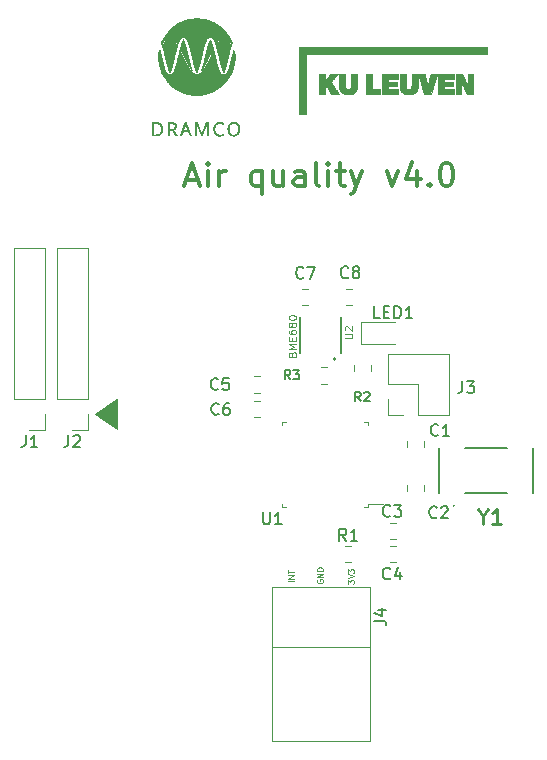
<source format=gto>
G04 #@! TF.GenerationSoftware,KiCad,Pcbnew,(5.1.4)-1*
G04 #@! TF.CreationDate,2021-09-05T23:12:11+02:00*
G04 #@! TF.ProjectId,BME680,424d4536-3830-42e6-9b69-6361645f7063,A*
G04 #@! TF.SameCoordinates,Original*
G04 #@! TF.FileFunction,Legend,Top*
G04 #@! TF.FilePolarity,Positive*
%FSLAX46Y46*%
G04 Gerber Fmt 4.6, Leading zero omitted, Abs format (unit mm)*
G04 Created by KiCad (PCBNEW (5.1.4)-1) date 2021-09-05 23:12:11*
%MOMM*%
%LPD*%
G04 APERTURE LIST*
%ADD10C,0.375000*%
%ADD11C,0.125000*%
%ADD12C,0.010000*%
%ADD13C,0.120000*%
%ADD14C,0.100000*%
%ADD15C,0.127000*%
%ADD16C,0.200000*%
%ADD17C,0.150000*%
%ADD18C,0.050000*%
%ADD19C,0.254000*%
G04 APERTURE END LIST*
D10*
X111138685Y-101980933D02*
X112091066Y-101980933D01*
X110948209Y-102552361D02*
X111614876Y-100552361D01*
X112281542Y-102552361D01*
X112948209Y-102552361D02*
X112948209Y-101219028D01*
X112948209Y-100552361D02*
X112852971Y-100647600D01*
X112948209Y-100742838D01*
X113043447Y-100647600D01*
X112948209Y-100552361D01*
X112948209Y-100742838D01*
X113900590Y-102552361D02*
X113900590Y-101219028D01*
X113900590Y-101599980D02*
X113995828Y-101409504D01*
X114091066Y-101314266D01*
X114281542Y-101219028D01*
X114472019Y-101219028D01*
X117519638Y-101219028D02*
X117519638Y-103219028D01*
X117519638Y-102457123D02*
X117329161Y-102552361D01*
X116948209Y-102552361D01*
X116757733Y-102457123D01*
X116662495Y-102361885D01*
X116567257Y-102171409D01*
X116567257Y-101599980D01*
X116662495Y-101409504D01*
X116757733Y-101314266D01*
X116948209Y-101219028D01*
X117329161Y-101219028D01*
X117519638Y-101314266D01*
X119329161Y-101219028D02*
X119329161Y-102552361D01*
X118472019Y-101219028D02*
X118472019Y-102266647D01*
X118567257Y-102457123D01*
X118757733Y-102552361D01*
X119043447Y-102552361D01*
X119233923Y-102457123D01*
X119329161Y-102361885D01*
X121138685Y-102552361D02*
X121138685Y-101504742D01*
X121043447Y-101314266D01*
X120852971Y-101219028D01*
X120472019Y-101219028D01*
X120281542Y-101314266D01*
X121138685Y-102457123D02*
X120948209Y-102552361D01*
X120472019Y-102552361D01*
X120281542Y-102457123D01*
X120186304Y-102266647D01*
X120186304Y-102076171D01*
X120281542Y-101885695D01*
X120472019Y-101790457D01*
X120948209Y-101790457D01*
X121138685Y-101695219D01*
X122376780Y-102552361D02*
X122186304Y-102457123D01*
X122091066Y-102266647D01*
X122091066Y-100552361D01*
X123138685Y-102552361D02*
X123138685Y-101219028D01*
X123138685Y-100552361D02*
X123043447Y-100647600D01*
X123138685Y-100742838D01*
X123233923Y-100647600D01*
X123138685Y-100552361D01*
X123138685Y-100742838D01*
X123805352Y-101219028D02*
X124567257Y-101219028D01*
X124091066Y-100552361D02*
X124091066Y-102266647D01*
X124186304Y-102457123D01*
X124376780Y-102552361D01*
X124567257Y-102552361D01*
X125043447Y-101219028D02*
X125519638Y-102552361D01*
X125995828Y-101219028D02*
X125519638Y-102552361D01*
X125329161Y-103028552D01*
X125233923Y-103123790D01*
X125043447Y-103219028D01*
X128091066Y-101219028D02*
X128567257Y-102552361D01*
X129043447Y-101219028D01*
X130662495Y-101219028D02*
X130662495Y-102552361D01*
X130186304Y-100457123D02*
X129710114Y-101885695D01*
X130948209Y-101885695D01*
X131710114Y-102361885D02*
X131805352Y-102457123D01*
X131710114Y-102552361D01*
X131614876Y-102457123D01*
X131710114Y-102361885D01*
X131710114Y-102552361D01*
X133043447Y-100552361D02*
X133233923Y-100552361D01*
X133424400Y-100647600D01*
X133519638Y-100742838D01*
X133614876Y-100933314D01*
X133710114Y-101314266D01*
X133710114Y-101790457D01*
X133614876Y-102171409D01*
X133519638Y-102361885D01*
X133424400Y-102457123D01*
X133233923Y-102552361D01*
X133043447Y-102552361D01*
X132852971Y-102457123D01*
X132757733Y-102361885D01*
X132662495Y-102171409D01*
X132567257Y-101790457D01*
X132567257Y-101314266D01*
X132662495Y-100933314D01*
X132757733Y-100742838D01*
X132852971Y-100647600D01*
X133043447Y-100552361D01*
D11*
X124806190Y-136197047D02*
X124806190Y-135887523D01*
X124996666Y-136054190D01*
X124996666Y-135982761D01*
X125020476Y-135935142D01*
X125044285Y-135911333D01*
X125091904Y-135887523D01*
X125210952Y-135887523D01*
X125258571Y-135911333D01*
X125282380Y-135935142D01*
X125306190Y-135982761D01*
X125306190Y-136125619D01*
X125282380Y-136173238D01*
X125258571Y-136197047D01*
X124806190Y-135744666D02*
X125306190Y-135578000D01*
X124806190Y-135411333D01*
X124806190Y-135292285D02*
X124806190Y-134982761D01*
X124996666Y-135149428D01*
X124996666Y-135078000D01*
X125020476Y-135030380D01*
X125044285Y-135006571D01*
X125091904Y-134982761D01*
X125210952Y-134982761D01*
X125258571Y-135006571D01*
X125282380Y-135030380D01*
X125306190Y-135078000D01*
X125306190Y-135220857D01*
X125282380Y-135268476D01*
X125258571Y-135292285D01*
X122210000Y-135858952D02*
X122186190Y-135906571D01*
X122186190Y-135978000D01*
X122210000Y-136049428D01*
X122257619Y-136097047D01*
X122305238Y-136120857D01*
X122400476Y-136144666D01*
X122471904Y-136144666D01*
X122567142Y-136120857D01*
X122614761Y-136097047D01*
X122662380Y-136049428D01*
X122686190Y-135978000D01*
X122686190Y-135930380D01*
X122662380Y-135858952D01*
X122638571Y-135835142D01*
X122471904Y-135835142D01*
X122471904Y-135930380D01*
X122686190Y-135620857D02*
X122186190Y-135620857D01*
X122686190Y-135335142D01*
X122186190Y-135335142D01*
X122686190Y-135097047D02*
X122186190Y-135097047D01*
X122186190Y-134978000D01*
X122210000Y-134906571D01*
X122257619Y-134858952D01*
X122305238Y-134835142D01*
X122400476Y-134811333D01*
X122471904Y-134811333D01*
X122567142Y-134835142D01*
X122614761Y-134858952D01*
X122662380Y-134906571D01*
X122686190Y-134978000D01*
X122686190Y-135097047D01*
X120206190Y-136000380D02*
X119706190Y-136000380D01*
X120206190Y-135762285D02*
X119706190Y-135762285D01*
X120206190Y-135476571D01*
X119706190Y-135476571D01*
X119706190Y-135309904D02*
X119706190Y-135024190D01*
X120206190Y-135167047D02*
X119706190Y-135167047D01*
D12*
G36*
X113113834Y-90122558D02*
G01*
X113119100Y-90131242D01*
X113126066Y-90144870D01*
X113128780Y-90150228D01*
X113149437Y-90192841D01*
X113170184Y-90239800D01*
X113191122Y-90291396D01*
X113212352Y-90347919D01*
X113233976Y-90409659D01*
X113256095Y-90476909D01*
X113278811Y-90549957D01*
X113302225Y-90629096D01*
X113326437Y-90714615D01*
X113329845Y-90726927D01*
X113336845Y-90752489D01*
X113343220Y-90776167D01*
X113348750Y-90797113D01*
X113353217Y-90814483D01*
X113356401Y-90827432D01*
X113358083Y-90835113D01*
X113358293Y-90836687D01*
X113356789Y-90841355D01*
X113352543Y-90851189D01*
X113345954Y-90865351D01*
X113337420Y-90883007D01*
X113327339Y-90903319D01*
X113316110Y-90925452D01*
X113314579Y-90928433D01*
X113300736Y-90955541D01*
X113285898Y-90984950D01*
X113269902Y-91017003D01*
X113252579Y-91052043D01*
X113233766Y-91090411D01*
X113213294Y-91132449D01*
X113191000Y-91178500D01*
X113166716Y-91228904D01*
X113140277Y-91284006D01*
X113111516Y-91344146D01*
X113080269Y-91409666D01*
X113046368Y-91480909D01*
X113038359Y-91497760D01*
X112993295Y-91592333D01*
X112950777Y-91681011D01*
X112910641Y-91764107D01*
X112872722Y-91841932D01*
X112836856Y-91914798D01*
X112802879Y-91983019D01*
X112770626Y-92046907D01*
X112739933Y-92106773D01*
X112710637Y-92162931D01*
X112682572Y-92215692D01*
X112655575Y-92265369D01*
X112629481Y-92312274D01*
X112604126Y-92356720D01*
X112579345Y-92399019D01*
X112554975Y-92439483D01*
X112530851Y-92478424D01*
X112506810Y-92516156D01*
X112486239Y-92547626D01*
X112469829Y-92572145D01*
X112453179Y-92596480D01*
X112436716Y-92620051D01*
X112420871Y-92642278D01*
X112406075Y-92662582D01*
X112392757Y-92680382D01*
X112381347Y-92695098D01*
X112372275Y-92706151D01*
X112365971Y-92712961D01*
X112362865Y-92714948D01*
X112362613Y-92714351D01*
X112363731Y-92710888D01*
X112366816Y-92702202D01*
X112371461Y-92689416D01*
X112377260Y-92673649D01*
X112380764Y-92664197D01*
X112392873Y-92631058D01*
X112404911Y-92596944D01*
X112416957Y-92561561D01*
X112429089Y-92524616D01*
X112441387Y-92485815D01*
X112453929Y-92444864D01*
X112466794Y-92401469D01*
X112480062Y-92355337D01*
X112493811Y-92306175D01*
X112508119Y-92253688D01*
X112523067Y-92197583D01*
X112538733Y-92137566D01*
X112555195Y-92073344D01*
X112572533Y-92004623D01*
X112590826Y-91931109D01*
X112610153Y-91852508D01*
X112630592Y-91768528D01*
X112652223Y-91678873D01*
X112675124Y-91583251D01*
X112699374Y-91481369D01*
X112704725Y-91458813D01*
X112722553Y-91383893D01*
X112740188Y-91310300D01*
X112757497Y-91238574D01*
X112774346Y-91169256D01*
X112790602Y-91102886D01*
X112806131Y-91040007D01*
X112820800Y-90981158D01*
X112834476Y-90926880D01*
X112847024Y-90877715D01*
X112858312Y-90834203D01*
X112865983Y-90805186D01*
X112892586Y-90707582D01*
X112918493Y-90616658D01*
X112943724Y-90532360D01*
X112968296Y-90454631D01*
X112992229Y-90383418D01*
X113015540Y-90318665D01*
X113038249Y-90260317D01*
X113060374Y-90208318D01*
X113081933Y-90162614D01*
X113083787Y-90158925D01*
X113093074Y-90140475D01*
X113099887Y-90127774D01*
X113105062Y-90120662D01*
X113109432Y-90118977D01*
X113113834Y-90122558D01*
X113113834Y-90122558D01*
G37*
X113113834Y-90122558D02*
X113119100Y-90131242D01*
X113126066Y-90144870D01*
X113128780Y-90150228D01*
X113149437Y-90192841D01*
X113170184Y-90239800D01*
X113191122Y-90291396D01*
X113212352Y-90347919D01*
X113233976Y-90409659D01*
X113256095Y-90476909D01*
X113278811Y-90549957D01*
X113302225Y-90629096D01*
X113326437Y-90714615D01*
X113329845Y-90726927D01*
X113336845Y-90752489D01*
X113343220Y-90776167D01*
X113348750Y-90797113D01*
X113353217Y-90814483D01*
X113356401Y-90827432D01*
X113358083Y-90835113D01*
X113358293Y-90836687D01*
X113356789Y-90841355D01*
X113352543Y-90851189D01*
X113345954Y-90865351D01*
X113337420Y-90883007D01*
X113327339Y-90903319D01*
X113316110Y-90925452D01*
X113314579Y-90928433D01*
X113300736Y-90955541D01*
X113285898Y-90984950D01*
X113269902Y-91017003D01*
X113252579Y-91052043D01*
X113233766Y-91090411D01*
X113213294Y-91132449D01*
X113191000Y-91178500D01*
X113166716Y-91228904D01*
X113140277Y-91284006D01*
X113111516Y-91344146D01*
X113080269Y-91409666D01*
X113046368Y-91480909D01*
X113038359Y-91497760D01*
X112993295Y-91592333D01*
X112950777Y-91681011D01*
X112910641Y-91764107D01*
X112872722Y-91841932D01*
X112836856Y-91914798D01*
X112802879Y-91983019D01*
X112770626Y-92046907D01*
X112739933Y-92106773D01*
X112710637Y-92162931D01*
X112682572Y-92215692D01*
X112655575Y-92265369D01*
X112629481Y-92312274D01*
X112604126Y-92356720D01*
X112579345Y-92399019D01*
X112554975Y-92439483D01*
X112530851Y-92478424D01*
X112506810Y-92516156D01*
X112486239Y-92547626D01*
X112469829Y-92572145D01*
X112453179Y-92596480D01*
X112436716Y-92620051D01*
X112420871Y-92642278D01*
X112406075Y-92662582D01*
X112392757Y-92680382D01*
X112381347Y-92695098D01*
X112372275Y-92706151D01*
X112365971Y-92712961D01*
X112362865Y-92714948D01*
X112362613Y-92714351D01*
X112363731Y-92710888D01*
X112366816Y-92702202D01*
X112371461Y-92689416D01*
X112377260Y-92673649D01*
X112380764Y-92664197D01*
X112392873Y-92631058D01*
X112404911Y-92596944D01*
X112416957Y-92561561D01*
X112429089Y-92524616D01*
X112441387Y-92485815D01*
X112453929Y-92444864D01*
X112466794Y-92401469D01*
X112480062Y-92355337D01*
X112493811Y-92306175D01*
X112508119Y-92253688D01*
X112523067Y-92197583D01*
X112538733Y-92137566D01*
X112555195Y-92073344D01*
X112572533Y-92004623D01*
X112590826Y-91931109D01*
X112610153Y-91852508D01*
X112630592Y-91768528D01*
X112652223Y-91678873D01*
X112675124Y-91583251D01*
X112699374Y-91481369D01*
X112704725Y-91458813D01*
X112722553Y-91383893D01*
X112740188Y-91310300D01*
X112757497Y-91238574D01*
X112774346Y-91169256D01*
X112790602Y-91102886D01*
X112806131Y-91040007D01*
X112820800Y-90981158D01*
X112834476Y-90926880D01*
X112847024Y-90877715D01*
X112858312Y-90834203D01*
X112865983Y-90805186D01*
X112892586Y-90707582D01*
X112918493Y-90616658D01*
X112943724Y-90532360D01*
X112968296Y-90454631D01*
X112992229Y-90383418D01*
X113015540Y-90318665D01*
X113038249Y-90260317D01*
X113060374Y-90208318D01*
X113081933Y-90162614D01*
X113083787Y-90158925D01*
X113093074Y-90140475D01*
X113099887Y-90127774D01*
X113105062Y-90120662D01*
X113109432Y-90118977D01*
X113113834Y-90122558D01*
G36*
X110834610Y-90117268D02*
G01*
X110839474Y-90125552D01*
X110846162Y-90138262D01*
X110854250Y-90154496D01*
X110863310Y-90173358D01*
X110872919Y-90193947D01*
X110882649Y-90215364D01*
X110892077Y-90236711D01*
X110900775Y-90257089D01*
X110908116Y-90275086D01*
X110921510Y-90309535D01*
X110934733Y-90344831D01*
X110947868Y-90381276D01*
X110960998Y-90419174D01*
X110974206Y-90458826D01*
X110987577Y-90500533D01*
X111001193Y-90544598D01*
X111015138Y-90591322D01*
X111029494Y-90641007D01*
X111044347Y-90693957D01*
X111059778Y-90750471D01*
X111075872Y-90810852D01*
X111092711Y-90875403D01*
X111110380Y-90944425D01*
X111128960Y-91018220D01*
X111148537Y-91097090D01*
X111169193Y-91181336D01*
X111191012Y-91271262D01*
X111214077Y-91367168D01*
X111238471Y-91469357D01*
X111241602Y-91482520D01*
X111263617Y-91574926D01*
X111284243Y-91661099D01*
X111303578Y-91741414D01*
X111321717Y-91816246D01*
X111338759Y-91885971D01*
X111354799Y-91950963D01*
X111369935Y-92011599D01*
X111384264Y-92068253D01*
X111397882Y-92121300D01*
X111410886Y-92171116D01*
X111423374Y-92218075D01*
X111435442Y-92262554D01*
X111447187Y-92304928D01*
X111458706Y-92345570D01*
X111470096Y-92384858D01*
X111481454Y-92423166D01*
X111492876Y-92460869D01*
X111501298Y-92488183D01*
X111510300Y-92516723D01*
X111520038Y-92546807D01*
X111530140Y-92577344D01*
X111540233Y-92607245D01*
X111549942Y-92635419D01*
X111558897Y-92660777D01*
X111566723Y-92682229D01*
X111573047Y-92698685D01*
X111574847Y-92703086D01*
X111577947Y-92711522D01*
X111579134Y-92716944D01*
X111578954Y-92717734D01*
X111576589Y-92715605D01*
X111570850Y-92708828D01*
X111562379Y-92698211D01*
X111551819Y-92684558D01*
X111539811Y-92668678D01*
X111538752Y-92667261D01*
X111513610Y-92633047D01*
X111488653Y-92597911D01*
X111463732Y-92561580D01*
X111438699Y-92523779D01*
X111413405Y-92484233D01*
X111387701Y-92442667D01*
X111361438Y-92398806D01*
X111334467Y-92352377D01*
X111306639Y-92303104D01*
X111277806Y-92250712D01*
X111247818Y-92194927D01*
X111216527Y-92135475D01*
X111183784Y-92072080D01*
X111149440Y-92004468D01*
X111113346Y-91932364D01*
X111075354Y-91855494D01*
X111035314Y-91773583D01*
X110993077Y-91686356D01*
X110948495Y-91593538D01*
X110901419Y-91494855D01*
X110887510Y-91465586D01*
X110866032Y-91420484D01*
X110843163Y-91372694D01*
X110819392Y-91323228D01*
X110795210Y-91273097D01*
X110771107Y-91223313D01*
X110747574Y-91174886D01*
X110725101Y-91128830D01*
X110704179Y-91086155D01*
X110685297Y-91047873D01*
X110673298Y-91023711D01*
X110580502Y-90837529D01*
X110601608Y-90759551D01*
X110628685Y-90661874D01*
X110655231Y-90570895D01*
X110681261Y-90486561D01*
X110706794Y-90408818D01*
X110731846Y-90337614D01*
X110752870Y-90281946D01*
X110759266Y-90266209D01*
X110767122Y-90247830D01*
X110776006Y-90227725D01*
X110785486Y-90206810D01*
X110795131Y-90186002D01*
X110804506Y-90166216D01*
X110813181Y-90148367D01*
X110820722Y-90133373D01*
X110826698Y-90122149D01*
X110830676Y-90115610D01*
X110831996Y-90114306D01*
X110834610Y-90117268D01*
X110834610Y-90117268D01*
G37*
X110834610Y-90117268D02*
X110839474Y-90125552D01*
X110846162Y-90138262D01*
X110854250Y-90154496D01*
X110863310Y-90173358D01*
X110872919Y-90193947D01*
X110882649Y-90215364D01*
X110892077Y-90236711D01*
X110900775Y-90257089D01*
X110908116Y-90275086D01*
X110921510Y-90309535D01*
X110934733Y-90344831D01*
X110947868Y-90381276D01*
X110960998Y-90419174D01*
X110974206Y-90458826D01*
X110987577Y-90500533D01*
X111001193Y-90544598D01*
X111015138Y-90591322D01*
X111029494Y-90641007D01*
X111044347Y-90693957D01*
X111059778Y-90750471D01*
X111075872Y-90810852D01*
X111092711Y-90875403D01*
X111110380Y-90944425D01*
X111128960Y-91018220D01*
X111148537Y-91097090D01*
X111169193Y-91181336D01*
X111191012Y-91271262D01*
X111214077Y-91367168D01*
X111238471Y-91469357D01*
X111241602Y-91482520D01*
X111263617Y-91574926D01*
X111284243Y-91661099D01*
X111303578Y-91741414D01*
X111321717Y-91816246D01*
X111338759Y-91885971D01*
X111354799Y-91950963D01*
X111369935Y-92011599D01*
X111384264Y-92068253D01*
X111397882Y-92121300D01*
X111410886Y-92171116D01*
X111423374Y-92218075D01*
X111435442Y-92262554D01*
X111447187Y-92304928D01*
X111458706Y-92345570D01*
X111470096Y-92384858D01*
X111481454Y-92423166D01*
X111492876Y-92460869D01*
X111501298Y-92488183D01*
X111510300Y-92516723D01*
X111520038Y-92546807D01*
X111530140Y-92577344D01*
X111540233Y-92607245D01*
X111549942Y-92635419D01*
X111558897Y-92660777D01*
X111566723Y-92682229D01*
X111573047Y-92698685D01*
X111574847Y-92703086D01*
X111577947Y-92711522D01*
X111579134Y-92716944D01*
X111578954Y-92717734D01*
X111576589Y-92715605D01*
X111570850Y-92708828D01*
X111562379Y-92698211D01*
X111551819Y-92684558D01*
X111539811Y-92668678D01*
X111538752Y-92667261D01*
X111513610Y-92633047D01*
X111488653Y-92597911D01*
X111463732Y-92561580D01*
X111438699Y-92523779D01*
X111413405Y-92484233D01*
X111387701Y-92442667D01*
X111361438Y-92398806D01*
X111334467Y-92352377D01*
X111306639Y-92303104D01*
X111277806Y-92250712D01*
X111247818Y-92194927D01*
X111216527Y-92135475D01*
X111183784Y-92072080D01*
X111149440Y-92004468D01*
X111113346Y-91932364D01*
X111075354Y-91855494D01*
X111035314Y-91773583D01*
X110993077Y-91686356D01*
X110948495Y-91593538D01*
X110901419Y-91494855D01*
X110887510Y-91465586D01*
X110866032Y-91420484D01*
X110843163Y-91372694D01*
X110819392Y-91323228D01*
X110795210Y-91273097D01*
X110771107Y-91223313D01*
X110747574Y-91174886D01*
X110725101Y-91128830D01*
X110704179Y-91086155D01*
X110685297Y-91047873D01*
X110673298Y-91023711D01*
X110580502Y-90837529D01*
X110601608Y-90759551D01*
X110628685Y-90661874D01*
X110655231Y-90570895D01*
X110681261Y-90486561D01*
X110706794Y-90408818D01*
X110731846Y-90337614D01*
X110752870Y-90281946D01*
X110759266Y-90266209D01*
X110767122Y-90247830D01*
X110776006Y-90227725D01*
X110785486Y-90206810D01*
X110795131Y-90186002D01*
X110804506Y-90166216D01*
X110813181Y-90148367D01*
X110820722Y-90133373D01*
X110826698Y-90122149D01*
X110830676Y-90115610D01*
X110831996Y-90114306D01*
X110834610Y-90117268D01*
G36*
X109732410Y-89996656D02*
G01*
X109767967Y-90006092D01*
X109804983Y-90021317D01*
X109844127Y-90042307D01*
X109858173Y-90050835D01*
X109901557Y-90080863D01*
X109946023Y-90117500D01*
X109991513Y-90160675D01*
X110037967Y-90210321D01*
X110085329Y-90266368D01*
X110133541Y-90328747D01*
X110182544Y-90397389D01*
X110232280Y-90472226D01*
X110282691Y-90553188D01*
X110286876Y-90560135D01*
X110324803Y-90623248D01*
X110315528Y-90655797D01*
X110304914Y-90693547D01*
X110293729Y-90734322D01*
X110281900Y-90778414D01*
X110269354Y-90826114D01*
X110256018Y-90877714D01*
X110241819Y-90933507D01*
X110226684Y-90993784D01*
X110210539Y-91058837D01*
X110193311Y-91128957D01*
X110174928Y-91204437D01*
X110155316Y-91285568D01*
X110134402Y-91372643D01*
X110112112Y-91465952D01*
X110105344Y-91494373D01*
X110082510Y-91590085D01*
X110061047Y-91679536D01*
X110040863Y-91763074D01*
X110021865Y-91841052D01*
X110003962Y-91913820D01*
X109987061Y-91981729D01*
X109971070Y-92045131D01*
X109955895Y-92104375D01*
X109941445Y-92159812D01*
X109927628Y-92211794D01*
X109914350Y-92260672D01*
X109901520Y-92306796D01*
X109889045Y-92350517D01*
X109876833Y-92392186D01*
X109864792Y-92432153D01*
X109852828Y-92470771D01*
X109840850Y-92508389D01*
X109828766Y-92545359D01*
X109828015Y-92547626D01*
X109818538Y-92575758D01*
X109808285Y-92605406D01*
X109797844Y-92634923D01*
X109787803Y-92662660D01*
X109778752Y-92686968D01*
X109772391Y-92703413D01*
X109763446Y-92725358D01*
X109753670Y-92748309D01*
X109743464Y-92771423D01*
X109733229Y-92793862D01*
X109723365Y-92814784D01*
X109714274Y-92833348D01*
X109706356Y-92848714D01*
X109700012Y-92860041D01*
X109695642Y-92866488D01*
X109694095Y-92867666D01*
X109691407Y-92864797D01*
X109686400Y-92856907D01*
X109679701Y-92845078D01*
X109671938Y-92830386D01*
X109668706Y-92824012D01*
X109654630Y-92795111D01*
X109640680Y-92764776D01*
X109626787Y-92732759D01*
X109612877Y-92698811D01*
X109598879Y-92662685D01*
X109584720Y-92624132D01*
X109570329Y-92582905D01*
X109555634Y-92538755D01*
X109540563Y-92491434D01*
X109525043Y-92440694D01*
X109509003Y-92386287D01*
X109492371Y-92327966D01*
X109475075Y-92265480D01*
X109457043Y-92198584D01*
X109438203Y-92127028D01*
X109418483Y-92050564D01*
X109397811Y-91968945D01*
X109376115Y-91881922D01*
X109353323Y-91789247D01*
X109329363Y-91690672D01*
X109304163Y-91585949D01*
X109279077Y-91480826D01*
X109254545Y-91378021D01*
X109231163Y-91280777D01*
X109208962Y-91189217D01*
X109187971Y-91103462D01*
X109168220Y-91023635D01*
X109149740Y-90949855D01*
X109132562Y-90882245D01*
X109116714Y-90820926D01*
X109102228Y-90766021D01*
X109092422Y-90729666D01*
X109063061Y-90621972D01*
X109101317Y-90558639D01*
X109151067Y-90478518D01*
X109199607Y-90404914D01*
X109247041Y-90337699D01*
X109293475Y-90276746D01*
X109339014Y-90221926D01*
X109383766Y-90173113D01*
X109427835Y-90130180D01*
X109471326Y-90092998D01*
X109512173Y-90062908D01*
X109553051Y-90037121D01*
X109591367Y-90017264D01*
X109627790Y-90003312D01*
X109662992Y-89995243D01*
X109697642Y-89993032D01*
X109732410Y-89996656D01*
X109732410Y-89996656D01*
G37*
X109732410Y-89996656D02*
X109767967Y-90006092D01*
X109804983Y-90021317D01*
X109844127Y-90042307D01*
X109858173Y-90050835D01*
X109901557Y-90080863D01*
X109946023Y-90117500D01*
X109991513Y-90160675D01*
X110037967Y-90210321D01*
X110085329Y-90266368D01*
X110133541Y-90328747D01*
X110182544Y-90397389D01*
X110232280Y-90472226D01*
X110282691Y-90553188D01*
X110286876Y-90560135D01*
X110324803Y-90623248D01*
X110315528Y-90655797D01*
X110304914Y-90693547D01*
X110293729Y-90734322D01*
X110281900Y-90778414D01*
X110269354Y-90826114D01*
X110256018Y-90877714D01*
X110241819Y-90933507D01*
X110226684Y-90993784D01*
X110210539Y-91058837D01*
X110193311Y-91128957D01*
X110174928Y-91204437D01*
X110155316Y-91285568D01*
X110134402Y-91372643D01*
X110112112Y-91465952D01*
X110105344Y-91494373D01*
X110082510Y-91590085D01*
X110061047Y-91679536D01*
X110040863Y-91763074D01*
X110021865Y-91841052D01*
X110003962Y-91913820D01*
X109987061Y-91981729D01*
X109971070Y-92045131D01*
X109955895Y-92104375D01*
X109941445Y-92159812D01*
X109927628Y-92211794D01*
X109914350Y-92260672D01*
X109901520Y-92306796D01*
X109889045Y-92350517D01*
X109876833Y-92392186D01*
X109864792Y-92432153D01*
X109852828Y-92470771D01*
X109840850Y-92508389D01*
X109828766Y-92545359D01*
X109828015Y-92547626D01*
X109818538Y-92575758D01*
X109808285Y-92605406D01*
X109797844Y-92634923D01*
X109787803Y-92662660D01*
X109778752Y-92686968D01*
X109772391Y-92703413D01*
X109763446Y-92725358D01*
X109753670Y-92748309D01*
X109743464Y-92771423D01*
X109733229Y-92793862D01*
X109723365Y-92814784D01*
X109714274Y-92833348D01*
X109706356Y-92848714D01*
X109700012Y-92860041D01*
X109695642Y-92866488D01*
X109694095Y-92867666D01*
X109691407Y-92864797D01*
X109686400Y-92856907D01*
X109679701Y-92845078D01*
X109671938Y-92830386D01*
X109668706Y-92824012D01*
X109654630Y-92795111D01*
X109640680Y-92764776D01*
X109626787Y-92732759D01*
X109612877Y-92698811D01*
X109598879Y-92662685D01*
X109584720Y-92624132D01*
X109570329Y-92582905D01*
X109555634Y-92538755D01*
X109540563Y-92491434D01*
X109525043Y-92440694D01*
X109509003Y-92386287D01*
X109492371Y-92327966D01*
X109475075Y-92265480D01*
X109457043Y-92198584D01*
X109438203Y-92127028D01*
X109418483Y-92050564D01*
X109397811Y-91968945D01*
X109376115Y-91881922D01*
X109353323Y-91789247D01*
X109329363Y-91690672D01*
X109304163Y-91585949D01*
X109279077Y-91480826D01*
X109254545Y-91378021D01*
X109231163Y-91280777D01*
X109208962Y-91189217D01*
X109187971Y-91103462D01*
X109168220Y-91023635D01*
X109149740Y-90949855D01*
X109132562Y-90882245D01*
X109116714Y-90820926D01*
X109102228Y-90766021D01*
X109092422Y-90729666D01*
X109063061Y-90621972D01*
X109101317Y-90558639D01*
X109151067Y-90478518D01*
X109199607Y-90404914D01*
X109247041Y-90337699D01*
X109293475Y-90276746D01*
X109339014Y-90221926D01*
X109383766Y-90173113D01*
X109427835Y-90130180D01*
X109471326Y-90092998D01*
X109512173Y-90062908D01*
X109553051Y-90037121D01*
X109591367Y-90017264D01*
X109627790Y-90003312D01*
X109662992Y-89995243D01*
X109697642Y-89993032D01*
X109732410Y-89996656D01*
G36*
X114292448Y-89998100D02*
G01*
X114326089Y-90008191D01*
X114359053Y-90022354D01*
X114396968Y-90042512D01*
X114433519Y-90065751D01*
X114469684Y-90092816D01*
X114506444Y-90124451D01*
X114544779Y-90161400D01*
X114552179Y-90168936D01*
X114590167Y-90209515D01*
X114627647Y-90252842D01*
X114665033Y-90299480D01*
X114702737Y-90349992D01*
X114741172Y-90404942D01*
X114780752Y-90464892D01*
X114821889Y-90530406D01*
X114843531Y-90566024D01*
X114877919Y-90623195D01*
X114871446Y-90643917D01*
X114863756Y-90669496D01*
X114854638Y-90701559D01*
X114844125Y-90739977D01*
X114832249Y-90784621D01*
X114819043Y-90835360D01*
X114804539Y-90892065D01*
X114788769Y-90954607D01*
X114771768Y-91022856D01*
X114753566Y-91096682D01*
X114734197Y-91175956D01*
X114713694Y-91260549D01*
X114692088Y-91350330D01*
X114669413Y-91445171D01*
X114662131Y-91475746D01*
X114639343Y-91571314D01*
X114617940Y-91660619D01*
X114597831Y-91744007D01*
X114578925Y-91821827D01*
X114561130Y-91894424D01*
X114544357Y-91962148D01*
X114528515Y-92025344D01*
X114513511Y-92084360D01*
X114499256Y-92139544D01*
X114485659Y-92191242D01*
X114472628Y-92239802D01*
X114460073Y-92285570D01*
X114447903Y-92328895D01*
X114436027Y-92370124D01*
X114424354Y-92409603D01*
X114412794Y-92447680D01*
X114401254Y-92484702D01*
X114389645Y-92521017D01*
X114383739Y-92539160D01*
X114367783Y-92586555D01*
X114351237Y-92633205D01*
X114334437Y-92678272D01*
X114317721Y-92720915D01*
X114301424Y-92760297D01*
X114285885Y-92795577D01*
X114271440Y-92825916D01*
X114259480Y-92848612D01*
X114246400Y-92871892D01*
X114234336Y-92850306D01*
X114218288Y-92819536D01*
X114201088Y-92782723D01*
X114182956Y-92740456D01*
X114164114Y-92693325D01*
X114144782Y-92641919D01*
X114125180Y-92586828D01*
X114105531Y-92528641D01*
X114086054Y-92467947D01*
X114066971Y-92405336D01*
X114064481Y-92396920D01*
X114047085Y-92336694D01*
X114028534Y-92270155D01*
X114008918Y-92197645D01*
X113988330Y-92119510D01*
X113966863Y-92036092D01*
X113951072Y-91973586D01*
X113944312Y-91946598D01*
X113937905Y-91920941D01*
X113931726Y-91896093D01*
X113925649Y-91871532D01*
X113919547Y-91846735D01*
X113913294Y-91821181D01*
X113906764Y-91794347D01*
X113899832Y-91765711D01*
X113892370Y-91734751D01*
X113884254Y-91700944D01*
X113875356Y-91663768D01*
X113865551Y-91622702D01*
X113854713Y-91577222D01*
X113842716Y-91526807D01*
X113829433Y-91470935D01*
X113814739Y-91409083D01*
X113812072Y-91397853D01*
X113789665Y-91303848D01*
X113768592Y-91216147D01*
X113748770Y-91134427D01*
X113730119Y-91058367D01*
X113712558Y-90987646D01*
X113696007Y-90921942D01*
X113680384Y-90860934D01*
X113665609Y-90804302D01*
X113651602Y-90751722D01*
X113638281Y-90702874D01*
X113629514Y-90671413D01*
X113616178Y-90624000D01*
X113626686Y-90605373D01*
X113637242Y-90587165D01*
X113650763Y-90564622D01*
X113666443Y-90539035D01*
X113683475Y-90511693D01*
X113701055Y-90483889D01*
X113718376Y-90456913D01*
X113734632Y-90432057D01*
X113738732Y-90425880D01*
X113787841Y-90354812D01*
X113836350Y-90289936D01*
X113884187Y-90231329D01*
X113931280Y-90179069D01*
X113977555Y-90133236D01*
X114022942Y-90093908D01*
X114067369Y-90061164D01*
X114083040Y-90051048D01*
X114122573Y-90028324D01*
X114159259Y-90011263D01*
X114193843Y-89999788D01*
X114227071Y-89993820D01*
X114259691Y-89993284D01*
X114292448Y-89998100D01*
X114292448Y-89998100D01*
G37*
X114292448Y-89998100D02*
X114326089Y-90008191D01*
X114359053Y-90022354D01*
X114396968Y-90042512D01*
X114433519Y-90065751D01*
X114469684Y-90092816D01*
X114506444Y-90124451D01*
X114544779Y-90161400D01*
X114552179Y-90168936D01*
X114590167Y-90209515D01*
X114627647Y-90252842D01*
X114665033Y-90299480D01*
X114702737Y-90349992D01*
X114741172Y-90404942D01*
X114780752Y-90464892D01*
X114821889Y-90530406D01*
X114843531Y-90566024D01*
X114877919Y-90623195D01*
X114871446Y-90643917D01*
X114863756Y-90669496D01*
X114854638Y-90701559D01*
X114844125Y-90739977D01*
X114832249Y-90784621D01*
X114819043Y-90835360D01*
X114804539Y-90892065D01*
X114788769Y-90954607D01*
X114771768Y-91022856D01*
X114753566Y-91096682D01*
X114734197Y-91175956D01*
X114713694Y-91260549D01*
X114692088Y-91350330D01*
X114669413Y-91445171D01*
X114662131Y-91475746D01*
X114639343Y-91571314D01*
X114617940Y-91660619D01*
X114597831Y-91744007D01*
X114578925Y-91821827D01*
X114561130Y-91894424D01*
X114544357Y-91962148D01*
X114528515Y-92025344D01*
X114513511Y-92084360D01*
X114499256Y-92139544D01*
X114485659Y-92191242D01*
X114472628Y-92239802D01*
X114460073Y-92285570D01*
X114447903Y-92328895D01*
X114436027Y-92370124D01*
X114424354Y-92409603D01*
X114412794Y-92447680D01*
X114401254Y-92484702D01*
X114389645Y-92521017D01*
X114383739Y-92539160D01*
X114367783Y-92586555D01*
X114351237Y-92633205D01*
X114334437Y-92678272D01*
X114317721Y-92720915D01*
X114301424Y-92760297D01*
X114285885Y-92795577D01*
X114271440Y-92825916D01*
X114259480Y-92848612D01*
X114246400Y-92871892D01*
X114234336Y-92850306D01*
X114218288Y-92819536D01*
X114201088Y-92782723D01*
X114182956Y-92740456D01*
X114164114Y-92693325D01*
X114144782Y-92641919D01*
X114125180Y-92586828D01*
X114105531Y-92528641D01*
X114086054Y-92467947D01*
X114066971Y-92405336D01*
X114064481Y-92396920D01*
X114047085Y-92336694D01*
X114028534Y-92270155D01*
X114008918Y-92197645D01*
X113988330Y-92119510D01*
X113966863Y-92036092D01*
X113951072Y-91973586D01*
X113944312Y-91946598D01*
X113937905Y-91920941D01*
X113931726Y-91896093D01*
X113925649Y-91871532D01*
X113919547Y-91846735D01*
X113913294Y-91821181D01*
X113906764Y-91794347D01*
X113899832Y-91765711D01*
X113892370Y-91734751D01*
X113884254Y-91700944D01*
X113875356Y-91663768D01*
X113865551Y-91622702D01*
X113854713Y-91577222D01*
X113842716Y-91526807D01*
X113829433Y-91470935D01*
X113814739Y-91409083D01*
X113812072Y-91397853D01*
X113789665Y-91303848D01*
X113768592Y-91216147D01*
X113748770Y-91134427D01*
X113730119Y-91058367D01*
X113712558Y-90987646D01*
X113696007Y-90921942D01*
X113680384Y-90860934D01*
X113665609Y-90804302D01*
X113651602Y-90751722D01*
X113638281Y-90702874D01*
X113629514Y-90671413D01*
X113616178Y-90624000D01*
X113626686Y-90605373D01*
X113637242Y-90587165D01*
X113650763Y-90564622D01*
X113666443Y-90539035D01*
X113683475Y-90511693D01*
X113701055Y-90483889D01*
X113718376Y-90456913D01*
X113734632Y-90432057D01*
X113738732Y-90425880D01*
X113787841Y-90354812D01*
X113836350Y-90289936D01*
X113884187Y-90231329D01*
X113931280Y-90179069D01*
X113977555Y-90133236D01*
X114022942Y-90093908D01*
X114067369Y-90061164D01*
X114083040Y-90051048D01*
X114122573Y-90028324D01*
X114159259Y-90011263D01*
X114193843Y-89999788D01*
X114227071Y-89993820D01*
X114259691Y-89993284D01*
X114292448Y-89998100D01*
G36*
X112120697Y-88336327D02*
G01*
X112267421Y-88346371D01*
X112413116Y-88363022D01*
X112557582Y-88386213D01*
X112700616Y-88415874D01*
X112842017Y-88451936D01*
X112981584Y-88494332D01*
X113119115Y-88542993D01*
X113254409Y-88597851D01*
X113387265Y-88658836D01*
X113517481Y-88725881D01*
X113644855Y-88798917D01*
X113769186Y-88877875D01*
X113890273Y-88962687D01*
X113944186Y-89003156D01*
X114040165Y-89080049D01*
X114135216Y-89162675D01*
X114228268Y-89249994D01*
X114318254Y-89340965D01*
X114404102Y-89434549D01*
X114480934Y-89525026D01*
X114553018Y-89617060D01*
X114623522Y-89714393D01*
X114691463Y-89815578D01*
X114755862Y-89919168D01*
X114801188Y-89997466D01*
X114816066Y-90024710D01*
X114832914Y-90056754D01*
X114851030Y-90092177D01*
X114869712Y-90129555D01*
X114888258Y-90167465D01*
X114905965Y-90204485D01*
X114922131Y-90239193D01*
X114936054Y-90270164D01*
X114937993Y-90274601D01*
X114967213Y-90341763D01*
X114945672Y-90406247D01*
X114924131Y-90470732D01*
X114888306Y-90416979D01*
X114843761Y-90352123D01*
X114800433Y-90293136D01*
X114757785Y-90239345D01*
X114715282Y-90190078D01*
X114672388Y-90144662D01*
X114667363Y-90139614D01*
X114621723Y-90096498D01*
X114577045Y-90059457D01*
X114532649Y-90027994D01*
X114487854Y-90001614D01*
X114457266Y-89986530D01*
X114419412Y-89970563D01*
X114383804Y-89958565D01*
X114347899Y-89949857D01*
X114309152Y-89943759D01*
X114289240Y-89941601D01*
X114232911Y-89939579D01*
X114176971Y-89944317D01*
X114121433Y-89955810D01*
X114066314Y-89974055D01*
X114011628Y-89999048D01*
X113969586Y-90023036D01*
X113943510Y-90039917D01*
X113919272Y-90057222D01*
X113895586Y-90076006D01*
X113871164Y-90097324D01*
X113844719Y-90122232D01*
X113825470Y-90141212D01*
X113789449Y-90178555D01*
X113754611Y-90217475D01*
X113720220Y-90258896D01*
X113685535Y-90303744D01*
X113649818Y-90352944D01*
X113612331Y-90407420D01*
X113609496Y-90411642D01*
X113570131Y-90470356D01*
X113549280Y-90408325D01*
X113530072Y-90352462D01*
X113511841Y-90302201D01*
X113494174Y-90256516D01*
X113476656Y-90214378D01*
X113458875Y-90174760D01*
X113440417Y-90136637D01*
X113437694Y-90131240D01*
X113414012Y-90087145D01*
X113390692Y-90049244D01*
X113367279Y-90017003D01*
X113343317Y-89989893D01*
X113318350Y-89967382D01*
X113291924Y-89948938D01*
X113271933Y-89937976D01*
X113235613Y-89923277D01*
X113195725Y-89912835D01*
X113153442Y-89906608D01*
X113109936Y-89904553D01*
X113066379Y-89906629D01*
X113023942Y-89912794D01*
X112983798Y-89923005D01*
X112947118Y-89937221D01*
X112922585Y-89950487D01*
X112896512Y-89969500D01*
X112870923Y-89993810D01*
X112845706Y-90023606D01*
X112820747Y-90059073D01*
X112795931Y-90100400D01*
X112771145Y-90147772D01*
X112746276Y-90201378D01*
X112721209Y-90261404D01*
X112700329Y-90315813D01*
X112686299Y-90354421D01*
X112672288Y-90394538D01*
X112658210Y-90436476D01*
X112643980Y-90480546D01*
X112629514Y-90527062D01*
X112614726Y-90576335D01*
X112599531Y-90628679D01*
X112583844Y-90684405D01*
X112567580Y-90743827D01*
X112550655Y-90807255D01*
X112532982Y-90875004D01*
X112514477Y-90947385D01*
X112495055Y-91024710D01*
X112474630Y-91107293D01*
X112453119Y-91195445D01*
X112430435Y-91289479D01*
X112406493Y-91389707D01*
X112396518Y-91431720D01*
X112375515Y-91520189D01*
X112355921Y-91602446D01*
X112337635Y-91678882D01*
X112320560Y-91749889D01*
X112304597Y-91815858D01*
X112289646Y-91877180D01*
X112275608Y-91934248D01*
X112262385Y-91987452D01*
X112249878Y-92037183D01*
X112237988Y-92083833D01*
X112226615Y-92127794D01*
X112215661Y-92169457D01*
X112205028Y-92209214D01*
X112194615Y-92247455D01*
X112184324Y-92284572D01*
X112174057Y-92320956D01*
X112163713Y-92357000D01*
X112155548Y-92385066D01*
X112136316Y-92449112D01*
X112116704Y-92511186D01*
X112096924Y-92570723D01*
X112077184Y-92627158D01*
X112057695Y-92679927D01*
X112038667Y-92728463D01*
X112020311Y-92772202D01*
X112002837Y-92810578D01*
X111986455Y-92843026D01*
X111982496Y-92850251D01*
X111970473Y-92871782D01*
X111961748Y-92856895D01*
X111948343Y-92832207D01*
X111933558Y-92801697D01*
X111917687Y-92766106D01*
X111901023Y-92726174D01*
X111883860Y-92682642D01*
X111866491Y-92636250D01*
X111849210Y-92587741D01*
X111832310Y-92537855D01*
X111819065Y-92496826D01*
X111807286Y-92459081D01*
X111795610Y-92420794D01*
X111783939Y-92381591D01*
X111772177Y-92341094D01*
X111760225Y-92298927D01*
X111747985Y-92254715D01*
X111735359Y-92208080D01*
X111722251Y-92158647D01*
X111708561Y-92106040D01*
X111694192Y-92049882D01*
X111679047Y-91989797D01*
X111663028Y-91925409D01*
X111646036Y-91856342D01*
X111627975Y-91782219D01*
X111608746Y-91702665D01*
X111588251Y-91617302D01*
X111566393Y-91525756D01*
X111563342Y-91512944D01*
X111540298Y-91416349D01*
X111518642Y-91326025D01*
X111498285Y-91241631D01*
X111479138Y-91162827D01*
X111461111Y-91089275D01*
X111444115Y-91020634D01*
X111428061Y-90956564D01*
X111412858Y-90896725D01*
X111398419Y-90840778D01*
X111384654Y-90788383D01*
X111371473Y-90739200D01*
X111358787Y-90692889D01*
X111346506Y-90649110D01*
X111334542Y-90607524D01*
X111322806Y-90567790D01*
X111311207Y-90529570D01*
X111299656Y-90492522D01*
X111288065Y-90456308D01*
X111276344Y-90420586D01*
X111275852Y-90419106D01*
X111251402Y-90347774D01*
X111227569Y-90282915D01*
X111204193Y-90224273D01*
X111181114Y-90171595D01*
X111158173Y-90124623D01*
X111135211Y-90083103D01*
X111112068Y-90046779D01*
X111088585Y-90015396D01*
X111064601Y-89988699D01*
X111039958Y-89966432D01*
X111014497Y-89948339D01*
X110988056Y-89934166D01*
X110968008Y-89926134D01*
X110926475Y-89914632D01*
X110881752Y-89907534D01*
X110835493Y-89904855D01*
X110789350Y-89906612D01*
X110744978Y-89912822D01*
X110704059Y-89923491D01*
X110684621Y-89930356D01*
X110669201Y-89936942D01*
X110655232Y-89944570D01*
X110640150Y-89954560D01*
X110631146Y-89961033D01*
X110606548Y-89981563D01*
X110582362Y-90006991D01*
X110558475Y-90037527D01*
X110534773Y-90073381D01*
X110511142Y-90114764D01*
X110487470Y-90161884D01*
X110463642Y-90214952D01*
X110439545Y-90274177D01*
X110415066Y-90339770D01*
X110394794Y-90397965D01*
X110370415Y-90469957D01*
X110327597Y-90406432D01*
X110290424Y-90352475D01*
X110255152Y-90303846D01*
X110221043Y-90259633D01*
X110187361Y-90218925D01*
X110153368Y-90180811D01*
X110118329Y-90144379D01*
X110104961Y-90131154D01*
X110062998Y-90092106D01*
X110022588Y-90058639D01*
X109982743Y-90030056D01*
X109942473Y-90005661D01*
X109900789Y-89984755D01*
X109890848Y-89980346D01*
X109836834Y-89960558D01*
X109781480Y-89947270D01*
X109725297Y-89940466D01*
X109668797Y-89940130D01*
X109612491Y-89946248D01*
X109556890Y-89958803D01*
X109502506Y-89977779D01*
X109468706Y-89993221D01*
X109421061Y-90019932D01*
X109373502Y-90052306D01*
X109325892Y-90090484D01*
X109278095Y-90134602D01*
X109229975Y-90184800D01*
X109181395Y-90241217D01*
X109132219Y-90303989D01*
X109082311Y-90373257D01*
X109055228Y-90413081D01*
X109043655Y-90430360D01*
X109033466Y-90445450D01*
X109025213Y-90457542D01*
X109019448Y-90465830D01*
X109016723Y-90469507D01*
X109016581Y-90469601D01*
X109015547Y-90466105D01*
X109012677Y-90457228D01*
X109008311Y-90444001D01*
X109002789Y-90427455D01*
X108996627Y-90409140D01*
X108976679Y-90350068D01*
X109002059Y-90290607D01*
X109061284Y-90160402D01*
X109126730Y-90032549D01*
X109198157Y-89907368D01*
X109275326Y-89785175D01*
X109357997Y-89666291D01*
X109445931Y-89551032D01*
X109538887Y-89439719D01*
X109636627Y-89332669D01*
X109738910Y-89230200D01*
X109845496Y-89132632D01*
X109922520Y-89067436D01*
X110039008Y-88976348D01*
X110159021Y-88890957D01*
X110282354Y-88811339D01*
X110408798Y-88737567D01*
X110538149Y-88669715D01*
X110670199Y-88607858D01*
X110804742Y-88552068D01*
X110941572Y-88502421D01*
X111080483Y-88458989D01*
X111221268Y-88421847D01*
X111363720Y-88391068D01*
X111507633Y-88366728D01*
X111652802Y-88348899D01*
X111799018Y-88337655D01*
X111946077Y-88333071D01*
X111973146Y-88332959D01*
X112120697Y-88336327D01*
X112120697Y-88336327D01*
G37*
X112120697Y-88336327D02*
X112267421Y-88346371D01*
X112413116Y-88363022D01*
X112557582Y-88386213D01*
X112700616Y-88415874D01*
X112842017Y-88451936D01*
X112981584Y-88494332D01*
X113119115Y-88542993D01*
X113254409Y-88597851D01*
X113387265Y-88658836D01*
X113517481Y-88725881D01*
X113644855Y-88798917D01*
X113769186Y-88877875D01*
X113890273Y-88962687D01*
X113944186Y-89003156D01*
X114040165Y-89080049D01*
X114135216Y-89162675D01*
X114228268Y-89249994D01*
X114318254Y-89340965D01*
X114404102Y-89434549D01*
X114480934Y-89525026D01*
X114553018Y-89617060D01*
X114623522Y-89714393D01*
X114691463Y-89815578D01*
X114755862Y-89919168D01*
X114801188Y-89997466D01*
X114816066Y-90024710D01*
X114832914Y-90056754D01*
X114851030Y-90092177D01*
X114869712Y-90129555D01*
X114888258Y-90167465D01*
X114905965Y-90204485D01*
X114922131Y-90239193D01*
X114936054Y-90270164D01*
X114937993Y-90274601D01*
X114967213Y-90341763D01*
X114945672Y-90406247D01*
X114924131Y-90470732D01*
X114888306Y-90416979D01*
X114843761Y-90352123D01*
X114800433Y-90293136D01*
X114757785Y-90239345D01*
X114715282Y-90190078D01*
X114672388Y-90144662D01*
X114667363Y-90139614D01*
X114621723Y-90096498D01*
X114577045Y-90059457D01*
X114532649Y-90027994D01*
X114487854Y-90001614D01*
X114457266Y-89986530D01*
X114419412Y-89970563D01*
X114383804Y-89958565D01*
X114347899Y-89949857D01*
X114309152Y-89943759D01*
X114289240Y-89941601D01*
X114232911Y-89939579D01*
X114176971Y-89944317D01*
X114121433Y-89955810D01*
X114066314Y-89974055D01*
X114011628Y-89999048D01*
X113969586Y-90023036D01*
X113943510Y-90039917D01*
X113919272Y-90057222D01*
X113895586Y-90076006D01*
X113871164Y-90097324D01*
X113844719Y-90122232D01*
X113825470Y-90141212D01*
X113789449Y-90178555D01*
X113754611Y-90217475D01*
X113720220Y-90258896D01*
X113685535Y-90303744D01*
X113649818Y-90352944D01*
X113612331Y-90407420D01*
X113609496Y-90411642D01*
X113570131Y-90470356D01*
X113549280Y-90408325D01*
X113530072Y-90352462D01*
X113511841Y-90302201D01*
X113494174Y-90256516D01*
X113476656Y-90214378D01*
X113458875Y-90174760D01*
X113440417Y-90136637D01*
X113437694Y-90131240D01*
X113414012Y-90087145D01*
X113390692Y-90049244D01*
X113367279Y-90017003D01*
X113343317Y-89989893D01*
X113318350Y-89967382D01*
X113291924Y-89948938D01*
X113271933Y-89937976D01*
X113235613Y-89923277D01*
X113195725Y-89912835D01*
X113153442Y-89906608D01*
X113109936Y-89904553D01*
X113066379Y-89906629D01*
X113023942Y-89912794D01*
X112983798Y-89923005D01*
X112947118Y-89937221D01*
X112922585Y-89950487D01*
X112896512Y-89969500D01*
X112870923Y-89993810D01*
X112845706Y-90023606D01*
X112820747Y-90059073D01*
X112795931Y-90100400D01*
X112771145Y-90147772D01*
X112746276Y-90201378D01*
X112721209Y-90261404D01*
X112700329Y-90315813D01*
X112686299Y-90354421D01*
X112672288Y-90394538D01*
X112658210Y-90436476D01*
X112643980Y-90480546D01*
X112629514Y-90527062D01*
X112614726Y-90576335D01*
X112599531Y-90628679D01*
X112583844Y-90684405D01*
X112567580Y-90743827D01*
X112550655Y-90807255D01*
X112532982Y-90875004D01*
X112514477Y-90947385D01*
X112495055Y-91024710D01*
X112474630Y-91107293D01*
X112453119Y-91195445D01*
X112430435Y-91289479D01*
X112406493Y-91389707D01*
X112396518Y-91431720D01*
X112375515Y-91520189D01*
X112355921Y-91602446D01*
X112337635Y-91678882D01*
X112320560Y-91749889D01*
X112304597Y-91815858D01*
X112289646Y-91877180D01*
X112275608Y-91934248D01*
X112262385Y-91987452D01*
X112249878Y-92037183D01*
X112237988Y-92083833D01*
X112226615Y-92127794D01*
X112215661Y-92169457D01*
X112205028Y-92209214D01*
X112194615Y-92247455D01*
X112184324Y-92284572D01*
X112174057Y-92320956D01*
X112163713Y-92357000D01*
X112155548Y-92385066D01*
X112136316Y-92449112D01*
X112116704Y-92511186D01*
X112096924Y-92570723D01*
X112077184Y-92627158D01*
X112057695Y-92679927D01*
X112038667Y-92728463D01*
X112020311Y-92772202D01*
X112002837Y-92810578D01*
X111986455Y-92843026D01*
X111982496Y-92850251D01*
X111970473Y-92871782D01*
X111961748Y-92856895D01*
X111948343Y-92832207D01*
X111933558Y-92801697D01*
X111917687Y-92766106D01*
X111901023Y-92726174D01*
X111883860Y-92682642D01*
X111866491Y-92636250D01*
X111849210Y-92587741D01*
X111832310Y-92537855D01*
X111819065Y-92496826D01*
X111807286Y-92459081D01*
X111795610Y-92420794D01*
X111783939Y-92381591D01*
X111772177Y-92341094D01*
X111760225Y-92298927D01*
X111747985Y-92254715D01*
X111735359Y-92208080D01*
X111722251Y-92158647D01*
X111708561Y-92106040D01*
X111694192Y-92049882D01*
X111679047Y-91989797D01*
X111663028Y-91925409D01*
X111646036Y-91856342D01*
X111627975Y-91782219D01*
X111608746Y-91702665D01*
X111588251Y-91617302D01*
X111566393Y-91525756D01*
X111563342Y-91512944D01*
X111540298Y-91416349D01*
X111518642Y-91326025D01*
X111498285Y-91241631D01*
X111479138Y-91162827D01*
X111461111Y-91089275D01*
X111444115Y-91020634D01*
X111428061Y-90956564D01*
X111412858Y-90896725D01*
X111398419Y-90840778D01*
X111384654Y-90788383D01*
X111371473Y-90739200D01*
X111358787Y-90692889D01*
X111346506Y-90649110D01*
X111334542Y-90607524D01*
X111322806Y-90567790D01*
X111311207Y-90529570D01*
X111299656Y-90492522D01*
X111288065Y-90456308D01*
X111276344Y-90420586D01*
X111275852Y-90419106D01*
X111251402Y-90347774D01*
X111227569Y-90282915D01*
X111204193Y-90224273D01*
X111181114Y-90171595D01*
X111158173Y-90124623D01*
X111135211Y-90083103D01*
X111112068Y-90046779D01*
X111088585Y-90015396D01*
X111064601Y-89988699D01*
X111039958Y-89966432D01*
X111014497Y-89948339D01*
X110988056Y-89934166D01*
X110968008Y-89926134D01*
X110926475Y-89914632D01*
X110881752Y-89907534D01*
X110835493Y-89904855D01*
X110789350Y-89906612D01*
X110744978Y-89912822D01*
X110704059Y-89923491D01*
X110684621Y-89930356D01*
X110669201Y-89936942D01*
X110655232Y-89944570D01*
X110640150Y-89954560D01*
X110631146Y-89961033D01*
X110606548Y-89981563D01*
X110582362Y-90006991D01*
X110558475Y-90037527D01*
X110534773Y-90073381D01*
X110511142Y-90114764D01*
X110487470Y-90161884D01*
X110463642Y-90214952D01*
X110439545Y-90274177D01*
X110415066Y-90339770D01*
X110394794Y-90397965D01*
X110370415Y-90469957D01*
X110327597Y-90406432D01*
X110290424Y-90352475D01*
X110255152Y-90303846D01*
X110221043Y-90259633D01*
X110187361Y-90218925D01*
X110153368Y-90180811D01*
X110118329Y-90144379D01*
X110104961Y-90131154D01*
X110062998Y-90092106D01*
X110022588Y-90058639D01*
X109982743Y-90030056D01*
X109942473Y-90005661D01*
X109900789Y-89984755D01*
X109890848Y-89980346D01*
X109836834Y-89960558D01*
X109781480Y-89947270D01*
X109725297Y-89940466D01*
X109668797Y-89940130D01*
X109612491Y-89946248D01*
X109556890Y-89958803D01*
X109502506Y-89977779D01*
X109468706Y-89993221D01*
X109421061Y-90019932D01*
X109373502Y-90052306D01*
X109325892Y-90090484D01*
X109278095Y-90134602D01*
X109229975Y-90184800D01*
X109181395Y-90241217D01*
X109132219Y-90303989D01*
X109082311Y-90373257D01*
X109055228Y-90413081D01*
X109043655Y-90430360D01*
X109033466Y-90445450D01*
X109025213Y-90457542D01*
X109019448Y-90465830D01*
X109016723Y-90469507D01*
X109016581Y-90469601D01*
X109015547Y-90466105D01*
X109012677Y-90457228D01*
X109008311Y-90444001D01*
X109002789Y-90427455D01*
X108996627Y-90409140D01*
X108976679Y-90350068D01*
X109002059Y-90290607D01*
X109061284Y-90160402D01*
X109126730Y-90032549D01*
X109198157Y-89907368D01*
X109275326Y-89785175D01*
X109357997Y-89666291D01*
X109445931Y-89551032D01*
X109538887Y-89439719D01*
X109636627Y-89332669D01*
X109738910Y-89230200D01*
X109845496Y-89132632D01*
X109922520Y-89067436D01*
X110039008Y-88976348D01*
X110159021Y-88890957D01*
X110282354Y-88811339D01*
X110408798Y-88737567D01*
X110538149Y-88669715D01*
X110670199Y-88607858D01*
X110804742Y-88552068D01*
X110941572Y-88502421D01*
X111080483Y-88458989D01*
X111221268Y-88421847D01*
X111363720Y-88391068D01*
X111507633Y-88366728D01*
X111652802Y-88348899D01*
X111799018Y-88337655D01*
X111946077Y-88333071D01*
X111973146Y-88332959D01*
X112120697Y-88336327D01*
G36*
X113406637Y-91022500D02*
G01*
X113407467Y-91024406D01*
X113408651Y-91027960D01*
X113410265Y-91033468D01*
X113412383Y-91041239D01*
X113415081Y-91051580D01*
X113418435Y-91064799D01*
X113422519Y-91081204D01*
X113427408Y-91101102D01*
X113433179Y-91124800D01*
X113439905Y-91152608D01*
X113447663Y-91184832D01*
X113456527Y-91221780D01*
X113466572Y-91263759D01*
X113477875Y-91311079D01*
X113490510Y-91364045D01*
X113504552Y-91422966D01*
X113520076Y-91488150D01*
X113521155Y-91492680D01*
X113533101Y-91542777D01*
X113545345Y-91593976D01*
X113557700Y-91645503D01*
X113569978Y-91696584D01*
X113581993Y-91746446D01*
X113593557Y-91794314D01*
X113604484Y-91839414D01*
X113614587Y-91880973D01*
X113623678Y-91918217D01*
X113631572Y-91950372D01*
X113637736Y-91975280D01*
X113664609Y-92081680D01*
X113690657Y-92181531D01*
X113715941Y-92274997D01*
X113740520Y-92362243D01*
X113764454Y-92443436D01*
X113787803Y-92518739D01*
X113810626Y-92588319D01*
X113832984Y-92652340D01*
X113854937Y-92710968D01*
X113876544Y-92764368D01*
X113897865Y-92812706D01*
X113918960Y-92856147D01*
X113939889Y-92894855D01*
X113960712Y-92928997D01*
X113981488Y-92958738D01*
X114002278Y-92984242D01*
X114003827Y-92985975D01*
X114022660Y-93004406D01*
X114045119Y-93022460D01*
X114068946Y-93038508D01*
X114091883Y-93050925D01*
X114097213Y-93053271D01*
X114129490Y-93064622D01*
X114163967Y-93072502D01*
X114201941Y-93077131D01*
X114244712Y-93078731D01*
X114247293Y-93078735D01*
X114290022Y-93077331D01*
X114327803Y-93072972D01*
X114361884Y-93065443D01*
X114393513Y-93054525D01*
X114398470Y-93052432D01*
X114419888Y-93042258D01*
X114438460Y-93031163D01*
X114456114Y-93017774D01*
X114474779Y-93000721D01*
X114483622Y-92991895D01*
X114507936Y-92964304D01*
X114531996Y-92931219D01*
X114555938Y-92892402D01*
X114579892Y-92847615D01*
X114603994Y-92796620D01*
X114628376Y-92739179D01*
X114636066Y-92719889D01*
X114652238Y-92677633D01*
X114668531Y-92632789D01*
X114685023Y-92585075D01*
X114701793Y-92534208D01*
X114718921Y-92479907D01*
X114736484Y-92421890D01*
X114754563Y-92359874D01*
X114773235Y-92293578D01*
X114792580Y-92222719D01*
X114812676Y-92147016D01*
X114833603Y-92066187D01*
X114855439Y-91979949D01*
X114878263Y-91888021D01*
X114902155Y-91790121D01*
X114927192Y-91685966D01*
X114938137Y-91640000D01*
X114956622Y-91562189D01*
X114973612Y-91490739D01*
X114989163Y-91425415D01*
X115003332Y-91365984D01*
X115016175Y-91312213D01*
X115027750Y-91263868D01*
X115038113Y-91220717D01*
X115047321Y-91182526D01*
X115055431Y-91149061D01*
X115062499Y-91120090D01*
X115068582Y-91095378D01*
X115073737Y-91074694D01*
X115078020Y-91057802D01*
X115081489Y-91044471D01*
X115084200Y-91034466D01*
X115086209Y-91027555D01*
X115087574Y-91023504D01*
X115088351Y-91022080D01*
X115088395Y-91022073D01*
X115090339Y-91025041D01*
X115094862Y-91033405D01*
X115101608Y-91046459D01*
X115110218Y-91063494D01*
X115120333Y-91083805D01*
X115131596Y-91106685D01*
X115140297Y-91124520D01*
X115190021Y-91226826D01*
X115193668Y-91260693D01*
X115205005Y-91396517D01*
X115210027Y-91534129D01*
X115208790Y-91673017D01*
X115201349Y-91812669D01*
X115187760Y-91952572D01*
X115168079Y-92092215D01*
X115142362Y-92231085D01*
X115110664Y-92368671D01*
X115073041Y-92504459D01*
X115050426Y-92576413D01*
X115001211Y-92715827D01*
X114945891Y-92852408D01*
X114884596Y-92985980D01*
X114817452Y-93116365D01*
X114744586Y-93243386D01*
X114666126Y-93366868D01*
X114582199Y-93486632D01*
X114492932Y-93602504D01*
X114398453Y-93714305D01*
X114298888Y-93821860D01*
X114194366Y-93924991D01*
X114085013Y-94023521D01*
X113970956Y-94117275D01*
X113903546Y-94168764D01*
X113783302Y-94253954D01*
X113659567Y-94333396D01*
X113532567Y-94407005D01*
X113402525Y-94474695D01*
X113269668Y-94536382D01*
X113134218Y-94591981D01*
X112996402Y-94641408D01*
X112856443Y-94684576D01*
X112714567Y-94721402D01*
X112570997Y-94751800D01*
X112425959Y-94775686D01*
X112279677Y-94792975D01*
X112242386Y-94796302D01*
X112177071Y-94800980D01*
X112108761Y-94804449D01*
X112039507Y-94806658D01*
X111971362Y-94807554D01*
X111906376Y-94807084D01*
X111864773Y-94805949D01*
X111715847Y-94797143D01*
X111568135Y-94781725D01*
X111421808Y-94759747D01*
X111277036Y-94731259D01*
X111133993Y-94696311D01*
X110992848Y-94654954D01*
X110853774Y-94607240D01*
X110716942Y-94553218D01*
X110582522Y-94492939D01*
X110450687Y-94426455D01*
X110321607Y-94353815D01*
X110306906Y-94345044D01*
X110189031Y-94270909D01*
X110075808Y-94192701D01*
X109966544Y-94109876D01*
X109860544Y-94021892D01*
X109757115Y-93928204D01*
X109685343Y-93858408D01*
X109624768Y-93796529D01*
X109568683Y-93736430D01*
X109515706Y-93676516D01*
X109464457Y-93615189D01*
X109413554Y-93550851D01*
X109372511Y-93496621D01*
X109288871Y-93378564D01*
X109210815Y-93256983D01*
X109138418Y-93132147D01*
X109071755Y-93004326D01*
X109010901Y-92873790D01*
X108955931Y-92740806D01*
X108906920Y-92605644D01*
X108863943Y-92468575D01*
X108827075Y-92329865D01*
X108796391Y-92189786D01*
X108771966Y-92048606D01*
X108753875Y-91906594D01*
X108742194Y-91764019D01*
X108736996Y-91621151D01*
X108738358Y-91478259D01*
X108746354Y-91335612D01*
X108752209Y-91270853D01*
X108758383Y-91209893D01*
X108804843Y-91115066D01*
X108818130Y-91088077D01*
X108828818Y-91066702D01*
X108837196Y-91050425D01*
X108843553Y-91038734D01*
X108848179Y-91031114D01*
X108851362Y-91027052D01*
X108853391Y-91026033D01*
X108854355Y-91027013D01*
X108855298Y-91029627D01*
X108856747Y-91034498D01*
X108858775Y-91041932D01*
X108861458Y-91052236D01*
X108864870Y-91065719D01*
X108869086Y-91082686D01*
X108874180Y-91103446D01*
X108880228Y-91128304D01*
X108887304Y-91157569D01*
X108895483Y-91191548D01*
X108904840Y-91230548D01*
X108915448Y-91274875D01*
X108927383Y-91324837D01*
X108940720Y-91380742D01*
X108955533Y-91442896D01*
X108957308Y-91450346D01*
X108979890Y-91544992D01*
X109001056Y-91633374D01*
X109020896Y-91715830D01*
X109039496Y-91792699D01*
X109056948Y-91864323D01*
X109073338Y-91931038D01*
X109088755Y-91993186D01*
X109103290Y-92051105D01*
X109117029Y-92105135D01*
X109130062Y-92155615D01*
X109142477Y-92202884D01*
X109154363Y-92247282D01*
X109165809Y-92289148D01*
X109176904Y-92328821D01*
X109187735Y-92366642D01*
X109198393Y-92402948D01*
X109208964Y-92438081D01*
X109219539Y-92472378D01*
X109230206Y-92506179D01*
X109241053Y-92539824D01*
X109245819Y-92554400D01*
X109270123Y-92626199D01*
X109293815Y-92691527D01*
X109317046Y-92750640D01*
X109339963Y-92803799D01*
X109362717Y-92851260D01*
X109385455Y-92893282D01*
X109408326Y-92930124D01*
X109431481Y-92962044D01*
X109455067Y-92989300D01*
X109479233Y-93012152D01*
X109504128Y-93030856D01*
X109528620Y-93045034D01*
X109567664Y-93061124D01*
X109610593Y-93072460D01*
X109656295Y-93078864D01*
X109703659Y-93080153D01*
X109733807Y-93078264D01*
X109769312Y-93073738D01*
X109800179Y-93067342D01*
X109828411Y-93058547D01*
X109856008Y-93046823D01*
X109859866Y-93044952D01*
X109874610Y-93037331D01*
X109886716Y-93029958D01*
X109897984Y-93021486D01*
X109910216Y-93010566D01*
X109924409Y-92996658D01*
X109947147Y-92972090D01*
X109968133Y-92945512D01*
X109988166Y-92915742D01*
X110008048Y-92881599D01*
X110026724Y-92845653D01*
X110047522Y-92801835D01*
X110068331Y-92754050D01*
X110089253Y-92701994D01*
X110110392Y-92645361D01*
X110131851Y-92583849D01*
X110153733Y-92517150D01*
X110176140Y-92444962D01*
X110199175Y-92366979D01*
X110222943Y-92282896D01*
X110247474Y-92192676D01*
X110253612Y-92169382D01*
X110261172Y-92140160D01*
X110269993Y-92105663D01*
X110279910Y-92066548D01*
X110290763Y-92023472D01*
X110302389Y-91977088D01*
X110314625Y-91928054D01*
X110327308Y-91877025D01*
X110340277Y-91824657D01*
X110353368Y-91771605D01*
X110366419Y-91718525D01*
X110379269Y-91666074D01*
X110391753Y-91614906D01*
X110403710Y-91565678D01*
X110414978Y-91519045D01*
X110425394Y-91475663D01*
X110432238Y-91446960D01*
X110445499Y-91391243D01*
X110458178Y-91338126D01*
X110470194Y-91287946D01*
X110481464Y-91241045D01*
X110491905Y-91197761D01*
X110501434Y-91158434D01*
X110509969Y-91123405D01*
X110517426Y-91093012D01*
X110523724Y-91067595D01*
X110528779Y-91047495D01*
X110532509Y-91033051D01*
X110534831Y-91024602D01*
X110535603Y-91022401D01*
X110537505Y-91024928D01*
X110542144Y-91033264D01*
X110549365Y-91047092D01*
X110559013Y-91066095D01*
X110570934Y-91089958D01*
X110584973Y-91118363D01*
X110600976Y-91150994D01*
X110618789Y-91187534D01*
X110638256Y-91227667D01*
X110659224Y-91271076D01*
X110681538Y-91317444D01*
X110705043Y-91366454D01*
X110729585Y-91417791D01*
X110755010Y-91471137D01*
X110772497Y-91507920D01*
X110814312Y-91595751D01*
X110853566Y-91677752D01*
X110890441Y-91754284D01*
X110925117Y-91825710D01*
X110957777Y-91892392D01*
X110988602Y-91954693D01*
X111017772Y-92012976D01*
X111045469Y-92067602D01*
X111071875Y-92118934D01*
X111097171Y-92167335D01*
X111121537Y-92213167D01*
X111145156Y-92256792D01*
X111166001Y-92294606D01*
X111219391Y-92388254D01*
X111271722Y-92475252D01*
X111323022Y-92555635D01*
X111373317Y-92629438D01*
X111422637Y-92696696D01*
X111471008Y-92757444D01*
X111518458Y-92811718D01*
X111565015Y-92859552D01*
X111610707Y-92900982D01*
X111655561Y-92936044D01*
X111688015Y-92957776D01*
X111704211Y-92968728D01*
X111721508Y-92981844D01*
X111736873Y-92994787D01*
X111740879Y-92998504D01*
X111766683Y-93020986D01*
X111792279Y-93038365D01*
X111819692Y-93051931D01*
X111832281Y-93056820D01*
X111876985Y-93069715D01*
X111924694Y-93077447D01*
X111973960Y-93079953D01*
X112023334Y-93077175D01*
X112071368Y-93069053D01*
X112079514Y-93067081D01*
X112117622Y-93054493D01*
X112153034Y-93036996D01*
X112184529Y-93015275D01*
X112205133Y-92996325D01*
X112213604Y-92988610D01*
X112226035Y-92978751D01*
X112240606Y-92968137D01*
X112252546Y-92960061D01*
X112297602Y-92928273D01*
X112342604Y-92891545D01*
X112387699Y-92849695D01*
X112433036Y-92802543D01*
X112478764Y-92749905D01*
X112525030Y-92691600D01*
X112571983Y-92627446D01*
X112619773Y-92557262D01*
X112668546Y-92480865D01*
X112718451Y-92398074D01*
X112736470Y-92367107D01*
X112763026Y-92320321D01*
X112791297Y-92269059D01*
X112821366Y-92213154D01*
X112853317Y-92152441D01*
X112887234Y-92086755D01*
X112923201Y-92015928D01*
X112961301Y-91939796D01*
X113001618Y-91858193D01*
X113044236Y-91770953D01*
X113089239Y-91677910D01*
X113136711Y-91578899D01*
X113171323Y-91506226D01*
X113202236Y-91441218D01*
X113231304Y-91380216D01*
X113258443Y-91323392D01*
X113283571Y-91270915D01*
X113306605Y-91222958D01*
X113327461Y-91179691D01*
X113346058Y-91141285D01*
X113362311Y-91107911D01*
X113376139Y-91079741D01*
X113387458Y-91056944D01*
X113396186Y-91039693D01*
X113402239Y-91028157D01*
X113405535Y-91022509D01*
X113406087Y-91021933D01*
X113406637Y-91022500D01*
X113406637Y-91022500D01*
G37*
X113406637Y-91022500D02*
X113407467Y-91024406D01*
X113408651Y-91027960D01*
X113410265Y-91033468D01*
X113412383Y-91041239D01*
X113415081Y-91051580D01*
X113418435Y-91064799D01*
X113422519Y-91081204D01*
X113427408Y-91101102D01*
X113433179Y-91124800D01*
X113439905Y-91152608D01*
X113447663Y-91184832D01*
X113456527Y-91221780D01*
X113466572Y-91263759D01*
X113477875Y-91311079D01*
X113490510Y-91364045D01*
X113504552Y-91422966D01*
X113520076Y-91488150D01*
X113521155Y-91492680D01*
X113533101Y-91542777D01*
X113545345Y-91593976D01*
X113557700Y-91645503D01*
X113569978Y-91696584D01*
X113581993Y-91746446D01*
X113593557Y-91794314D01*
X113604484Y-91839414D01*
X113614587Y-91880973D01*
X113623678Y-91918217D01*
X113631572Y-91950372D01*
X113637736Y-91975280D01*
X113664609Y-92081680D01*
X113690657Y-92181531D01*
X113715941Y-92274997D01*
X113740520Y-92362243D01*
X113764454Y-92443436D01*
X113787803Y-92518739D01*
X113810626Y-92588319D01*
X113832984Y-92652340D01*
X113854937Y-92710968D01*
X113876544Y-92764368D01*
X113897865Y-92812706D01*
X113918960Y-92856147D01*
X113939889Y-92894855D01*
X113960712Y-92928997D01*
X113981488Y-92958738D01*
X114002278Y-92984242D01*
X114003827Y-92985975D01*
X114022660Y-93004406D01*
X114045119Y-93022460D01*
X114068946Y-93038508D01*
X114091883Y-93050925D01*
X114097213Y-93053271D01*
X114129490Y-93064622D01*
X114163967Y-93072502D01*
X114201941Y-93077131D01*
X114244712Y-93078731D01*
X114247293Y-93078735D01*
X114290022Y-93077331D01*
X114327803Y-93072972D01*
X114361884Y-93065443D01*
X114393513Y-93054525D01*
X114398470Y-93052432D01*
X114419888Y-93042258D01*
X114438460Y-93031163D01*
X114456114Y-93017774D01*
X114474779Y-93000721D01*
X114483622Y-92991895D01*
X114507936Y-92964304D01*
X114531996Y-92931219D01*
X114555938Y-92892402D01*
X114579892Y-92847615D01*
X114603994Y-92796620D01*
X114628376Y-92739179D01*
X114636066Y-92719889D01*
X114652238Y-92677633D01*
X114668531Y-92632789D01*
X114685023Y-92585075D01*
X114701793Y-92534208D01*
X114718921Y-92479907D01*
X114736484Y-92421890D01*
X114754563Y-92359874D01*
X114773235Y-92293578D01*
X114792580Y-92222719D01*
X114812676Y-92147016D01*
X114833603Y-92066187D01*
X114855439Y-91979949D01*
X114878263Y-91888021D01*
X114902155Y-91790121D01*
X114927192Y-91685966D01*
X114938137Y-91640000D01*
X114956622Y-91562189D01*
X114973612Y-91490739D01*
X114989163Y-91425415D01*
X115003332Y-91365984D01*
X115016175Y-91312213D01*
X115027750Y-91263868D01*
X115038113Y-91220717D01*
X115047321Y-91182526D01*
X115055431Y-91149061D01*
X115062499Y-91120090D01*
X115068582Y-91095378D01*
X115073737Y-91074694D01*
X115078020Y-91057802D01*
X115081489Y-91044471D01*
X115084200Y-91034466D01*
X115086209Y-91027555D01*
X115087574Y-91023504D01*
X115088351Y-91022080D01*
X115088395Y-91022073D01*
X115090339Y-91025041D01*
X115094862Y-91033405D01*
X115101608Y-91046459D01*
X115110218Y-91063494D01*
X115120333Y-91083805D01*
X115131596Y-91106685D01*
X115140297Y-91124520D01*
X115190021Y-91226826D01*
X115193668Y-91260693D01*
X115205005Y-91396517D01*
X115210027Y-91534129D01*
X115208790Y-91673017D01*
X115201349Y-91812669D01*
X115187760Y-91952572D01*
X115168079Y-92092215D01*
X115142362Y-92231085D01*
X115110664Y-92368671D01*
X115073041Y-92504459D01*
X115050426Y-92576413D01*
X115001211Y-92715827D01*
X114945891Y-92852408D01*
X114884596Y-92985980D01*
X114817452Y-93116365D01*
X114744586Y-93243386D01*
X114666126Y-93366868D01*
X114582199Y-93486632D01*
X114492932Y-93602504D01*
X114398453Y-93714305D01*
X114298888Y-93821860D01*
X114194366Y-93924991D01*
X114085013Y-94023521D01*
X113970956Y-94117275D01*
X113903546Y-94168764D01*
X113783302Y-94253954D01*
X113659567Y-94333396D01*
X113532567Y-94407005D01*
X113402525Y-94474695D01*
X113269668Y-94536382D01*
X113134218Y-94591981D01*
X112996402Y-94641408D01*
X112856443Y-94684576D01*
X112714567Y-94721402D01*
X112570997Y-94751800D01*
X112425959Y-94775686D01*
X112279677Y-94792975D01*
X112242386Y-94796302D01*
X112177071Y-94800980D01*
X112108761Y-94804449D01*
X112039507Y-94806658D01*
X111971362Y-94807554D01*
X111906376Y-94807084D01*
X111864773Y-94805949D01*
X111715847Y-94797143D01*
X111568135Y-94781725D01*
X111421808Y-94759747D01*
X111277036Y-94731259D01*
X111133993Y-94696311D01*
X110992848Y-94654954D01*
X110853774Y-94607240D01*
X110716942Y-94553218D01*
X110582522Y-94492939D01*
X110450687Y-94426455D01*
X110321607Y-94353815D01*
X110306906Y-94345044D01*
X110189031Y-94270909D01*
X110075808Y-94192701D01*
X109966544Y-94109876D01*
X109860544Y-94021892D01*
X109757115Y-93928204D01*
X109685343Y-93858408D01*
X109624768Y-93796529D01*
X109568683Y-93736430D01*
X109515706Y-93676516D01*
X109464457Y-93615189D01*
X109413554Y-93550851D01*
X109372511Y-93496621D01*
X109288871Y-93378564D01*
X109210815Y-93256983D01*
X109138418Y-93132147D01*
X109071755Y-93004326D01*
X109010901Y-92873790D01*
X108955931Y-92740806D01*
X108906920Y-92605644D01*
X108863943Y-92468575D01*
X108827075Y-92329865D01*
X108796391Y-92189786D01*
X108771966Y-92048606D01*
X108753875Y-91906594D01*
X108742194Y-91764019D01*
X108736996Y-91621151D01*
X108738358Y-91478259D01*
X108746354Y-91335612D01*
X108752209Y-91270853D01*
X108758383Y-91209893D01*
X108804843Y-91115066D01*
X108818130Y-91088077D01*
X108828818Y-91066702D01*
X108837196Y-91050425D01*
X108843553Y-91038734D01*
X108848179Y-91031114D01*
X108851362Y-91027052D01*
X108853391Y-91026033D01*
X108854355Y-91027013D01*
X108855298Y-91029627D01*
X108856747Y-91034498D01*
X108858775Y-91041932D01*
X108861458Y-91052236D01*
X108864870Y-91065719D01*
X108869086Y-91082686D01*
X108874180Y-91103446D01*
X108880228Y-91128304D01*
X108887304Y-91157569D01*
X108895483Y-91191548D01*
X108904840Y-91230548D01*
X108915448Y-91274875D01*
X108927383Y-91324837D01*
X108940720Y-91380742D01*
X108955533Y-91442896D01*
X108957308Y-91450346D01*
X108979890Y-91544992D01*
X109001056Y-91633374D01*
X109020896Y-91715830D01*
X109039496Y-91792699D01*
X109056948Y-91864323D01*
X109073338Y-91931038D01*
X109088755Y-91993186D01*
X109103290Y-92051105D01*
X109117029Y-92105135D01*
X109130062Y-92155615D01*
X109142477Y-92202884D01*
X109154363Y-92247282D01*
X109165809Y-92289148D01*
X109176904Y-92328821D01*
X109187735Y-92366642D01*
X109198393Y-92402948D01*
X109208964Y-92438081D01*
X109219539Y-92472378D01*
X109230206Y-92506179D01*
X109241053Y-92539824D01*
X109245819Y-92554400D01*
X109270123Y-92626199D01*
X109293815Y-92691527D01*
X109317046Y-92750640D01*
X109339963Y-92803799D01*
X109362717Y-92851260D01*
X109385455Y-92893282D01*
X109408326Y-92930124D01*
X109431481Y-92962044D01*
X109455067Y-92989300D01*
X109479233Y-93012152D01*
X109504128Y-93030856D01*
X109528620Y-93045034D01*
X109567664Y-93061124D01*
X109610593Y-93072460D01*
X109656295Y-93078864D01*
X109703659Y-93080153D01*
X109733807Y-93078264D01*
X109769312Y-93073738D01*
X109800179Y-93067342D01*
X109828411Y-93058547D01*
X109856008Y-93046823D01*
X109859866Y-93044952D01*
X109874610Y-93037331D01*
X109886716Y-93029958D01*
X109897984Y-93021486D01*
X109910216Y-93010566D01*
X109924409Y-92996658D01*
X109947147Y-92972090D01*
X109968133Y-92945512D01*
X109988166Y-92915742D01*
X110008048Y-92881599D01*
X110026724Y-92845653D01*
X110047522Y-92801835D01*
X110068331Y-92754050D01*
X110089253Y-92701994D01*
X110110392Y-92645361D01*
X110131851Y-92583849D01*
X110153733Y-92517150D01*
X110176140Y-92444962D01*
X110199175Y-92366979D01*
X110222943Y-92282896D01*
X110247474Y-92192676D01*
X110253612Y-92169382D01*
X110261172Y-92140160D01*
X110269993Y-92105663D01*
X110279910Y-92066548D01*
X110290763Y-92023472D01*
X110302389Y-91977088D01*
X110314625Y-91928054D01*
X110327308Y-91877025D01*
X110340277Y-91824657D01*
X110353368Y-91771605D01*
X110366419Y-91718525D01*
X110379269Y-91666074D01*
X110391753Y-91614906D01*
X110403710Y-91565678D01*
X110414978Y-91519045D01*
X110425394Y-91475663D01*
X110432238Y-91446960D01*
X110445499Y-91391243D01*
X110458178Y-91338126D01*
X110470194Y-91287946D01*
X110481464Y-91241045D01*
X110491905Y-91197761D01*
X110501434Y-91158434D01*
X110509969Y-91123405D01*
X110517426Y-91093012D01*
X110523724Y-91067595D01*
X110528779Y-91047495D01*
X110532509Y-91033051D01*
X110534831Y-91024602D01*
X110535603Y-91022401D01*
X110537505Y-91024928D01*
X110542144Y-91033264D01*
X110549365Y-91047092D01*
X110559013Y-91066095D01*
X110570934Y-91089958D01*
X110584973Y-91118363D01*
X110600976Y-91150994D01*
X110618789Y-91187534D01*
X110638256Y-91227667D01*
X110659224Y-91271076D01*
X110681538Y-91317444D01*
X110705043Y-91366454D01*
X110729585Y-91417791D01*
X110755010Y-91471137D01*
X110772497Y-91507920D01*
X110814312Y-91595751D01*
X110853566Y-91677752D01*
X110890441Y-91754284D01*
X110925117Y-91825710D01*
X110957777Y-91892392D01*
X110988602Y-91954693D01*
X111017772Y-92012976D01*
X111045469Y-92067602D01*
X111071875Y-92118934D01*
X111097171Y-92167335D01*
X111121537Y-92213167D01*
X111145156Y-92256792D01*
X111166001Y-92294606D01*
X111219391Y-92388254D01*
X111271722Y-92475252D01*
X111323022Y-92555635D01*
X111373317Y-92629438D01*
X111422637Y-92696696D01*
X111471008Y-92757444D01*
X111518458Y-92811718D01*
X111565015Y-92859552D01*
X111610707Y-92900982D01*
X111655561Y-92936044D01*
X111688015Y-92957776D01*
X111704211Y-92968728D01*
X111721508Y-92981844D01*
X111736873Y-92994787D01*
X111740879Y-92998504D01*
X111766683Y-93020986D01*
X111792279Y-93038365D01*
X111819692Y-93051931D01*
X111832281Y-93056820D01*
X111876985Y-93069715D01*
X111924694Y-93077447D01*
X111973960Y-93079953D01*
X112023334Y-93077175D01*
X112071368Y-93069053D01*
X112079514Y-93067081D01*
X112117622Y-93054493D01*
X112153034Y-93036996D01*
X112184529Y-93015275D01*
X112205133Y-92996325D01*
X112213604Y-92988610D01*
X112226035Y-92978751D01*
X112240606Y-92968137D01*
X112252546Y-92960061D01*
X112297602Y-92928273D01*
X112342604Y-92891545D01*
X112387699Y-92849695D01*
X112433036Y-92802543D01*
X112478764Y-92749905D01*
X112525030Y-92691600D01*
X112571983Y-92627446D01*
X112619773Y-92557262D01*
X112668546Y-92480865D01*
X112718451Y-92398074D01*
X112736470Y-92367107D01*
X112763026Y-92320321D01*
X112791297Y-92269059D01*
X112821366Y-92213154D01*
X112853317Y-92152441D01*
X112887234Y-92086755D01*
X112923201Y-92015928D01*
X112961301Y-91939796D01*
X113001618Y-91858193D01*
X113044236Y-91770953D01*
X113089239Y-91677910D01*
X113136711Y-91578899D01*
X113171323Y-91506226D01*
X113202236Y-91441218D01*
X113231304Y-91380216D01*
X113258443Y-91323392D01*
X113283571Y-91270915D01*
X113306605Y-91222958D01*
X113327461Y-91179691D01*
X113346058Y-91141285D01*
X113362311Y-91107911D01*
X113376139Y-91079741D01*
X113387458Y-91056944D01*
X113396186Y-91039693D01*
X113402239Y-91028157D01*
X113405535Y-91022509D01*
X113406087Y-91021933D01*
X113406637Y-91022500D01*
G36*
X112018175Y-97159420D02*
G01*
X112028053Y-97184067D01*
X112039636Y-97212925D01*
X112052757Y-97245581D01*
X112067250Y-97281622D01*
X112082949Y-97320635D01*
X112099686Y-97362207D01*
X112117296Y-97405926D01*
X112135611Y-97451379D01*
X112154465Y-97498154D01*
X112173692Y-97545838D01*
X112193124Y-97594017D01*
X112212595Y-97642280D01*
X112231940Y-97690213D01*
X112250990Y-97737404D01*
X112269579Y-97783441D01*
X112287542Y-97827910D01*
X112304711Y-97870398D01*
X112320919Y-97910494D01*
X112336001Y-97947784D01*
X112349789Y-97981856D01*
X112362117Y-98012297D01*
X112372818Y-98038694D01*
X112381726Y-98060634D01*
X112388675Y-98077706D01*
X112393497Y-98089495D01*
X112396026Y-98095590D01*
X112396365Y-98096355D01*
X112396705Y-98097397D01*
X112396877Y-98098683D01*
X112396998Y-98099937D01*
X112397181Y-98100879D01*
X112397543Y-98101230D01*
X112398199Y-98100713D01*
X112399264Y-98099048D01*
X112400853Y-98095956D01*
X112403083Y-98091159D01*
X112406068Y-98084379D01*
X112409924Y-98075336D01*
X112414765Y-98063752D01*
X112420708Y-98049348D01*
X112427868Y-98031845D01*
X112436359Y-98010966D01*
X112446298Y-97986431D01*
X112457800Y-97957961D01*
X112470980Y-97925278D01*
X112485953Y-97888104D01*
X112502835Y-97846159D01*
X112521741Y-97799164D01*
X112542786Y-97746842D01*
X112566087Y-97688914D01*
X112591757Y-97625100D01*
X112603325Y-97596347D01*
X112794413Y-97121414D01*
X112911253Y-97121320D01*
X112911253Y-98235533D01*
X112833360Y-98235533D01*
X112833360Y-97785895D01*
X112833385Y-97711547D01*
X112833463Y-97643687D01*
X112833599Y-97582027D01*
X112833796Y-97526284D01*
X112834059Y-97476170D01*
X112834392Y-97431400D01*
X112834799Y-97391687D01*
X112835286Y-97356747D01*
X112835854Y-97326293D01*
X112836510Y-97300039D01*
X112837258Y-97277700D01*
X112838100Y-97258989D01*
X112839043Y-97243621D01*
X112840089Y-97231310D01*
X112841244Y-97221770D01*
X112841781Y-97218414D01*
X112842006Y-97211580D01*
X112839860Y-97210028D01*
X112838213Y-97213246D01*
X112834162Y-97222413D01*
X112827844Y-97237199D01*
X112819396Y-97257273D01*
X112808952Y-97282304D01*
X112796649Y-97311963D01*
X112782624Y-97345918D01*
X112767011Y-97383840D01*
X112749949Y-97425398D01*
X112731571Y-97470262D01*
X112712015Y-97518100D01*
X112691416Y-97568584D01*
X112669911Y-97621382D01*
X112647636Y-97676164D01*
X112628809Y-97722534D01*
X112421357Y-98233840D01*
X112372533Y-98235834D01*
X112364727Y-98217904D01*
X112362599Y-98212783D01*
X112358082Y-98201731D01*
X112351319Y-98185099D01*
X112342453Y-98163239D01*
X112331625Y-98136502D01*
X112318977Y-98105241D01*
X112304652Y-98069806D01*
X112288792Y-98030550D01*
X112271538Y-97987824D01*
X112253033Y-97941980D01*
X112233418Y-97893370D01*
X112212837Y-97842344D01*
X112191431Y-97789255D01*
X112169341Y-97734455D01*
X112157681Y-97705520D01*
X112135407Y-97650259D01*
X112113808Y-97596703D01*
X112093021Y-97545189D01*
X112073183Y-97496056D01*
X112054429Y-97449640D01*
X112036896Y-97406279D01*
X112020722Y-97366310D01*
X112006043Y-97330070D01*
X111992995Y-97297898D01*
X111981715Y-97270130D01*
X111972340Y-97247104D01*
X111965007Y-97229157D01*
X111959851Y-97216628D01*
X111957011Y-97209852D01*
X111956480Y-97208694D01*
X111956264Y-97211747D01*
X111956068Y-97221207D01*
X111955893Y-97236710D01*
X111955740Y-97257889D01*
X111955608Y-97284379D01*
X111955499Y-97315815D01*
X111955414Y-97351831D01*
X111955352Y-97392061D01*
X111955316Y-97436139D01*
X111955304Y-97483701D01*
X111955319Y-97534381D01*
X111955360Y-97587813D01*
X111955429Y-97643631D01*
X111955525Y-97701470D01*
X111955563Y-97720928D01*
X111956607Y-98235533D01*
X111881706Y-98235533D01*
X111881706Y-97121320D01*
X112002921Y-97121320D01*
X112018175Y-97159420D01*
X112018175Y-97159420D01*
G37*
X112018175Y-97159420D02*
X112028053Y-97184067D01*
X112039636Y-97212925D01*
X112052757Y-97245581D01*
X112067250Y-97281622D01*
X112082949Y-97320635D01*
X112099686Y-97362207D01*
X112117296Y-97405926D01*
X112135611Y-97451379D01*
X112154465Y-97498154D01*
X112173692Y-97545838D01*
X112193124Y-97594017D01*
X112212595Y-97642280D01*
X112231940Y-97690213D01*
X112250990Y-97737404D01*
X112269579Y-97783441D01*
X112287542Y-97827910D01*
X112304711Y-97870398D01*
X112320919Y-97910494D01*
X112336001Y-97947784D01*
X112349789Y-97981856D01*
X112362117Y-98012297D01*
X112372818Y-98038694D01*
X112381726Y-98060634D01*
X112388675Y-98077706D01*
X112393497Y-98089495D01*
X112396026Y-98095590D01*
X112396365Y-98096355D01*
X112396705Y-98097397D01*
X112396877Y-98098683D01*
X112396998Y-98099937D01*
X112397181Y-98100879D01*
X112397543Y-98101230D01*
X112398199Y-98100713D01*
X112399264Y-98099048D01*
X112400853Y-98095956D01*
X112403083Y-98091159D01*
X112406068Y-98084379D01*
X112409924Y-98075336D01*
X112414765Y-98063752D01*
X112420708Y-98049348D01*
X112427868Y-98031845D01*
X112436359Y-98010966D01*
X112446298Y-97986431D01*
X112457800Y-97957961D01*
X112470980Y-97925278D01*
X112485953Y-97888104D01*
X112502835Y-97846159D01*
X112521741Y-97799164D01*
X112542786Y-97746842D01*
X112566087Y-97688914D01*
X112591757Y-97625100D01*
X112603325Y-97596347D01*
X112794413Y-97121414D01*
X112911253Y-97121320D01*
X112911253Y-98235533D01*
X112833360Y-98235533D01*
X112833360Y-97785895D01*
X112833385Y-97711547D01*
X112833463Y-97643687D01*
X112833599Y-97582027D01*
X112833796Y-97526284D01*
X112834059Y-97476170D01*
X112834392Y-97431400D01*
X112834799Y-97391687D01*
X112835286Y-97356747D01*
X112835854Y-97326293D01*
X112836510Y-97300039D01*
X112837258Y-97277700D01*
X112838100Y-97258989D01*
X112839043Y-97243621D01*
X112840089Y-97231310D01*
X112841244Y-97221770D01*
X112841781Y-97218414D01*
X112842006Y-97211580D01*
X112839860Y-97210028D01*
X112838213Y-97213246D01*
X112834162Y-97222413D01*
X112827844Y-97237199D01*
X112819396Y-97257273D01*
X112808952Y-97282304D01*
X112796649Y-97311963D01*
X112782624Y-97345918D01*
X112767011Y-97383840D01*
X112749949Y-97425398D01*
X112731571Y-97470262D01*
X112712015Y-97518100D01*
X112691416Y-97568584D01*
X112669911Y-97621382D01*
X112647636Y-97676164D01*
X112628809Y-97722534D01*
X112421357Y-98233840D01*
X112372533Y-98235834D01*
X112364727Y-98217904D01*
X112362599Y-98212783D01*
X112358082Y-98201731D01*
X112351319Y-98185099D01*
X112342453Y-98163239D01*
X112331625Y-98136502D01*
X112318977Y-98105241D01*
X112304652Y-98069806D01*
X112288792Y-98030550D01*
X112271538Y-97987824D01*
X112253033Y-97941980D01*
X112233418Y-97893370D01*
X112212837Y-97842344D01*
X112191431Y-97789255D01*
X112169341Y-97734455D01*
X112157681Y-97705520D01*
X112135407Y-97650259D01*
X112113808Y-97596703D01*
X112093021Y-97545189D01*
X112073183Y-97496056D01*
X112054429Y-97449640D01*
X112036896Y-97406279D01*
X112020722Y-97366310D01*
X112006043Y-97330070D01*
X111992995Y-97297898D01*
X111981715Y-97270130D01*
X111972340Y-97247104D01*
X111965007Y-97229157D01*
X111959851Y-97216628D01*
X111957011Y-97209852D01*
X111956480Y-97208694D01*
X111956264Y-97211747D01*
X111956068Y-97221207D01*
X111955893Y-97236710D01*
X111955740Y-97257889D01*
X111955608Y-97284379D01*
X111955499Y-97315815D01*
X111955414Y-97351831D01*
X111955352Y-97392061D01*
X111955316Y-97436139D01*
X111955304Y-97483701D01*
X111955319Y-97534381D01*
X111955360Y-97587813D01*
X111955429Y-97643631D01*
X111955525Y-97701470D01*
X111955563Y-97720928D01*
X111956607Y-98235533D01*
X111881706Y-98235533D01*
X111881706Y-97121320D01*
X112002921Y-97121320D01*
X112018175Y-97159420D01*
G36*
X111044062Y-97118451D02*
G01*
X111053124Y-97119973D01*
X111056283Y-97122227D01*
X111057676Y-97125789D01*
X111061417Y-97135332D01*
X111067378Y-97150535D01*
X111075433Y-97171073D01*
X111085454Y-97196623D01*
X111097316Y-97226863D01*
X111110891Y-97261470D01*
X111126053Y-97300119D01*
X111142674Y-97342488D01*
X111160628Y-97388253D01*
X111179789Y-97437092D01*
X111200029Y-97488681D01*
X111221221Y-97542697D01*
X111243239Y-97598817D01*
X111265957Y-97656717D01*
X111273335Y-97675523D01*
X111296257Y-97733944D01*
X111318525Y-97790701D01*
X111340012Y-97845468D01*
X111360591Y-97897922D01*
X111380135Y-97947739D01*
X111398516Y-97994594D01*
X111415608Y-98038163D01*
X111431283Y-98078122D01*
X111445414Y-98114147D01*
X111457874Y-98145913D01*
X111468535Y-98173098D01*
X111477272Y-98195376D01*
X111483956Y-98212423D01*
X111488460Y-98223916D01*
X111490658Y-98229529D01*
X111490852Y-98230028D01*
X111491077Y-98232282D01*
X111489056Y-98233827D01*
X111483794Y-98234794D01*
X111474297Y-98235312D01*
X111459571Y-98235511D01*
X111448829Y-98235533D01*
X111404693Y-98235533D01*
X111364295Y-98133086D01*
X111352073Y-98102077D01*
X111338479Y-98067562D01*
X111324299Y-98031538D01*
X111310319Y-97996001D01*
X111297324Y-97962947D01*
X111286995Y-97936652D01*
X111250093Y-97842664D01*
X111023783Y-97843518D01*
X110797474Y-97844373D01*
X110720525Y-98039106D01*
X110643576Y-98233840D01*
X110600145Y-98234790D01*
X110582344Y-98235118D01*
X110570293Y-98235098D01*
X110562972Y-98234603D01*
X110559360Y-98233509D01*
X110558438Y-98231690D01*
X110558921Y-98229710D01*
X110560393Y-98225972D01*
X110564250Y-98216267D01*
X110570363Y-98200916D01*
X110578604Y-98180242D01*
X110588843Y-98154568D01*
X110600953Y-98124214D01*
X110614805Y-98089504D01*
X110630270Y-98050759D01*
X110647219Y-98008303D01*
X110665525Y-97962456D01*
X110685057Y-97913542D01*
X110705689Y-97861882D01*
X110727291Y-97807799D01*
X110743635Y-97766882D01*
X110829290Y-97766882D01*
X110830221Y-97767943D01*
X110832646Y-97768830D01*
X110837071Y-97769560D01*
X110844000Y-97770147D01*
X110853939Y-97770607D01*
X110867393Y-97770956D01*
X110884867Y-97771208D01*
X110906867Y-97771378D01*
X110933897Y-97771484D01*
X110966464Y-97771538D01*
X111005072Y-97771558D01*
X111024485Y-97771560D01*
X111064355Y-97771507D01*
X111100721Y-97771356D01*
X111133141Y-97771111D01*
X111161178Y-97770781D01*
X111184390Y-97770372D01*
X111202337Y-97769892D01*
X111214581Y-97769346D01*
X111220681Y-97768742D01*
X111221306Y-97768465D01*
X111220140Y-97764863D01*
X111216769Y-97755434D01*
X111211382Y-97740688D01*
X111204167Y-97721132D01*
X111195315Y-97697276D01*
X111185014Y-97669630D01*
X111173454Y-97638701D01*
X111160823Y-97604999D01*
X111147312Y-97569033D01*
X111135375Y-97537325D01*
X111120907Y-97498871D01*
X111106895Y-97461515D01*
X111093562Y-97425860D01*
X111081132Y-97392508D01*
X111069827Y-97362060D01*
X111059871Y-97335120D01*
X111051487Y-97312289D01*
X111044898Y-97294168D01*
X111040328Y-97281361D01*
X111038455Y-97275897D01*
X111027466Y-97242514D01*
X111009590Y-97296217D01*
X111005147Y-97308988D01*
X110998485Y-97327335D01*
X110989878Y-97350537D01*
X110979602Y-97377872D01*
X110967929Y-97408617D01*
X110955134Y-97442052D01*
X110941492Y-97477453D01*
X110927276Y-97514101D01*
X110912760Y-97551272D01*
X110911373Y-97554813D01*
X110897461Y-97590316D01*
X110884262Y-97624048D01*
X110871987Y-97655466D01*
X110860847Y-97684026D01*
X110851054Y-97709185D01*
X110842820Y-97730398D01*
X110836357Y-97747121D01*
X110831875Y-97758811D01*
X110829587Y-97764924D01*
X110829347Y-97765633D01*
X110829290Y-97766882D01*
X110743635Y-97766882D01*
X110749734Y-97751614D01*
X110772890Y-97693651D01*
X110781997Y-97670856D01*
X111002866Y-97118032D01*
X111028750Y-97117982D01*
X111044062Y-97118451D01*
X111044062Y-97118451D01*
G37*
X111044062Y-97118451D02*
X111053124Y-97119973D01*
X111056283Y-97122227D01*
X111057676Y-97125789D01*
X111061417Y-97135332D01*
X111067378Y-97150535D01*
X111075433Y-97171073D01*
X111085454Y-97196623D01*
X111097316Y-97226863D01*
X111110891Y-97261470D01*
X111126053Y-97300119D01*
X111142674Y-97342488D01*
X111160628Y-97388253D01*
X111179789Y-97437092D01*
X111200029Y-97488681D01*
X111221221Y-97542697D01*
X111243239Y-97598817D01*
X111265957Y-97656717D01*
X111273335Y-97675523D01*
X111296257Y-97733944D01*
X111318525Y-97790701D01*
X111340012Y-97845468D01*
X111360591Y-97897922D01*
X111380135Y-97947739D01*
X111398516Y-97994594D01*
X111415608Y-98038163D01*
X111431283Y-98078122D01*
X111445414Y-98114147D01*
X111457874Y-98145913D01*
X111468535Y-98173098D01*
X111477272Y-98195376D01*
X111483956Y-98212423D01*
X111488460Y-98223916D01*
X111490658Y-98229529D01*
X111490852Y-98230028D01*
X111491077Y-98232282D01*
X111489056Y-98233827D01*
X111483794Y-98234794D01*
X111474297Y-98235312D01*
X111459571Y-98235511D01*
X111448829Y-98235533D01*
X111404693Y-98235533D01*
X111364295Y-98133086D01*
X111352073Y-98102077D01*
X111338479Y-98067562D01*
X111324299Y-98031538D01*
X111310319Y-97996001D01*
X111297324Y-97962947D01*
X111286995Y-97936652D01*
X111250093Y-97842664D01*
X111023783Y-97843518D01*
X110797474Y-97844373D01*
X110720525Y-98039106D01*
X110643576Y-98233840D01*
X110600145Y-98234790D01*
X110582344Y-98235118D01*
X110570293Y-98235098D01*
X110562972Y-98234603D01*
X110559360Y-98233509D01*
X110558438Y-98231690D01*
X110558921Y-98229710D01*
X110560393Y-98225972D01*
X110564250Y-98216267D01*
X110570363Y-98200916D01*
X110578604Y-98180242D01*
X110588843Y-98154568D01*
X110600953Y-98124214D01*
X110614805Y-98089504D01*
X110630270Y-98050759D01*
X110647219Y-98008303D01*
X110665525Y-97962456D01*
X110685057Y-97913542D01*
X110705689Y-97861882D01*
X110727291Y-97807799D01*
X110743635Y-97766882D01*
X110829290Y-97766882D01*
X110830221Y-97767943D01*
X110832646Y-97768830D01*
X110837071Y-97769560D01*
X110844000Y-97770147D01*
X110853939Y-97770607D01*
X110867393Y-97770956D01*
X110884867Y-97771208D01*
X110906867Y-97771378D01*
X110933897Y-97771484D01*
X110966464Y-97771538D01*
X111005072Y-97771558D01*
X111024485Y-97771560D01*
X111064355Y-97771507D01*
X111100721Y-97771356D01*
X111133141Y-97771111D01*
X111161178Y-97770781D01*
X111184390Y-97770372D01*
X111202337Y-97769892D01*
X111214581Y-97769346D01*
X111220681Y-97768742D01*
X111221306Y-97768465D01*
X111220140Y-97764863D01*
X111216769Y-97755434D01*
X111211382Y-97740688D01*
X111204167Y-97721132D01*
X111195315Y-97697276D01*
X111185014Y-97669630D01*
X111173454Y-97638701D01*
X111160823Y-97604999D01*
X111147312Y-97569033D01*
X111135375Y-97537325D01*
X111120907Y-97498871D01*
X111106895Y-97461515D01*
X111093562Y-97425860D01*
X111081132Y-97392508D01*
X111069827Y-97362060D01*
X111059871Y-97335120D01*
X111051487Y-97312289D01*
X111044898Y-97294168D01*
X111040328Y-97281361D01*
X111038455Y-97275897D01*
X111027466Y-97242514D01*
X111009590Y-97296217D01*
X111005147Y-97308988D01*
X110998485Y-97327335D01*
X110989878Y-97350537D01*
X110979602Y-97377872D01*
X110967929Y-97408617D01*
X110955134Y-97442052D01*
X110941492Y-97477453D01*
X110927276Y-97514101D01*
X110912760Y-97551272D01*
X110911373Y-97554813D01*
X110897461Y-97590316D01*
X110884262Y-97624048D01*
X110871987Y-97655466D01*
X110860847Y-97684026D01*
X110851054Y-97709185D01*
X110842820Y-97730398D01*
X110836357Y-97747121D01*
X110831875Y-97758811D01*
X110829587Y-97764924D01*
X110829347Y-97765633D01*
X110829290Y-97766882D01*
X110743635Y-97766882D01*
X110749734Y-97751614D01*
X110772890Y-97693651D01*
X110781997Y-97670856D01*
X111002866Y-97118032D01*
X111028750Y-97117982D01*
X111044062Y-97118451D01*
G36*
X109710006Y-97121331D02*
G01*
X109743437Y-97121413D01*
X109776162Y-97121644D01*
X109807267Y-97122005D01*
X109835839Y-97122481D01*
X109860962Y-97123055D01*
X109881723Y-97123709D01*
X109897206Y-97124427D01*
X109903893Y-97124910D01*
X109954106Y-97131379D01*
X110000834Y-97141171D01*
X110043285Y-97154064D01*
X110080669Y-97169836D01*
X110098123Y-97179267D01*
X110116832Y-97192092D01*
X110136571Y-97208656D01*
X110155731Y-97227353D01*
X110172705Y-97246573D01*
X110185884Y-97264709D01*
X110189209Y-97270333D01*
X110204999Y-97305466D01*
X110216305Y-97344421D01*
X110223069Y-97385891D01*
X110225233Y-97428568D01*
X110222738Y-97471148D01*
X110215526Y-97512323D01*
X110203539Y-97550786D01*
X110201902Y-97554855D01*
X110182900Y-97592182D01*
X110158249Y-97625959D01*
X110128195Y-97655967D01*
X110092984Y-97681993D01*
X110052862Y-97703819D01*
X110014969Y-97718947D01*
X110003404Y-97723389D01*
X109995008Y-97727573D01*
X109991272Y-97730729D01*
X109991225Y-97731215D01*
X109993070Y-97734644D01*
X109998135Y-97743455D01*
X110006165Y-97757217D01*
X110016905Y-97775500D01*
X110030101Y-97797872D01*
X110045496Y-97823902D01*
X110062837Y-97853158D01*
X110081868Y-97885210D01*
X110102335Y-97919626D01*
X110123982Y-97955975D01*
X110139391Y-97981820D01*
X110161683Y-98019230D01*
X110182948Y-98054997D01*
X110202935Y-98088689D01*
X110221389Y-98119877D01*
X110238058Y-98148131D01*
X110252690Y-98173020D01*
X110265030Y-98194115D01*
X110274826Y-98210985D01*
X110281824Y-98223199D01*
X110285773Y-98230329D01*
X110286586Y-98232058D01*
X110283285Y-98233589D01*
X110273704Y-98234701D01*
X110258325Y-98235359D01*
X110241658Y-98235533D01*
X110196730Y-98235533D01*
X109911170Y-97752933D01*
X109772065Y-97752049D01*
X109632960Y-97751164D01*
X109632960Y-98235533D01*
X109555066Y-98235533D01*
X109555066Y-97435715D01*
X109632960Y-97435715D01*
X109632990Y-97475706D01*
X109633079Y-97513710D01*
X109633221Y-97549185D01*
X109633410Y-97581591D01*
X109633643Y-97610384D01*
X109633914Y-97635024D01*
X109634218Y-97654970D01*
X109634550Y-97669679D01*
X109634906Y-97678609D01*
X109635217Y-97681248D01*
X109639259Y-97681979D01*
X109649154Y-97682555D01*
X109663986Y-97682982D01*
X109682836Y-97683264D01*
X109704788Y-97683403D01*
X109728923Y-97683406D01*
X109754324Y-97683274D01*
X109780073Y-97683014D01*
X109805253Y-97682628D01*
X109828946Y-97682121D01*
X109850234Y-97681497D01*
X109868201Y-97680761D01*
X109878529Y-97680165D01*
X109924704Y-97675227D01*
X109965436Y-97666975D01*
X110001302Y-97655191D01*
X110032884Y-97639656D01*
X110060761Y-97620153D01*
X110076759Y-97605654D01*
X110096671Y-97583586D01*
X110111826Y-97561153D01*
X110123543Y-97536103D01*
X110131417Y-97512361D01*
X110134550Y-97500506D01*
X110136723Y-97489299D01*
X110138096Y-97477064D01*
X110138831Y-97462123D01*
X110139091Y-97442799D01*
X110139097Y-97432893D01*
X110138905Y-97410958D01*
X110138300Y-97394103D01*
X110137118Y-97380641D01*
X110135194Y-97368883D01*
X110132363Y-97357140D01*
X110131329Y-97353425D01*
X110119365Y-97319882D01*
X110103704Y-97291075D01*
X110083897Y-97266619D01*
X110059500Y-97246126D01*
X110030064Y-97229209D01*
X109995144Y-97215482D01*
X109961466Y-97206183D01*
X109944145Y-97202544D01*
X109925629Y-97199556D01*
X109905119Y-97197167D01*
X109881817Y-97195327D01*
X109854926Y-97193986D01*
X109823647Y-97193092D01*
X109787183Y-97192594D01*
X109745566Y-97192442D01*
X109632960Y-97192440D01*
X109632960Y-97435715D01*
X109555066Y-97435715D01*
X109555066Y-97121320D01*
X109710006Y-97121331D01*
X109710006Y-97121331D01*
G37*
X109710006Y-97121331D02*
X109743437Y-97121413D01*
X109776162Y-97121644D01*
X109807267Y-97122005D01*
X109835839Y-97122481D01*
X109860962Y-97123055D01*
X109881723Y-97123709D01*
X109897206Y-97124427D01*
X109903893Y-97124910D01*
X109954106Y-97131379D01*
X110000834Y-97141171D01*
X110043285Y-97154064D01*
X110080669Y-97169836D01*
X110098123Y-97179267D01*
X110116832Y-97192092D01*
X110136571Y-97208656D01*
X110155731Y-97227353D01*
X110172705Y-97246573D01*
X110185884Y-97264709D01*
X110189209Y-97270333D01*
X110204999Y-97305466D01*
X110216305Y-97344421D01*
X110223069Y-97385891D01*
X110225233Y-97428568D01*
X110222738Y-97471148D01*
X110215526Y-97512323D01*
X110203539Y-97550786D01*
X110201902Y-97554855D01*
X110182900Y-97592182D01*
X110158249Y-97625959D01*
X110128195Y-97655967D01*
X110092984Y-97681993D01*
X110052862Y-97703819D01*
X110014969Y-97718947D01*
X110003404Y-97723389D01*
X109995008Y-97727573D01*
X109991272Y-97730729D01*
X109991225Y-97731215D01*
X109993070Y-97734644D01*
X109998135Y-97743455D01*
X110006165Y-97757217D01*
X110016905Y-97775500D01*
X110030101Y-97797872D01*
X110045496Y-97823902D01*
X110062837Y-97853158D01*
X110081868Y-97885210D01*
X110102335Y-97919626D01*
X110123982Y-97955975D01*
X110139391Y-97981820D01*
X110161683Y-98019230D01*
X110182948Y-98054997D01*
X110202935Y-98088689D01*
X110221389Y-98119877D01*
X110238058Y-98148131D01*
X110252690Y-98173020D01*
X110265030Y-98194115D01*
X110274826Y-98210985D01*
X110281824Y-98223199D01*
X110285773Y-98230329D01*
X110286586Y-98232058D01*
X110283285Y-98233589D01*
X110273704Y-98234701D01*
X110258325Y-98235359D01*
X110241658Y-98235533D01*
X110196730Y-98235533D01*
X109911170Y-97752933D01*
X109772065Y-97752049D01*
X109632960Y-97751164D01*
X109632960Y-98235533D01*
X109555066Y-98235533D01*
X109555066Y-97435715D01*
X109632960Y-97435715D01*
X109632990Y-97475706D01*
X109633079Y-97513710D01*
X109633221Y-97549185D01*
X109633410Y-97581591D01*
X109633643Y-97610384D01*
X109633914Y-97635024D01*
X109634218Y-97654970D01*
X109634550Y-97669679D01*
X109634906Y-97678609D01*
X109635217Y-97681248D01*
X109639259Y-97681979D01*
X109649154Y-97682555D01*
X109663986Y-97682982D01*
X109682836Y-97683264D01*
X109704788Y-97683403D01*
X109728923Y-97683406D01*
X109754324Y-97683274D01*
X109780073Y-97683014D01*
X109805253Y-97682628D01*
X109828946Y-97682121D01*
X109850234Y-97681497D01*
X109868201Y-97680761D01*
X109878529Y-97680165D01*
X109924704Y-97675227D01*
X109965436Y-97666975D01*
X110001302Y-97655191D01*
X110032884Y-97639656D01*
X110060761Y-97620153D01*
X110076759Y-97605654D01*
X110096671Y-97583586D01*
X110111826Y-97561153D01*
X110123543Y-97536103D01*
X110131417Y-97512361D01*
X110134550Y-97500506D01*
X110136723Y-97489299D01*
X110138096Y-97477064D01*
X110138831Y-97462123D01*
X110139091Y-97442799D01*
X110139097Y-97432893D01*
X110138905Y-97410958D01*
X110138300Y-97394103D01*
X110137118Y-97380641D01*
X110135194Y-97368883D01*
X110132363Y-97357140D01*
X110131329Y-97353425D01*
X110119365Y-97319882D01*
X110103704Y-97291075D01*
X110083897Y-97266619D01*
X110059500Y-97246126D01*
X110030064Y-97229209D01*
X109995144Y-97215482D01*
X109961466Y-97206183D01*
X109944145Y-97202544D01*
X109925629Y-97199556D01*
X109905119Y-97197167D01*
X109881817Y-97195327D01*
X109854926Y-97193986D01*
X109823647Y-97193092D01*
X109787183Y-97192594D01*
X109745566Y-97192442D01*
X109632960Y-97192440D01*
X109632960Y-97435715D01*
X109555066Y-97435715D01*
X109555066Y-97121320D01*
X109710006Y-97121331D01*
G36*
X108416300Y-97122242D02*
G01*
X108460547Y-97122590D01*
X108498694Y-97122960D01*
X108531413Y-97123402D01*
X108559375Y-97123963D01*
X108583254Y-97124692D01*
X108603721Y-97125638D01*
X108621450Y-97126847D01*
X108637111Y-97128370D01*
X108651379Y-97130254D01*
X108664925Y-97132547D01*
X108678422Y-97135297D01*
X108692541Y-97138554D01*
X108707956Y-97142365D01*
X108712560Y-97143529D01*
X108767093Y-97160500D01*
X108817532Y-97182662D01*
X108863692Y-97209874D01*
X108905388Y-97241992D01*
X108942435Y-97278872D01*
X108974649Y-97320372D01*
X109001845Y-97366348D01*
X109002961Y-97368546D01*
X109022628Y-97412129D01*
X109038245Y-97457199D01*
X109049999Y-97504678D01*
X109058081Y-97555488D01*
X109062681Y-97610549D01*
X109063999Y-97665186D01*
X109062295Y-97729217D01*
X109057078Y-97787984D01*
X109048192Y-97842110D01*
X109035479Y-97892214D01*
X109018782Y-97938917D01*
X108997946Y-97982839D01*
X108973447Y-98023652D01*
X108941928Y-98064966D01*
X108905195Y-98102216D01*
X108863632Y-98135157D01*
X108817620Y-98163540D01*
X108767544Y-98187119D01*
X108713785Y-98205646D01*
X108677453Y-98214775D01*
X108659408Y-98218578D01*
X108642642Y-98221816D01*
X108626403Y-98224541D01*
X108609937Y-98226808D01*
X108592491Y-98228667D01*
X108573313Y-98230171D01*
X108551649Y-98231374D01*
X108526746Y-98232328D01*
X108497851Y-98233085D01*
X108464212Y-98233699D01*
X108425075Y-98234221D01*
X108394286Y-98234557D01*
X108220720Y-98236341D01*
X108220720Y-98165094D01*
X108298613Y-98165094D01*
X108438313Y-98163428D01*
X108474021Y-98162970D01*
X108503750Y-98162497D01*
X108528294Y-98161972D01*
X108548449Y-98161355D01*
X108565008Y-98160608D01*
X108578765Y-98159691D01*
X108590517Y-98158567D01*
X108601055Y-98157196D01*
X108611177Y-98155540D01*
X108615266Y-98154793D01*
X108672420Y-98141626D01*
X108724191Y-98124445D01*
X108770754Y-98103102D01*
X108812287Y-98077451D01*
X108848964Y-98047346D01*
X108880963Y-98012641D01*
X108908459Y-97973188D01*
X108931629Y-97928843D01*
X108950649Y-97879459D01*
X108952045Y-97875134D01*
X108959746Y-97849270D01*
X108965813Y-97824666D01*
X108970413Y-97799989D01*
X108973715Y-97773911D01*
X108975886Y-97745099D01*
X108977095Y-97712224D01*
X108977508Y-97673954D01*
X108977509Y-97673346D01*
X108977424Y-97641500D01*
X108976975Y-97615076D01*
X108976029Y-97592727D01*
X108974452Y-97573105D01*
X108972111Y-97554864D01*
X108968873Y-97536655D01*
X108964603Y-97517131D01*
X108960301Y-97499441D01*
X108944350Y-97447894D01*
X108923469Y-97400872D01*
X108897723Y-97358461D01*
X108867175Y-97320745D01*
X108831890Y-97287809D01*
X108791932Y-97259739D01*
X108770136Y-97247512D01*
X108747216Y-97236152D01*
X108725044Y-97226403D01*
X108702873Y-97218138D01*
X108679957Y-97211228D01*
X108655546Y-97205547D01*
X108628893Y-97200967D01*
X108599250Y-97197361D01*
X108565871Y-97194600D01*
X108528006Y-97192559D01*
X108484908Y-97191108D01*
X108435830Y-97190121D01*
X108433233Y-97190082D01*
X108298613Y-97188085D01*
X108298613Y-98165094D01*
X108220720Y-98165094D01*
X108220720Y-97120792D01*
X108416300Y-97122242D01*
X108416300Y-97122242D01*
G37*
X108416300Y-97122242D02*
X108460547Y-97122590D01*
X108498694Y-97122960D01*
X108531413Y-97123402D01*
X108559375Y-97123963D01*
X108583254Y-97124692D01*
X108603721Y-97125638D01*
X108621450Y-97126847D01*
X108637111Y-97128370D01*
X108651379Y-97130254D01*
X108664925Y-97132547D01*
X108678422Y-97135297D01*
X108692541Y-97138554D01*
X108707956Y-97142365D01*
X108712560Y-97143529D01*
X108767093Y-97160500D01*
X108817532Y-97182662D01*
X108863692Y-97209874D01*
X108905388Y-97241992D01*
X108942435Y-97278872D01*
X108974649Y-97320372D01*
X109001845Y-97366348D01*
X109002961Y-97368546D01*
X109022628Y-97412129D01*
X109038245Y-97457199D01*
X109049999Y-97504678D01*
X109058081Y-97555488D01*
X109062681Y-97610549D01*
X109063999Y-97665186D01*
X109062295Y-97729217D01*
X109057078Y-97787984D01*
X109048192Y-97842110D01*
X109035479Y-97892214D01*
X109018782Y-97938917D01*
X108997946Y-97982839D01*
X108973447Y-98023652D01*
X108941928Y-98064966D01*
X108905195Y-98102216D01*
X108863632Y-98135157D01*
X108817620Y-98163540D01*
X108767544Y-98187119D01*
X108713785Y-98205646D01*
X108677453Y-98214775D01*
X108659408Y-98218578D01*
X108642642Y-98221816D01*
X108626403Y-98224541D01*
X108609937Y-98226808D01*
X108592491Y-98228667D01*
X108573313Y-98230171D01*
X108551649Y-98231374D01*
X108526746Y-98232328D01*
X108497851Y-98233085D01*
X108464212Y-98233699D01*
X108425075Y-98234221D01*
X108394286Y-98234557D01*
X108220720Y-98236341D01*
X108220720Y-98165094D01*
X108298613Y-98165094D01*
X108438313Y-98163428D01*
X108474021Y-98162970D01*
X108503750Y-98162497D01*
X108528294Y-98161972D01*
X108548449Y-98161355D01*
X108565008Y-98160608D01*
X108578765Y-98159691D01*
X108590517Y-98158567D01*
X108601055Y-98157196D01*
X108611177Y-98155540D01*
X108615266Y-98154793D01*
X108672420Y-98141626D01*
X108724191Y-98124445D01*
X108770754Y-98103102D01*
X108812287Y-98077451D01*
X108848964Y-98047346D01*
X108880963Y-98012641D01*
X108908459Y-97973188D01*
X108931629Y-97928843D01*
X108950649Y-97879459D01*
X108952045Y-97875134D01*
X108959746Y-97849270D01*
X108965813Y-97824666D01*
X108970413Y-97799989D01*
X108973715Y-97773911D01*
X108975886Y-97745099D01*
X108977095Y-97712224D01*
X108977508Y-97673954D01*
X108977509Y-97673346D01*
X108977424Y-97641500D01*
X108976975Y-97615076D01*
X108976029Y-97592727D01*
X108974452Y-97573105D01*
X108972111Y-97554864D01*
X108968873Y-97536655D01*
X108964603Y-97517131D01*
X108960301Y-97499441D01*
X108944350Y-97447894D01*
X108923469Y-97400872D01*
X108897723Y-97358461D01*
X108867175Y-97320745D01*
X108831890Y-97287809D01*
X108791932Y-97259739D01*
X108770136Y-97247512D01*
X108747216Y-97236152D01*
X108725044Y-97226403D01*
X108702873Y-97218138D01*
X108679957Y-97211228D01*
X108655546Y-97205547D01*
X108628893Y-97200967D01*
X108599250Y-97197361D01*
X108565871Y-97194600D01*
X108528006Y-97192559D01*
X108484908Y-97191108D01*
X108435830Y-97190121D01*
X108433233Y-97190082D01*
X108298613Y-97188085D01*
X108298613Y-98165094D01*
X108220720Y-98165094D01*
X108220720Y-97120792D01*
X108416300Y-97122242D01*
G36*
X115127171Y-97106363D02*
G01*
X115149752Y-97106761D01*
X115168000Y-97107542D01*
X115183133Y-97108774D01*
X115196369Y-97110524D01*
X115205720Y-97112206D01*
X115258195Y-97124962D01*
X115305667Y-97141570D01*
X115348982Y-97162466D01*
X115388987Y-97188087D01*
X115426528Y-97218870D01*
X115442879Y-97234557D01*
X115480102Y-97276678D01*
X115512178Y-97323162D01*
X115539109Y-97374017D01*
X115560899Y-97429255D01*
X115577551Y-97488885D01*
X115589068Y-97552917D01*
X115595455Y-97621360D01*
X115596880Y-97675269D01*
X115594290Y-97747099D01*
X115586528Y-97814673D01*
X115573603Y-97877962D01*
X115555526Y-97936937D01*
X115532307Y-97991568D01*
X115503957Y-98041827D01*
X115470485Y-98087685D01*
X115440623Y-98120586D01*
X115400937Y-98155784D01*
X115357703Y-98185304D01*
X115310867Y-98209167D01*
X115260373Y-98227393D01*
X115206166Y-98240002D01*
X115148192Y-98247014D01*
X115094048Y-98248572D01*
X115075886Y-98248300D01*
X115059363Y-98247910D01*
X115046062Y-98247449D01*
X115037563Y-98246964D01*
X115036386Y-98246846D01*
X114977496Y-98236877D01*
X114922794Y-98221590D01*
X114872251Y-98200963D01*
X114825836Y-98174975D01*
X114783519Y-98143607D01*
X114745269Y-98106838D01*
X114711055Y-98064646D01*
X114680847Y-98017013D01*
X114672320Y-98001192D01*
X114649622Y-97950853D01*
X114631165Y-97895924D01*
X114617090Y-97837208D01*
X114607537Y-97775504D01*
X114602645Y-97711613D01*
X114602597Y-97676733D01*
X114689253Y-97676733D01*
X114691173Y-97742559D01*
X114697000Y-97803081D01*
X114706832Y-97858597D01*
X114720769Y-97909406D01*
X114738909Y-97955805D01*
X114761353Y-97998092D01*
X114788199Y-98036566D01*
X114819546Y-98071525D01*
X114821016Y-98072973D01*
X114856584Y-98103613D01*
X114895156Y-98128598D01*
X114937187Y-98148145D01*
X114983131Y-98162470D01*
X115026226Y-98170795D01*
X115044618Y-98172639D01*
X115067752Y-98173720D01*
X115093645Y-98174056D01*
X115120311Y-98173665D01*
X115145765Y-98172563D01*
X115168021Y-98170770D01*
X115178568Y-98169437D01*
X115229251Y-98158842D01*
X115275754Y-98142938D01*
X115318132Y-98121683D01*
X115356444Y-98095030D01*
X115390747Y-98062935D01*
X115421097Y-98025354D01*
X115447551Y-97982241D01*
X115465717Y-97944280D01*
X115481671Y-97900378D01*
X115494330Y-97851632D01*
X115503638Y-97799147D01*
X115509535Y-97744028D01*
X115511963Y-97687381D01*
X115510864Y-97630313D01*
X115506179Y-97573928D01*
X115497850Y-97519333D01*
X115490027Y-97483601D01*
X115474939Y-97433060D01*
X115455955Y-97387584D01*
X115432689Y-97346445D01*
X115404755Y-97308915D01*
X115387161Y-97289444D01*
X115353612Y-97258590D01*
X115317496Y-97233156D01*
X115278370Y-97212974D01*
X115235790Y-97197876D01*
X115189311Y-97187695D01*
X115138488Y-97182262D01*
X115100733Y-97181194D01*
X115062618Y-97182095D01*
X115029059Y-97184991D01*
X114998055Y-97190174D01*
X114967608Y-97197937D01*
X114951852Y-97202915D01*
X114907261Y-97221305D01*
X114866154Y-97245390D01*
X114828805Y-97274896D01*
X114795493Y-97309553D01*
X114766491Y-97349089D01*
X114742078Y-97393232D01*
X114729926Y-97421357D01*
X114715970Y-97461469D01*
X114705137Y-97502868D01*
X114697251Y-97546670D01*
X114692132Y-97593992D01*
X114689604Y-97645951D01*
X114689253Y-97676733D01*
X114602597Y-97676733D01*
X114602555Y-97646337D01*
X114604424Y-97612482D01*
X114611715Y-97545874D01*
X114623332Y-97484292D01*
X114639380Y-97427462D01*
X114659966Y-97375111D01*
X114685196Y-97326966D01*
X114715177Y-97282753D01*
X114747474Y-97244863D01*
X114785143Y-97209174D01*
X114825566Y-97178999D01*
X114869361Y-97153999D01*
X114917147Y-97133838D01*
X114969541Y-97118178D01*
X114987280Y-97114085D01*
X115000161Y-97111479D01*
X115012238Y-97109523D01*
X115024828Y-97108125D01*
X115039250Y-97107193D01*
X115056822Y-97106635D01*
X115078863Y-97106359D01*
X115099040Y-97106281D01*
X115127171Y-97106363D01*
X115127171Y-97106363D01*
G37*
X115127171Y-97106363D02*
X115149752Y-97106761D01*
X115168000Y-97107542D01*
X115183133Y-97108774D01*
X115196369Y-97110524D01*
X115205720Y-97112206D01*
X115258195Y-97124962D01*
X115305667Y-97141570D01*
X115348982Y-97162466D01*
X115388987Y-97188087D01*
X115426528Y-97218870D01*
X115442879Y-97234557D01*
X115480102Y-97276678D01*
X115512178Y-97323162D01*
X115539109Y-97374017D01*
X115560899Y-97429255D01*
X115577551Y-97488885D01*
X115589068Y-97552917D01*
X115595455Y-97621360D01*
X115596880Y-97675269D01*
X115594290Y-97747099D01*
X115586528Y-97814673D01*
X115573603Y-97877962D01*
X115555526Y-97936937D01*
X115532307Y-97991568D01*
X115503957Y-98041827D01*
X115470485Y-98087685D01*
X115440623Y-98120586D01*
X115400937Y-98155784D01*
X115357703Y-98185304D01*
X115310867Y-98209167D01*
X115260373Y-98227393D01*
X115206166Y-98240002D01*
X115148192Y-98247014D01*
X115094048Y-98248572D01*
X115075886Y-98248300D01*
X115059363Y-98247910D01*
X115046062Y-98247449D01*
X115037563Y-98246964D01*
X115036386Y-98246846D01*
X114977496Y-98236877D01*
X114922794Y-98221590D01*
X114872251Y-98200963D01*
X114825836Y-98174975D01*
X114783519Y-98143607D01*
X114745269Y-98106838D01*
X114711055Y-98064646D01*
X114680847Y-98017013D01*
X114672320Y-98001192D01*
X114649622Y-97950853D01*
X114631165Y-97895924D01*
X114617090Y-97837208D01*
X114607537Y-97775504D01*
X114602645Y-97711613D01*
X114602597Y-97676733D01*
X114689253Y-97676733D01*
X114691173Y-97742559D01*
X114697000Y-97803081D01*
X114706832Y-97858597D01*
X114720769Y-97909406D01*
X114738909Y-97955805D01*
X114761353Y-97998092D01*
X114788199Y-98036566D01*
X114819546Y-98071525D01*
X114821016Y-98072973D01*
X114856584Y-98103613D01*
X114895156Y-98128598D01*
X114937187Y-98148145D01*
X114983131Y-98162470D01*
X115026226Y-98170795D01*
X115044618Y-98172639D01*
X115067752Y-98173720D01*
X115093645Y-98174056D01*
X115120311Y-98173665D01*
X115145765Y-98172563D01*
X115168021Y-98170770D01*
X115178568Y-98169437D01*
X115229251Y-98158842D01*
X115275754Y-98142938D01*
X115318132Y-98121683D01*
X115356444Y-98095030D01*
X115390747Y-98062935D01*
X115421097Y-98025354D01*
X115447551Y-97982241D01*
X115465717Y-97944280D01*
X115481671Y-97900378D01*
X115494330Y-97851632D01*
X115503638Y-97799147D01*
X115509535Y-97744028D01*
X115511963Y-97687381D01*
X115510864Y-97630313D01*
X115506179Y-97573928D01*
X115497850Y-97519333D01*
X115490027Y-97483601D01*
X115474939Y-97433060D01*
X115455955Y-97387584D01*
X115432689Y-97346445D01*
X115404755Y-97308915D01*
X115387161Y-97289444D01*
X115353612Y-97258590D01*
X115317496Y-97233156D01*
X115278370Y-97212974D01*
X115235790Y-97197876D01*
X115189311Y-97187695D01*
X115138488Y-97182262D01*
X115100733Y-97181194D01*
X115062618Y-97182095D01*
X115029059Y-97184991D01*
X114998055Y-97190174D01*
X114967608Y-97197937D01*
X114951852Y-97202915D01*
X114907261Y-97221305D01*
X114866154Y-97245390D01*
X114828805Y-97274896D01*
X114795493Y-97309553D01*
X114766491Y-97349089D01*
X114742078Y-97393232D01*
X114729926Y-97421357D01*
X114715970Y-97461469D01*
X114705137Y-97502868D01*
X114697251Y-97546670D01*
X114692132Y-97593992D01*
X114689604Y-97645951D01*
X114689253Y-97676733D01*
X114602597Y-97676733D01*
X114602555Y-97646337D01*
X114604424Y-97612482D01*
X114611715Y-97545874D01*
X114623332Y-97484292D01*
X114639380Y-97427462D01*
X114659966Y-97375111D01*
X114685196Y-97326966D01*
X114715177Y-97282753D01*
X114747474Y-97244863D01*
X114785143Y-97209174D01*
X114825566Y-97178999D01*
X114869361Y-97153999D01*
X114917147Y-97133838D01*
X114969541Y-97118178D01*
X114987280Y-97114085D01*
X115000161Y-97111479D01*
X115012238Y-97109523D01*
X115024828Y-97108125D01*
X115039250Y-97107193D01*
X115056822Y-97106635D01*
X115078863Y-97106359D01*
X115099040Y-97106281D01*
X115127171Y-97106363D01*
G36*
X113976486Y-97107295D02*
G01*
X114012902Y-97109633D01*
X114047262Y-97113833D01*
X114081858Y-97120168D01*
X114115036Y-97127907D01*
X114131047Y-97132307D01*
X114148907Y-97137794D01*
X114167271Y-97143887D01*
X114184793Y-97150105D01*
X114200129Y-97155968D01*
X114211933Y-97160994D01*
X114218860Y-97164702D01*
X114219562Y-97165262D01*
X114219225Y-97168982D01*
X114216661Y-97177266D01*
X114212512Y-97188542D01*
X114207418Y-97201239D01*
X114202022Y-97213785D01*
X114196966Y-97224609D01*
X114192891Y-97232140D01*
X114191411Y-97234192D01*
X114187240Y-97234334D01*
X114179187Y-97231743D01*
X114172173Y-97228547D01*
X114154874Y-97220768D01*
X114132969Y-97212393D01*
X114108503Y-97204106D01*
X114083524Y-97196590D01*
X114060075Y-97190528D01*
X114054810Y-97189345D01*
X113998998Y-97180066D01*
X113943833Y-97176378D01*
X113889849Y-97178135D01*
X113837581Y-97185191D01*
X113787564Y-97197402D01*
X113740333Y-97214620D01*
X113696423Y-97236700D01*
X113656368Y-97263496D01*
X113620704Y-97294862D01*
X113604851Y-97312020D01*
X113572964Y-97353583D01*
X113546257Y-97398279D01*
X113524634Y-97446417D01*
X113507994Y-97498305D01*
X113496239Y-97554253D01*
X113489269Y-97614568D01*
X113486986Y-97679160D01*
X113489430Y-97744901D01*
X113496702Y-97806508D01*
X113508710Y-97863851D01*
X113525363Y-97916799D01*
X113546569Y-97965220D01*
X113572238Y-98008983D01*
X113602276Y-98047959D01*
X113636594Y-98082016D01*
X113675100Y-98111023D01*
X113717702Y-98134849D01*
X113764310Y-98153363D01*
X113814830Y-98166435D01*
X113829040Y-98169000D01*
X113878869Y-98174805D01*
X113932740Y-98176683D01*
X113989239Y-98174720D01*
X114046952Y-98169003D01*
X114104463Y-98159616D01*
X114149155Y-98149578D01*
X114181253Y-98141428D01*
X114181253Y-98210839D01*
X114156700Y-98217937D01*
X114125133Y-98226504D01*
X114095308Y-98233298D01*
X114065748Y-98238513D01*
X114034976Y-98242340D01*
X114001514Y-98244974D01*
X113963887Y-98246608D01*
X113932333Y-98247289D01*
X113908836Y-98247563D01*
X113886987Y-98247689D01*
X113867901Y-98247672D01*
X113852691Y-98247516D01*
X113842471Y-98247224D01*
X113839200Y-98246985D01*
X113830903Y-98245742D01*
X113817964Y-98243573D01*
X113802394Y-98240822D01*
X113791227Y-98238775D01*
X113736304Y-98225349D01*
X113685018Y-98206293D01*
X113637512Y-98181780D01*
X113593928Y-98151982D01*
X113554408Y-98117071D01*
X113519095Y-98077220D01*
X113488130Y-98032600D01*
X113461656Y-97983384D01*
X113439815Y-97929745D01*
X113422750Y-97871855D01*
X113410602Y-97809885D01*
X113405856Y-97772047D01*
X113403918Y-97746070D01*
X113402772Y-97715809D01*
X113402400Y-97683169D01*
X113402785Y-97650053D01*
X113403909Y-97618364D01*
X113405754Y-97590007D01*
X113407710Y-97571210D01*
X113418821Y-97507966D01*
X113435239Y-97448665D01*
X113456811Y-97393473D01*
X113483380Y-97342554D01*
X113514792Y-97296072D01*
X113550889Y-97254192D01*
X113591517Y-97217079D01*
X113636521Y-97184897D01*
X113685744Y-97157811D01*
X113739032Y-97135985D01*
X113796228Y-97119584D01*
X113842826Y-97110758D01*
X113855714Y-97109363D01*
X113873621Y-97108166D01*
X113894792Y-97107247D01*
X113917472Y-97106685D01*
X113935720Y-97106547D01*
X113976486Y-97107295D01*
X113976486Y-97107295D01*
G37*
X113976486Y-97107295D02*
X114012902Y-97109633D01*
X114047262Y-97113833D01*
X114081858Y-97120168D01*
X114115036Y-97127907D01*
X114131047Y-97132307D01*
X114148907Y-97137794D01*
X114167271Y-97143887D01*
X114184793Y-97150105D01*
X114200129Y-97155968D01*
X114211933Y-97160994D01*
X114218860Y-97164702D01*
X114219562Y-97165262D01*
X114219225Y-97168982D01*
X114216661Y-97177266D01*
X114212512Y-97188542D01*
X114207418Y-97201239D01*
X114202022Y-97213785D01*
X114196966Y-97224609D01*
X114192891Y-97232140D01*
X114191411Y-97234192D01*
X114187240Y-97234334D01*
X114179187Y-97231743D01*
X114172173Y-97228547D01*
X114154874Y-97220768D01*
X114132969Y-97212393D01*
X114108503Y-97204106D01*
X114083524Y-97196590D01*
X114060075Y-97190528D01*
X114054810Y-97189345D01*
X113998998Y-97180066D01*
X113943833Y-97176378D01*
X113889849Y-97178135D01*
X113837581Y-97185191D01*
X113787564Y-97197402D01*
X113740333Y-97214620D01*
X113696423Y-97236700D01*
X113656368Y-97263496D01*
X113620704Y-97294862D01*
X113604851Y-97312020D01*
X113572964Y-97353583D01*
X113546257Y-97398279D01*
X113524634Y-97446417D01*
X113507994Y-97498305D01*
X113496239Y-97554253D01*
X113489269Y-97614568D01*
X113486986Y-97679160D01*
X113489430Y-97744901D01*
X113496702Y-97806508D01*
X113508710Y-97863851D01*
X113525363Y-97916799D01*
X113546569Y-97965220D01*
X113572238Y-98008983D01*
X113602276Y-98047959D01*
X113636594Y-98082016D01*
X113675100Y-98111023D01*
X113717702Y-98134849D01*
X113764310Y-98153363D01*
X113814830Y-98166435D01*
X113829040Y-98169000D01*
X113878869Y-98174805D01*
X113932740Y-98176683D01*
X113989239Y-98174720D01*
X114046952Y-98169003D01*
X114104463Y-98159616D01*
X114149155Y-98149578D01*
X114181253Y-98141428D01*
X114181253Y-98210839D01*
X114156700Y-98217937D01*
X114125133Y-98226504D01*
X114095308Y-98233298D01*
X114065748Y-98238513D01*
X114034976Y-98242340D01*
X114001514Y-98244974D01*
X113963887Y-98246608D01*
X113932333Y-98247289D01*
X113908836Y-98247563D01*
X113886987Y-98247689D01*
X113867901Y-98247672D01*
X113852691Y-98247516D01*
X113842471Y-98247224D01*
X113839200Y-98246985D01*
X113830903Y-98245742D01*
X113817964Y-98243573D01*
X113802394Y-98240822D01*
X113791227Y-98238775D01*
X113736304Y-98225349D01*
X113685018Y-98206293D01*
X113637512Y-98181780D01*
X113593928Y-98151982D01*
X113554408Y-98117071D01*
X113519095Y-98077220D01*
X113488130Y-98032600D01*
X113461656Y-97983384D01*
X113439815Y-97929745D01*
X113422750Y-97871855D01*
X113410602Y-97809885D01*
X113405856Y-97772047D01*
X113403918Y-97746070D01*
X113402772Y-97715809D01*
X113402400Y-97683169D01*
X113402785Y-97650053D01*
X113403909Y-97618364D01*
X113405754Y-97590007D01*
X113407710Y-97571210D01*
X113418821Y-97507966D01*
X113435239Y-97448665D01*
X113456811Y-97393473D01*
X113483380Y-97342554D01*
X113514792Y-97296072D01*
X113550889Y-97254192D01*
X113591517Y-97217079D01*
X113636521Y-97184897D01*
X113685744Y-97157811D01*
X113739032Y-97135985D01*
X113796228Y-97119584D01*
X113842826Y-97110758D01*
X113855714Y-97109363D01*
X113873621Y-97108166D01*
X113894792Y-97107247D01*
X113917472Y-97106685D01*
X113935720Y-97106547D01*
X113976486Y-97107295D01*
G36*
X135403800Y-94732450D02*
G01*
X134910661Y-94732450D01*
X134661346Y-94273662D01*
X134622917Y-94203001D01*
X134586161Y-94135519D01*
X134551536Y-94072056D01*
X134519504Y-94013451D01*
X134490525Y-93960543D01*
X134465059Y-93914170D01*
X134443567Y-93875172D01*
X134426508Y-93844386D01*
X134414344Y-93822653D01*
X134407535Y-93810811D01*
X134406265Y-93808842D01*
X134405203Y-93813928D01*
X134404227Y-93831047D01*
X134403346Y-93859535D01*
X134402568Y-93898725D01*
X134401901Y-93947951D01*
X134401353Y-94006547D01*
X134400934Y-94073848D01*
X134400651Y-94149187D01*
X134400512Y-94231900D01*
X134400500Y-94267629D01*
X134400500Y-94732450D01*
X133917853Y-94732450D01*
X133919464Y-93883137D01*
X133921075Y-93033825D01*
X134181425Y-93032258D01*
X134441775Y-93030692D01*
X134675621Y-93474619D01*
X134712473Y-93544513D01*
X134747759Y-93611315D01*
X134781012Y-93674147D01*
X134811765Y-93732132D01*
X134839551Y-93784395D01*
X134863904Y-93830058D01*
X134884355Y-93868243D01*
X134900439Y-93898076D01*
X134911687Y-93918678D01*
X134917634Y-93929173D01*
X134918307Y-93930211D01*
X134920016Y-93931069D01*
X134921497Y-93928291D01*
X134922766Y-93921085D01*
X134923840Y-93908656D01*
X134924734Y-93890214D01*
X134925465Y-93864965D01*
X134926049Y-93832117D01*
X134926501Y-93790877D01*
X134926839Y-93740453D01*
X134927078Y-93680053D01*
X134927235Y-93608882D01*
X134927325Y-93526151D01*
X134927348Y-93486262D01*
X134927550Y-93030650D01*
X135403800Y-93030650D01*
X135403800Y-94732450D01*
X135403800Y-94732450D01*
G37*
X135403800Y-94732450D02*
X134910661Y-94732450D01*
X134661346Y-94273662D01*
X134622917Y-94203001D01*
X134586161Y-94135519D01*
X134551536Y-94072056D01*
X134519504Y-94013451D01*
X134490525Y-93960543D01*
X134465059Y-93914170D01*
X134443567Y-93875172D01*
X134426508Y-93844386D01*
X134414344Y-93822653D01*
X134407535Y-93810811D01*
X134406265Y-93808842D01*
X134405203Y-93813928D01*
X134404227Y-93831047D01*
X134403346Y-93859535D01*
X134402568Y-93898725D01*
X134401901Y-93947951D01*
X134401353Y-94006547D01*
X134400934Y-94073848D01*
X134400651Y-94149187D01*
X134400512Y-94231900D01*
X134400500Y-94267629D01*
X134400500Y-94732450D01*
X133917853Y-94732450D01*
X133919464Y-93883137D01*
X133921075Y-93033825D01*
X134181425Y-93032258D01*
X134441775Y-93030692D01*
X134675621Y-93474619D01*
X134712473Y-93544513D01*
X134747759Y-93611315D01*
X134781012Y-93674147D01*
X134811765Y-93732132D01*
X134839551Y-93784395D01*
X134863904Y-93830058D01*
X134884355Y-93868243D01*
X134900439Y-93898076D01*
X134911687Y-93918678D01*
X134917634Y-93929173D01*
X134918307Y-93930211D01*
X134920016Y-93931069D01*
X134921497Y-93928291D01*
X134922766Y-93921085D01*
X134923840Y-93908656D01*
X134924734Y-93890214D01*
X134925465Y-93864965D01*
X134926049Y-93832117D01*
X134926501Y-93790877D01*
X134926839Y-93740453D01*
X134927078Y-93680053D01*
X134927235Y-93608882D01*
X134927325Y-93526151D01*
X134927348Y-93486262D01*
X134927550Y-93030650D01*
X135403800Y-93030650D01*
X135403800Y-94732450D01*
G36*
X133765500Y-93468800D02*
G01*
X132920950Y-93468800D01*
X132920950Y-93678350D01*
X133689300Y-93678350D01*
X133689300Y-94084750D01*
X132920950Y-94084750D01*
X132920950Y-94294300D01*
X133790900Y-94294300D01*
X133790900Y-94732450D01*
X132412950Y-94732450D01*
X132412950Y-93030650D01*
X133765500Y-93030650D01*
X133765500Y-93468800D01*
X133765500Y-93468800D01*
G37*
X133765500Y-93468800D02*
X132920950Y-93468800D01*
X132920950Y-93678350D01*
X133689300Y-93678350D01*
X133689300Y-94084750D01*
X132920950Y-94084750D01*
X132920950Y-94294300D01*
X133790900Y-94294300D01*
X133790900Y-94732450D01*
X132412950Y-94732450D01*
X132412950Y-93030650D01*
X133765500Y-93030650D01*
X133765500Y-93468800D01*
G36*
X131288403Y-93054462D02*
G01*
X131290966Y-93064253D01*
X131296487Y-93085347D01*
X131304708Y-93116762D01*
X131315373Y-93157516D01*
X131328223Y-93206625D01*
X131343003Y-93263107D01*
X131359454Y-93325980D01*
X131377319Y-93394260D01*
X131396343Y-93466965D01*
X131416266Y-93543112D01*
X131422575Y-93567225D01*
X131442579Y-93643607D01*
X131461677Y-93716383D01*
X131479622Y-93784626D01*
X131496169Y-93847408D01*
X131511072Y-93903801D01*
X131524086Y-93952878D01*
X131534965Y-93993711D01*
X131543463Y-94025371D01*
X131549334Y-94046932D01*
X131552333Y-94057466D01*
X131552662Y-94058380D01*
X131553349Y-94058648D01*
X131554268Y-94057649D01*
X131555620Y-94054629D01*
X131557602Y-94048838D01*
X131560415Y-94039523D01*
X131564258Y-94025932D01*
X131569330Y-94007313D01*
X131575831Y-93982915D01*
X131583959Y-93951985D01*
X131593913Y-93913771D01*
X131605894Y-93867521D01*
X131620101Y-93812484D01*
X131636732Y-93747906D01*
X131655987Y-93673037D01*
X131678066Y-93587124D01*
X131694597Y-93522775D01*
X131820202Y-93033825D01*
X132081651Y-93032167D01*
X132137881Y-93031855D01*
X132189963Y-93031655D01*
X132236574Y-93031563D01*
X132276388Y-93031579D01*
X132308081Y-93031701D01*
X132330327Y-93031928D01*
X132341803Y-93032259D01*
X132343100Y-93032443D01*
X132341295Y-93038639D01*
X132336020Y-93056298D01*
X132327483Y-93084731D01*
X132315893Y-93123245D01*
X132301459Y-93171151D01*
X132284389Y-93227755D01*
X132264892Y-93292369D01*
X132243175Y-93364299D01*
X132219449Y-93442855D01*
X132193922Y-93527346D01*
X132166801Y-93617081D01*
X132138297Y-93711368D01*
X132108617Y-93809517D01*
X132086745Y-93881826D01*
X131830391Y-94729275D01*
X131259755Y-94732577D01*
X131016271Y-93889551D01*
X130987231Y-93789019D01*
X130959137Y-93691792D01*
X130932192Y-93598574D01*
X130906601Y-93510070D01*
X130882568Y-93426982D01*
X130860296Y-93350014D01*
X130839988Y-93279870D01*
X130821849Y-93217253D01*
X130806082Y-93162866D01*
X130792891Y-93117415D01*
X130782480Y-93081601D01*
X130775053Y-93056129D01*
X130770812Y-93041702D01*
X130769864Y-93038587D01*
X130771567Y-93036542D01*
X130778954Y-93034858D01*
X130792970Y-93033504D01*
X130814562Y-93032451D01*
X130844676Y-93031670D01*
X130884259Y-93031131D01*
X130934258Y-93030805D01*
X130995617Y-93030662D01*
X131024550Y-93030650D01*
X131282160Y-93030650D01*
X131288403Y-93054462D01*
X131288403Y-93054462D01*
G37*
X131288403Y-93054462D02*
X131290966Y-93064253D01*
X131296487Y-93085347D01*
X131304708Y-93116762D01*
X131315373Y-93157516D01*
X131328223Y-93206625D01*
X131343003Y-93263107D01*
X131359454Y-93325980D01*
X131377319Y-93394260D01*
X131396343Y-93466965D01*
X131416266Y-93543112D01*
X131422575Y-93567225D01*
X131442579Y-93643607D01*
X131461677Y-93716383D01*
X131479622Y-93784626D01*
X131496169Y-93847408D01*
X131511072Y-93903801D01*
X131524086Y-93952878D01*
X131534965Y-93993711D01*
X131543463Y-94025371D01*
X131549334Y-94046932D01*
X131552333Y-94057466D01*
X131552662Y-94058380D01*
X131553349Y-94058648D01*
X131554268Y-94057649D01*
X131555620Y-94054629D01*
X131557602Y-94048838D01*
X131560415Y-94039523D01*
X131564258Y-94025932D01*
X131569330Y-94007313D01*
X131575831Y-93982915D01*
X131583959Y-93951985D01*
X131593913Y-93913771D01*
X131605894Y-93867521D01*
X131620101Y-93812484D01*
X131636732Y-93747906D01*
X131655987Y-93673037D01*
X131678066Y-93587124D01*
X131694597Y-93522775D01*
X131820202Y-93033825D01*
X132081651Y-93032167D01*
X132137881Y-93031855D01*
X132189963Y-93031655D01*
X132236574Y-93031563D01*
X132276388Y-93031579D01*
X132308081Y-93031701D01*
X132330327Y-93031928D01*
X132341803Y-93032259D01*
X132343100Y-93032443D01*
X132341295Y-93038639D01*
X132336020Y-93056298D01*
X132327483Y-93084731D01*
X132315893Y-93123245D01*
X132301459Y-93171151D01*
X132284389Y-93227755D01*
X132264892Y-93292369D01*
X132243175Y-93364299D01*
X132219449Y-93442855D01*
X132193922Y-93527346D01*
X132166801Y-93617081D01*
X132138297Y-93711368D01*
X132108617Y-93809517D01*
X132086745Y-93881826D01*
X131830391Y-94729275D01*
X131259755Y-94732577D01*
X131016271Y-93889551D01*
X130987231Y-93789019D01*
X130959137Y-93691792D01*
X130932192Y-93598574D01*
X130906601Y-93510070D01*
X130882568Y-93426982D01*
X130860296Y-93350014D01*
X130839988Y-93279870D01*
X130821849Y-93217253D01*
X130806082Y-93162866D01*
X130792891Y-93117415D01*
X130782480Y-93081601D01*
X130775053Y-93056129D01*
X130770812Y-93041702D01*
X130769864Y-93038587D01*
X130771567Y-93036542D01*
X130778954Y-93034858D01*
X130792970Y-93033504D01*
X130814562Y-93032451D01*
X130844676Y-93031670D01*
X130884259Y-93031131D01*
X130934258Y-93030805D01*
X130995617Y-93030662D01*
X131024550Y-93030650D01*
X131282160Y-93030650D01*
X131288403Y-93054462D01*
G36*
X129041100Y-93468800D02*
G01*
X128190200Y-93468800D01*
X128190200Y-93678350D01*
X128964900Y-93678350D01*
X128964900Y-94084750D01*
X128190200Y-94084750D01*
X128190200Y-94294300D01*
X129066500Y-94294300D01*
X129066500Y-94732450D01*
X127688550Y-94732450D01*
X127688550Y-93030650D01*
X129041100Y-93030650D01*
X129041100Y-93468800D01*
X129041100Y-93468800D01*
G37*
X129041100Y-93468800D02*
X128190200Y-93468800D01*
X128190200Y-93678350D01*
X128964900Y-93678350D01*
X128964900Y-94084750D01*
X128190200Y-94084750D01*
X128190200Y-94294300D01*
X129066500Y-94294300D01*
X129066500Y-94732450D01*
X127688550Y-94732450D01*
X127688550Y-93030650D01*
X129041100Y-93030650D01*
X129041100Y-93468800D01*
G36*
X126818600Y-94294194D02*
G01*
X127175787Y-94295834D01*
X127532975Y-94297475D01*
X127534645Y-94514962D01*
X127536316Y-94732450D01*
X126310600Y-94732450D01*
X126310600Y-93030650D01*
X126818600Y-93030650D01*
X126818600Y-94294194D01*
X126818600Y-94294194D01*
G37*
X126818600Y-94294194D02*
X127175787Y-94295834D01*
X127532975Y-94297475D01*
X127534645Y-94514962D01*
X127536316Y-94732450D01*
X126310600Y-94732450D01*
X126310600Y-93030650D01*
X126818600Y-93030650D01*
X126818600Y-94294194D01*
G36*
X122862550Y-93324161D02*
G01*
X122862562Y-93392741D01*
X122862627Y-93449652D01*
X122862790Y-93495925D01*
X122863096Y-93532590D01*
X122863587Y-93560679D01*
X122864309Y-93581221D01*
X122865306Y-93595248D01*
X122866622Y-93603791D01*
X122868300Y-93607881D01*
X122870386Y-93608547D01*
X122872924Y-93606822D01*
X122874604Y-93605148D01*
X122880695Y-93597832D01*
X122893757Y-93581421D01*
X122913028Y-93556894D01*
X122937746Y-93525230D01*
X122967149Y-93487409D01*
X123000476Y-93444410D01*
X123036964Y-93397212D01*
X123075852Y-93346793D01*
X123094366Y-93322750D01*
X123134053Y-93271234D01*
X123171647Y-93222528D01*
X123206392Y-93177607D01*
X123237533Y-93137441D01*
X123264314Y-93103005D01*
X123285979Y-93075269D01*
X123301773Y-93055208D01*
X123310940Y-93043794D01*
X123312736Y-93041701D01*
X123315852Y-93039148D01*
X123320615Y-93037027D01*
X123328104Y-93035305D01*
X123339398Y-93033952D01*
X123355578Y-93032934D01*
X123377722Y-93032219D01*
X123406911Y-93031777D01*
X123444224Y-93031573D01*
X123490739Y-93031578D01*
X123547538Y-93031758D01*
X123615699Y-93032081D01*
X123633766Y-93032176D01*
X123944132Y-93033825D01*
X123647611Y-93363674D01*
X123591140Y-93426667D01*
X123539588Y-93484523D01*
X123493407Y-93536722D01*
X123453049Y-93582742D01*
X123418963Y-93622062D01*
X123391603Y-93654161D01*
X123371419Y-93678518D01*
X123358863Y-93694611D01*
X123354386Y-93701921D01*
X123354407Y-93702166D01*
X123358344Y-93708571D01*
X123368868Y-93724785D01*
X123385488Y-93750072D01*
X123407715Y-93783698D01*
X123435060Y-93824924D01*
X123467032Y-93873016D01*
X123503143Y-93927236D01*
X123542902Y-93986849D01*
X123585819Y-94051118D01*
X123631406Y-94119308D01*
X123679172Y-94190681D01*
X123697511Y-94218064D01*
X123745882Y-94290311D01*
X123792196Y-94359559D01*
X123835972Y-94425082D01*
X123876725Y-94486154D01*
X123913973Y-94542046D01*
X123947231Y-94592034D01*
X123976018Y-94635389D01*
X123999849Y-94671386D01*
X124018241Y-94699298D01*
X124030711Y-94718398D01*
X124036775Y-94727959D01*
X124037300Y-94728944D01*
X124031151Y-94729623D01*
X124013508Y-94730197D01*
X123985579Y-94730656D01*
X123948568Y-94730994D01*
X123903682Y-94731203D01*
X123852127Y-94731276D01*
X123795110Y-94731204D01*
X123733835Y-94730981D01*
X123721852Y-94730921D01*
X123406404Y-94729275D01*
X123207858Y-94405543D01*
X123172097Y-94347351D01*
X123138223Y-94292456D01*
X123106830Y-94241803D01*
X123078509Y-94196339D01*
X123053855Y-94157010D01*
X123033460Y-94124762D01*
X123017918Y-94100541D01*
X123007821Y-94085293D01*
X123003787Y-94079970D01*
X122997907Y-94083843D01*
X122985223Y-94095733D01*
X122967272Y-94114083D01*
X122945595Y-94137337D01*
X122930406Y-94154154D01*
X122862550Y-94230180D01*
X122862550Y-94732450D01*
X122354550Y-94732450D01*
X122354550Y-93030650D01*
X122862550Y-93030650D01*
X122862550Y-93324161D01*
X122862550Y-93324161D01*
G37*
X122862550Y-93324161D02*
X122862562Y-93392741D01*
X122862627Y-93449652D01*
X122862790Y-93495925D01*
X122863096Y-93532590D01*
X122863587Y-93560679D01*
X122864309Y-93581221D01*
X122865306Y-93595248D01*
X122866622Y-93603791D01*
X122868300Y-93607881D01*
X122870386Y-93608547D01*
X122872924Y-93606822D01*
X122874604Y-93605148D01*
X122880695Y-93597832D01*
X122893757Y-93581421D01*
X122913028Y-93556894D01*
X122937746Y-93525230D01*
X122967149Y-93487409D01*
X123000476Y-93444410D01*
X123036964Y-93397212D01*
X123075852Y-93346793D01*
X123094366Y-93322750D01*
X123134053Y-93271234D01*
X123171647Y-93222528D01*
X123206392Y-93177607D01*
X123237533Y-93137441D01*
X123264314Y-93103005D01*
X123285979Y-93075269D01*
X123301773Y-93055208D01*
X123310940Y-93043794D01*
X123312736Y-93041701D01*
X123315852Y-93039148D01*
X123320615Y-93037027D01*
X123328104Y-93035305D01*
X123339398Y-93033952D01*
X123355578Y-93032934D01*
X123377722Y-93032219D01*
X123406911Y-93031777D01*
X123444224Y-93031573D01*
X123490739Y-93031578D01*
X123547538Y-93031758D01*
X123615699Y-93032081D01*
X123633766Y-93032176D01*
X123944132Y-93033825D01*
X123647611Y-93363674D01*
X123591140Y-93426667D01*
X123539588Y-93484523D01*
X123493407Y-93536722D01*
X123453049Y-93582742D01*
X123418963Y-93622062D01*
X123391603Y-93654161D01*
X123371419Y-93678518D01*
X123358863Y-93694611D01*
X123354386Y-93701921D01*
X123354407Y-93702166D01*
X123358344Y-93708571D01*
X123368868Y-93724785D01*
X123385488Y-93750072D01*
X123407715Y-93783698D01*
X123435060Y-93824924D01*
X123467032Y-93873016D01*
X123503143Y-93927236D01*
X123542902Y-93986849D01*
X123585819Y-94051118D01*
X123631406Y-94119308D01*
X123679172Y-94190681D01*
X123697511Y-94218064D01*
X123745882Y-94290311D01*
X123792196Y-94359559D01*
X123835972Y-94425082D01*
X123876725Y-94486154D01*
X123913973Y-94542046D01*
X123947231Y-94592034D01*
X123976018Y-94635389D01*
X123999849Y-94671386D01*
X124018241Y-94699298D01*
X124030711Y-94718398D01*
X124036775Y-94727959D01*
X124037300Y-94728944D01*
X124031151Y-94729623D01*
X124013508Y-94730197D01*
X123985579Y-94730656D01*
X123948568Y-94730994D01*
X123903682Y-94731203D01*
X123852127Y-94731276D01*
X123795110Y-94731204D01*
X123733835Y-94730981D01*
X123721852Y-94730921D01*
X123406404Y-94729275D01*
X123207858Y-94405543D01*
X123172097Y-94347351D01*
X123138223Y-94292456D01*
X123106830Y-94241803D01*
X123078509Y-94196339D01*
X123053855Y-94157010D01*
X123033460Y-94124762D01*
X123017918Y-94100541D01*
X123007821Y-94085293D01*
X123003787Y-94079970D01*
X122997907Y-94083843D01*
X122985223Y-94095733D01*
X122967272Y-94114083D01*
X122945595Y-94137337D01*
X122930406Y-94154154D01*
X122862550Y-94230180D01*
X122862550Y-94732450D01*
X122354550Y-94732450D01*
X122354550Y-93030650D01*
X122862550Y-93030650D01*
X122862550Y-93324161D01*
G36*
X130445108Y-93030650D02*
G01*
X130699056Y-93030650D01*
X130696696Y-93622787D01*
X130696289Y-93723057D01*
X130695901Y-93811467D01*
X130695514Y-93888857D01*
X130695107Y-93956069D01*
X130694660Y-94013941D01*
X130694152Y-94063314D01*
X130693565Y-94105029D01*
X130692877Y-94139925D01*
X130692069Y-94168842D01*
X130691120Y-94192622D01*
X130690011Y-94212104D01*
X130688722Y-94228128D01*
X130687232Y-94241535D01*
X130685521Y-94253164D01*
X130683570Y-94263856D01*
X130681358Y-94274452D01*
X130681109Y-94275596D01*
X130667654Y-94328064D01*
X130650343Y-94381595D01*
X130630672Y-94432119D01*
X130610137Y-94475564D01*
X130602672Y-94488942D01*
X130582110Y-94518536D01*
X130553799Y-94552061D01*
X130520686Y-94586608D01*
X130485718Y-94619264D01*
X130451845Y-94647119D01*
X130422225Y-94667140D01*
X130346659Y-94704116D01*
X130262784Y-94733668D01*
X130173124Y-94754997D01*
X130117425Y-94763538D01*
X130083290Y-94766538D01*
X130040241Y-94768552D01*
X129991263Y-94769606D01*
X129939339Y-94769726D01*
X129887456Y-94768936D01*
X129838599Y-94767262D01*
X129795752Y-94764730D01*
X129761901Y-94761364D01*
X129755639Y-94760465D01*
X129663823Y-94742396D01*
X129582240Y-94718090D01*
X129509790Y-94687047D01*
X129445374Y-94648764D01*
X129387894Y-94602740D01*
X129368125Y-94583609D01*
X129320010Y-94528072D01*
X129280572Y-94467502D01*
X129248858Y-94400043D01*
X129223917Y-94323838D01*
X129213832Y-94282521D01*
X129197515Y-94208575D01*
X129195148Y-93619612D01*
X129192781Y-93030650D01*
X129700670Y-93030650D01*
X129703199Y-93571987D01*
X129703677Y-93669264D01*
X129704157Y-93754679D01*
X129704657Y-93829067D01*
X129705196Y-93893268D01*
X129705791Y-93948117D01*
X129706462Y-93994451D01*
X129707225Y-94033109D01*
X129708100Y-94064927D01*
X129709105Y-94090742D01*
X129710258Y-94111391D01*
X129711577Y-94127712D01*
X129713081Y-94140542D01*
X129714788Y-94150718D01*
X129715951Y-94156039D01*
X129729284Y-94202344D01*
X129745443Y-94239378D01*
X129766049Y-94270516D01*
X129777279Y-94283583D01*
X129804381Y-94308244D01*
X129834676Y-94325647D01*
X129870818Y-94336811D01*
X129915462Y-94342757D01*
X129934039Y-94343813D01*
X129990751Y-94342883D01*
X130038031Y-94334555D01*
X130077177Y-94318224D01*
X130109488Y-94293283D01*
X130136265Y-94259126D01*
X130144074Y-94245790D01*
X130151162Y-94232822D01*
X130157408Y-94220847D01*
X130162869Y-94209013D01*
X130167602Y-94196464D01*
X130171663Y-94182350D01*
X130175110Y-94165815D01*
X130178000Y-94146007D01*
X130180389Y-94122072D01*
X130182334Y-94093157D01*
X130183892Y-94058410D01*
X130185119Y-94016976D01*
X130186074Y-93968002D01*
X130186812Y-93910635D01*
X130187391Y-93844022D01*
X130187866Y-93767309D01*
X130188296Y-93679643D01*
X130188737Y-93580172D01*
X130188759Y-93575162D01*
X130191161Y-93030649D01*
X130445108Y-93030650D01*
X130445108Y-93030650D01*
G37*
X130445108Y-93030650D02*
X130699056Y-93030650D01*
X130696696Y-93622787D01*
X130696289Y-93723057D01*
X130695901Y-93811467D01*
X130695514Y-93888857D01*
X130695107Y-93956069D01*
X130694660Y-94013941D01*
X130694152Y-94063314D01*
X130693565Y-94105029D01*
X130692877Y-94139925D01*
X130692069Y-94168842D01*
X130691120Y-94192622D01*
X130690011Y-94212104D01*
X130688722Y-94228128D01*
X130687232Y-94241535D01*
X130685521Y-94253164D01*
X130683570Y-94263856D01*
X130681358Y-94274452D01*
X130681109Y-94275596D01*
X130667654Y-94328064D01*
X130650343Y-94381595D01*
X130630672Y-94432119D01*
X130610137Y-94475564D01*
X130602672Y-94488942D01*
X130582110Y-94518536D01*
X130553799Y-94552061D01*
X130520686Y-94586608D01*
X130485718Y-94619264D01*
X130451845Y-94647119D01*
X130422225Y-94667140D01*
X130346659Y-94704116D01*
X130262784Y-94733668D01*
X130173124Y-94754997D01*
X130117425Y-94763538D01*
X130083290Y-94766538D01*
X130040241Y-94768552D01*
X129991263Y-94769606D01*
X129939339Y-94769726D01*
X129887456Y-94768936D01*
X129838599Y-94767262D01*
X129795752Y-94764730D01*
X129761901Y-94761364D01*
X129755639Y-94760465D01*
X129663823Y-94742396D01*
X129582240Y-94718090D01*
X129509790Y-94687047D01*
X129445374Y-94648764D01*
X129387894Y-94602740D01*
X129368125Y-94583609D01*
X129320010Y-94528072D01*
X129280572Y-94467502D01*
X129248858Y-94400043D01*
X129223917Y-94323838D01*
X129213832Y-94282521D01*
X129197515Y-94208575D01*
X129195148Y-93619612D01*
X129192781Y-93030650D01*
X129700670Y-93030650D01*
X129703199Y-93571987D01*
X129703677Y-93669264D01*
X129704157Y-93754679D01*
X129704657Y-93829067D01*
X129705196Y-93893268D01*
X129705791Y-93948117D01*
X129706462Y-93994451D01*
X129707225Y-94033109D01*
X129708100Y-94064927D01*
X129709105Y-94090742D01*
X129710258Y-94111391D01*
X129711577Y-94127712D01*
X129713081Y-94140542D01*
X129714788Y-94150718D01*
X129715951Y-94156039D01*
X129729284Y-94202344D01*
X129745443Y-94239378D01*
X129766049Y-94270516D01*
X129777279Y-94283583D01*
X129804381Y-94308244D01*
X129834676Y-94325647D01*
X129870818Y-94336811D01*
X129915462Y-94342757D01*
X129934039Y-94343813D01*
X129990751Y-94342883D01*
X130038031Y-94334555D01*
X130077177Y-94318224D01*
X130109488Y-94293283D01*
X130136265Y-94259126D01*
X130144074Y-94245790D01*
X130151162Y-94232822D01*
X130157408Y-94220847D01*
X130162869Y-94209013D01*
X130167602Y-94196464D01*
X130171663Y-94182350D01*
X130175110Y-94165815D01*
X130178000Y-94146007D01*
X130180389Y-94122072D01*
X130182334Y-94093157D01*
X130183892Y-94058410D01*
X130185119Y-94016976D01*
X130186074Y-93968002D01*
X130186812Y-93910635D01*
X130187391Y-93844022D01*
X130187866Y-93767309D01*
X130188296Y-93679643D01*
X130188737Y-93580172D01*
X130188759Y-93575162D01*
X130191161Y-93030649D01*
X130445108Y-93030650D01*
G36*
X124572363Y-93578337D02*
G01*
X124572793Y-93675550D01*
X124573222Y-93760900D01*
X124573668Y-93835224D01*
X124574150Y-93899361D01*
X124574687Y-93954148D01*
X124575296Y-94000421D01*
X124575997Y-94039018D01*
X124576808Y-94070778D01*
X124577747Y-94096536D01*
X124578834Y-94117130D01*
X124580086Y-94133399D01*
X124581522Y-94146178D01*
X124583161Y-94156306D01*
X124585021Y-94164620D01*
X124585360Y-94165912D01*
X124602309Y-94217135D01*
X124623374Y-94257708D01*
X124649787Y-94289349D01*
X124682780Y-94313775D01*
X124696729Y-94321244D01*
X124714858Y-94329877D01*
X124729846Y-94335697D01*
X124744946Y-94339255D01*
X124763409Y-94341105D01*
X124788488Y-94341798D01*
X124818245Y-94341891D01*
X124862055Y-94340806D01*
X124896184Y-94336967D01*
X124923523Y-94329432D01*
X124946960Y-94317261D01*
X124969386Y-94299513D01*
X124980219Y-94289156D01*
X124992334Y-94276482D01*
X125003147Y-94263433D01*
X125012733Y-94249252D01*
X125021164Y-94233181D01*
X125028516Y-94214461D01*
X125034862Y-94192335D01*
X125040276Y-94166045D01*
X125044832Y-94134832D01*
X125048604Y-94097939D01*
X125051665Y-94054608D01*
X125054090Y-94004081D01*
X125055953Y-93945600D01*
X125057326Y-93878406D01*
X125058285Y-93801743D01*
X125058904Y-93714851D01*
X125059255Y-93616974D01*
X125059413Y-93507353D01*
X125059432Y-93476737D01*
X125059650Y-93030650D01*
X125567650Y-93030650D01*
X125567595Y-93565637D01*
X125567510Y-93652837D01*
X125567278Y-93736822D01*
X125566912Y-93816569D01*
X125566422Y-93891052D01*
X125565818Y-93959249D01*
X125565111Y-94020134D01*
X125564312Y-94072684D01*
X125563433Y-94115873D01*
X125562483Y-94148678D01*
X125561473Y-94170074D01*
X125561201Y-94173650D01*
X125547821Y-94271544D01*
X125525415Y-94360520D01*
X125493922Y-94440643D01*
X125453280Y-94511976D01*
X125403427Y-94574584D01*
X125344303Y-94628533D01*
X125275845Y-94673886D01*
X125197992Y-94710709D01*
X125110682Y-94739065D01*
X125013853Y-94759020D01*
X125001685Y-94760839D01*
X124975097Y-94763646D01*
X124939195Y-94765995D01*
X124896764Y-94767841D01*
X124850588Y-94769140D01*
X124803450Y-94769850D01*
X124758135Y-94769926D01*
X124717425Y-94769325D01*
X124684107Y-94768003D01*
X124662775Y-94766164D01*
X124574828Y-94751897D01*
X124497058Y-94733153D01*
X124427572Y-94709409D01*
X124378114Y-94687183D01*
X124307201Y-94645319D01*
X124245535Y-94595313D01*
X124192867Y-94536828D01*
X124148947Y-94469528D01*
X124113527Y-94393074D01*
X124086357Y-94307129D01*
X124080875Y-94284342D01*
X124078464Y-94273539D01*
X124076336Y-94263145D01*
X124074472Y-94252321D01*
X124072850Y-94240229D01*
X124071449Y-94226031D01*
X124070247Y-94208887D01*
X124069225Y-94187960D01*
X124068360Y-94162411D01*
X124067632Y-94131402D01*
X124067020Y-94094093D01*
X124066503Y-94049648D01*
X124066060Y-93997226D01*
X124065669Y-93935990D01*
X124065310Y-93865102D01*
X124064961Y-93783722D01*
X124064603Y-93691012D01*
X124064360Y-93625962D01*
X124062152Y-93030650D01*
X124316101Y-93030650D01*
X124570050Y-93030649D01*
X124572363Y-93578337D01*
X124572363Y-93578337D01*
G37*
X124572363Y-93578337D02*
X124572793Y-93675550D01*
X124573222Y-93760900D01*
X124573668Y-93835224D01*
X124574150Y-93899361D01*
X124574687Y-93954148D01*
X124575296Y-94000421D01*
X124575997Y-94039018D01*
X124576808Y-94070778D01*
X124577747Y-94096536D01*
X124578834Y-94117130D01*
X124580086Y-94133399D01*
X124581522Y-94146178D01*
X124583161Y-94156306D01*
X124585021Y-94164620D01*
X124585360Y-94165912D01*
X124602309Y-94217135D01*
X124623374Y-94257708D01*
X124649787Y-94289349D01*
X124682780Y-94313775D01*
X124696729Y-94321244D01*
X124714858Y-94329877D01*
X124729846Y-94335697D01*
X124744946Y-94339255D01*
X124763409Y-94341105D01*
X124788488Y-94341798D01*
X124818245Y-94341891D01*
X124862055Y-94340806D01*
X124896184Y-94336967D01*
X124923523Y-94329432D01*
X124946960Y-94317261D01*
X124969386Y-94299513D01*
X124980219Y-94289156D01*
X124992334Y-94276482D01*
X125003147Y-94263433D01*
X125012733Y-94249252D01*
X125021164Y-94233181D01*
X125028516Y-94214461D01*
X125034862Y-94192335D01*
X125040276Y-94166045D01*
X125044832Y-94134832D01*
X125048604Y-94097939D01*
X125051665Y-94054608D01*
X125054090Y-94004081D01*
X125055953Y-93945600D01*
X125057326Y-93878406D01*
X125058285Y-93801743D01*
X125058904Y-93714851D01*
X125059255Y-93616974D01*
X125059413Y-93507353D01*
X125059432Y-93476737D01*
X125059650Y-93030650D01*
X125567650Y-93030650D01*
X125567595Y-93565637D01*
X125567510Y-93652837D01*
X125567278Y-93736822D01*
X125566912Y-93816569D01*
X125566422Y-93891052D01*
X125565818Y-93959249D01*
X125565111Y-94020134D01*
X125564312Y-94072684D01*
X125563433Y-94115873D01*
X125562483Y-94148678D01*
X125561473Y-94170074D01*
X125561201Y-94173650D01*
X125547821Y-94271544D01*
X125525415Y-94360520D01*
X125493922Y-94440643D01*
X125453280Y-94511976D01*
X125403427Y-94574584D01*
X125344303Y-94628533D01*
X125275845Y-94673886D01*
X125197992Y-94710709D01*
X125110682Y-94739065D01*
X125013853Y-94759020D01*
X125001685Y-94760839D01*
X124975097Y-94763646D01*
X124939195Y-94765995D01*
X124896764Y-94767841D01*
X124850588Y-94769140D01*
X124803450Y-94769850D01*
X124758135Y-94769926D01*
X124717425Y-94769325D01*
X124684107Y-94768003D01*
X124662775Y-94766164D01*
X124574828Y-94751897D01*
X124497058Y-94733153D01*
X124427572Y-94709409D01*
X124378114Y-94687183D01*
X124307201Y-94645319D01*
X124245535Y-94595313D01*
X124192867Y-94536828D01*
X124148947Y-94469528D01*
X124113527Y-94393074D01*
X124086357Y-94307129D01*
X124080875Y-94284342D01*
X124078464Y-94273539D01*
X124076336Y-94263145D01*
X124074472Y-94252321D01*
X124072850Y-94240229D01*
X124071449Y-94226031D01*
X124070247Y-94208887D01*
X124069225Y-94187960D01*
X124068360Y-94162411D01*
X124067632Y-94131402D01*
X124067020Y-94094093D01*
X124066503Y-94049648D01*
X124066060Y-93997226D01*
X124065669Y-93935990D01*
X124065310Y-93865102D01*
X124064961Y-93783722D01*
X124064603Y-93691012D01*
X124064360Y-93625962D01*
X124062152Y-93030650D01*
X124316101Y-93030650D01*
X124570050Y-93030649D01*
X124572363Y-93578337D01*
G36*
X136540450Y-91046272D02*
G01*
X136540449Y-91328844D01*
X128880762Y-91330434D01*
X121221075Y-91332025D01*
X121219479Y-93883137D01*
X121217884Y-96434250D01*
X120652750Y-96434250D01*
X120652750Y-90763700D01*
X136540450Y-90763700D01*
X136540450Y-91046272D01*
X136540450Y-91046272D01*
G37*
X136540450Y-91046272D02*
X136540449Y-91328844D01*
X128880762Y-91330434D01*
X121221075Y-91332025D01*
X121219479Y-93883137D01*
X121217884Y-96434250D01*
X120652750Y-96434250D01*
X120652750Y-90763700D01*
X136540450Y-90763700D01*
X136540450Y-91046272D01*
D13*
X102799400Y-107810600D02*
X100139400Y-107810600D01*
X102799400Y-120570600D02*
X102799400Y-107810600D01*
X100139400Y-120570600D02*
X100139400Y-107810600D01*
X102799400Y-120570600D02*
X100139400Y-120570600D01*
X102799400Y-121840600D02*
X102799400Y-123170600D01*
X102799400Y-123170600D02*
X101469400Y-123170600D01*
D14*
G36*
X103374400Y-121840600D02*
G01*
X105279400Y-123110600D01*
X105279400Y-120570600D01*
X103374400Y-121840600D01*
G37*
X103374400Y-121840600D02*
X105279400Y-123110600D01*
X105279400Y-120570600D01*
X103374400Y-121840600D01*
D13*
X99167200Y-123170600D02*
X97837200Y-123170600D01*
X99167200Y-121840600D02*
X99167200Y-123170600D01*
X99167200Y-120570600D02*
X96507200Y-120570600D01*
X96507200Y-120570600D02*
X96507200Y-107810600D01*
X99167200Y-120570600D02*
X99167200Y-107810600D01*
X99167200Y-107810600D02*
X96507200Y-107810600D01*
X122509748Y-119274000D02*
X123032252Y-119274000D01*
X122509748Y-117854000D02*
X123032252Y-117854000D01*
X125923800Y-115917200D02*
X128783800Y-115917200D01*
X125923800Y-113997200D02*
X125923800Y-115917200D01*
X128783800Y-113997200D02*
X125923800Y-113997200D01*
X131262400Y-127862148D02*
X131262400Y-128384652D01*
X129842400Y-127862148D02*
X129842400Y-128384652D01*
X128866852Y-131011200D02*
X128344348Y-131011200D01*
X128866852Y-132431200D02*
X128344348Y-132431200D01*
X126741200Y-117693148D02*
X126741200Y-118215652D01*
X125321200Y-117693148D02*
X125321200Y-118215652D01*
X129842400Y-124641852D02*
X129842400Y-124119348D01*
X131262400Y-124641852D02*
X131262400Y-124119348D01*
X128857852Y-132967000D02*
X128335348Y-132967000D01*
X128857852Y-134387000D02*
X128335348Y-134387000D01*
X117360652Y-120061400D02*
X116838148Y-120061400D01*
X117360652Y-118641400D02*
X116838148Y-118641400D01*
X117377052Y-120698800D02*
X116854548Y-120698800D01*
X117377052Y-122118800D02*
X116854548Y-122118800D01*
X120884148Y-111199200D02*
X121406652Y-111199200D01*
X120884148Y-112619200D02*
X121406652Y-112619200D01*
X125158452Y-111199200D02*
X124635948Y-111199200D01*
X125158452Y-112619200D02*
X124635948Y-112619200D01*
X125038852Y-134387000D02*
X124516348Y-134387000D01*
X125038852Y-132967000D02*
X124516348Y-132967000D01*
X128155600Y-121926000D02*
X128155600Y-120596000D01*
X129485600Y-121926000D02*
X128155600Y-121926000D01*
X128155600Y-119326000D02*
X128155600Y-116726000D01*
X130755600Y-119326000D02*
X128155600Y-119326000D01*
X130755600Y-121926000D02*
X130755600Y-119326000D01*
X128155600Y-116726000D02*
X133355600Y-116726000D01*
X130755600Y-121926000D02*
X133355600Y-121926000D01*
X133355600Y-121926000D02*
X133355600Y-116726000D01*
X126628100Y-136445600D02*
X118373100Y-136445600D01*
X126628100Y-136445600D02*
X126628100Y-149526600D01*
X118373100Y-136445600D02*
X118373100Y-149526600D01*
X126628100Y-141525600D02*
X118373100Y-141525600D01*
X126628100Y-149526600D02*
X118373100Y-149526600D01*
X126460000Y-129401800D02*
X127775000Y-129401800D01*
X126460000Y-129701800D02*
X126460000Y-129401800D01*
X126160000Y-129701800D02*
X126460000Y-129701800D01*
X119240000Y-129701800D02*
X119240000Y-129401800D01*
X119540000Y-129701800D02*
X119240000Y-129701800D01*
X126460000Y-122481800D02*
X126460000Y-122781800D01*
X126160000Y-122481800D02*
X126460000Y-122481800D01*
X119240000Y-122481800D02*
X119240000Y-122781800D01*
X119540000Y-122481800D02*
X119240000Y-122481800D01*
D15*
X124245200Y-116665000D02*
X124245200Y-113605000D01*
X120705200Y-113605000D02*
X120705200Y-116665000D01*
D16*
X123775200Y-117180000D02*
G75*
G03X123775200Y-117180000I-100000J0D01*
G01*
X132502800Y-128490200D02*
X132502800Y-124690200D01*
X140502800Y-124690200D02*
X140502800Y-128490200D01*
X134702800Y-124690200D02*
X138302800Y-124690200D01*
X134702800Y-128490200D02*
X138302800Y-128490200D01*
X133769800Y-129591200D02*
G75*
G03X133769800Y-129591200I-33000J0D01*
G01*
D17*
X101136066Y-123622980D02*
X101136066Y-124337266D01*
X101088447Y-124480123D01*
X100993209Y-124575361D01*
X100850352Y-124622980D01*
X100755114Y-124622980D01*
X101564638Y-123718219D02*
X101612257Y-123670600D01*
X101707495Y-123622980D01*
X101945590Y-123622980D01*
X102040828Y-123670600D01*
X102088447Y-123718219D01*
X102136066Y-123813457D01*
X102136066Y-123908695D01*
X102088447Y-124051552D01*
X101517019Y-124622980D01*
X102136066Y-124622980D01*
X97503866Y-123622980D02*
X97503866Y-124337266D01*
X97456247Y-124480123D01*
X97361009Y-124575361D01*
X97218152Y-124622980D01*
X97122914Y-124622980D01*
X98503866Y-124622980D02*
X97932438Y-124622980D01*
X98218152Y-124622980D02*
X98218152Y-123622980D01*
X98122914Y-123765838D01*
X98027676Y-123861076D01*
X97932438Y-123908695D01*
X119903466Y-118900504D02*
X119636800Y-118519552D01*
X119446323Y-118900504D02*
X119446323Y-118100504D01*
X119751085Y-118100504D01*
X119827276Y-118138600D01*
X119865371Y-118176695D01*
X119903466Y-118252885D01*
X119903466Y-118367171D01*
X119865371Y-118443361D01*
X119827276Y-118481457D01*
X119751085Y-118519552D01*
X119446323Y-118519552D01*
X120170133Y-118100504D02*
X120665371Y-118100504D01*
X120398704Y-118405266D01*
X120512990Y-118405266D01*
X120589180Y-118443361D01*
X120627276Y-118481457D01*
X120665371Y-118557647D01*
X120665371Y-118748123D01*
X120627276Y-118824314D01*
X120589180Y-118862409D01*
X120512990Y-118900504D01*
X120284419Y-118900504D01*
X120208228Y-118862409D01*
X120170133Y-118824314D01*
X127502952Y-113707780D02*
X127026761Y-113707780D01*
X127026761Y-112707780D01*
X127836285Y-113183971D02*
X128169619Y-113183971D01*
X128312476Y-113707780D02*
X127836285Y-113707780D01*
X127836285Y-112707780D01*
X128312476Y-112707780D01*
X128741047Y-113707780D02*
X128741047Y-112707780D01*
X128979142Y-112707780D01*
X129122000Y-112755400D01*
X129217238Y-112850638D01*
X129264857Y-112945876D01*
X129312476Y-113136352D01*
X129312476Y-113279209D01*
X129264857Y-113469685D01*
X129217238Y-113564923D01*
X129122000Y-113660161D01*
X128979142Y-113707780D01*
X128741047Y-113707780D01*
X130264857Y-113707780D02*
X129693428Y-113707780D01*
X129979142Y-113707780D02*
X129979142Y-112707780D01*
X129883904Y-112850638D01*
X129788666Y-112945876D01*
X129693428Y-112993495D01*
X132316133Y-130554342D02*
X132268514Y-130601961D01*
X132125657Y-130649580D01*
X132030419Y-130649580D01*
X131887561Y-130601961D01*
X131792323Y-130506723D01*
X131744704Y-130411485D01*
X131697085Y-130221009D01*
X131697085Y-130078152D01*
X131744704Y-129887676D01*
X131792323Y-129792438D01*
X131887561Y-129697200D01*
X132030419Y-129649580D01*
X132125657Y-129649580D01*
X132268514Y-129697200D01*
X132316133Y-129744819D01*
X132697085Y-129744819D02*
X132744704Y-129697200D01*
X132839942Y-129649580D01*
X133078038Y-129649580D01*
X133173276Y-129697200D01*
X133220895Y-129744819D01*
X133268514Y-129840057D01*
X133268514Y-129935295D01*
X133220895Y-130078152D01*
X132649466Y-130649580D01*
X133268514Y-130649580D01*
X128379133Y-130427342D02*
X128331514Y-130474961D01*
X128188657Y-130522580D01*
X128093419Y-130522580D01*
X127950561Y-130474961D01*
X127855323Y-130379723D01*
X127807704Y-130284485D01*
X127760085Y-130094009D01*
X127760085Y-129951152D01*
X127807704Y-129760676D01*
X127855323Y-129665438D01*
X127950561Y-129570200D01*
X128093419Y-129522580D01*
X128188657Y-129522580D01*
X128331514Y-129570200D01*
X128379133Y-129617819D01*
X128712466Y-129522580D02*
X129331514Y-129522580D01*
X128998180Y-129903533D01*
X129141038Y-129903533D01*
X129236276Y-129951152D01*
X129283895Y-129998771D01*
X129331514Y-130094009D01*
X129331514Y-130332104D01*
X129283895Y-130427342D01*
X129236276Y-130474961D01*
X129141038Y-130522580D01*
X128855323Y-130522580D01*
X128760085Y-130474961D01*
X128712466Y-130427342D01*
X125872466Y-120754704D02*
X125605800Y-120373752D01*
X125415323Y-120754704D02*
X125415323Y-119954704D01*
X125720085Y-119954704D01*
X125796276Y-119992800D01*
X125834371Y-120030895D01*
X125872466Y-120107085D01*
X125872466Y-120221371D01*
X125834371Y-120297561D01*
X125796276Y-120335657D01*
X125720085Y-120373752D01*
X125415323Y-120373752D01*
X126177228Y-120030895D02*
X126215323Y-119992800D01*
X126291514Y-119954704D01*
X126481990Y-119954704D01*
X126558180Y-119992800D01*
X126596276Y-120030895D01*
X126634371Y-120107085D01*
X126634371Y-120183276D01*
X126596276Y-120297561D01*
X126139133Y-120754704D01*
X126634371Y-120754704D01*
X132443133Y-123594742D02*
X132395514Y-123642361D01*
X132252657Y-123689980D01*
X132157419Y-123689980D01*
X132014561Y-123642361D01*
X131919323Y-123547123D01*
X131871704Y-123451885D01*
X131824085Y-123261409D01*
X131824085Y-123118552D01*
X131871704Y-122928076D01*
X131919323Y-122832838D01*
X132014561Y-122737600D01*
X132157419Y-122689980D01*
X132252657Y-122689980D01*
X132395514Y-122737600D01*
X132443133Y-122785219D01*
X133395514Y-123689980D02*
X132824085Y-123689980D01*
X133109800Y-123689980D02*
X133109800Y-122689980D01*
X133014561Y-122832838D01*
X132919323Y-122928076D01*
X132824085Y-122975695D01*
X128379133Y-135735942D02*
X128331514Y-135783561D01*
X128188657Y-135831180D01*
X128093419Y-135831180D01*
X127950561Y-135783561D01*
X127855323Y-135688323D01*
X127807704Y-135593085D01*
X127760085Y-135402609D01*
X127760085Y-135259752D01*
X127807704Y-135069276D01*
X127855323Y-134974038D01*
X127950561Y-134878800D01*
X128093419Y-134831180D01*
X128188657Y-134831180D01*
X128331514Y-134878800D01*
X128379133Y-134926419D01*
X129236276Y-135164514D02*
X129236276Y-135831180D01*
X128998180Y-134783561D02*
X128760085Y-135497847D01*
X129379133Y-135497847D01*
X113799533Y-119683142D02*
X113751914Y-119730761D01*
X113609057Y-119778380D01*
X113513819Y-119778380D01*
X113370961Y-119730761D01*
X113275723Y-119635523D01*
X113228104Y-119540285D01*
X113180485Y-119349809D01*
X113180485Y-119206952D01*
X113228104Y-119016476D01*
X113275723Y-118921238D01*
X113370961Y-118826000D01*
X113513819Y-118778380D01*
X113609057Y-118778380D01*
X113751914Y-118826000D01*
X113799533Y-118873619D01*
X114704295Y-118778380D02*
X114228104Y-118778380D01*
X114180485Y-119254571D01*
X114228104Y-119206952D01*
X114323342Y-119159333D01*
X114561438Y-119159333D01*
X114656676Y-119206952D01*
X114704295Y-119254571D01*
X114751914Y-119349809D01*
X114751914Y-119587904D01*
X114704295Y-119683142D01*
X114656676Y-119730761D01*
X114561438Y-119778380D01*
X114323342Y-119778380D01*
X114228104Y-119730761D01*
X114180485Y-119683142D01*
X113859333Y-121816742D02*
X113811714Y-121864361D01*
X113668857Y-121911980D01*
X113573619Y-121911980D01*
X113430761Y-121864361D01*
X113335523Y-121769123D01*
X113287904Y-121673885D01*
X113240285Y-121483409D01*
X113240285Y-121340552D01*
X113287904Y-121150076D01*
X113335523Y-121054838D01*
X113430761Y-120959600D01*
X113573619Y-120911980D01*
X113668857Y-120911980D01*
X113811714Y-120959600D01*
X113859333Y-121007219D01*
X114716476Y-120911980D02*
X114526000Y-120911980D01*
X114430761Y-120959600D01*
X114383142Y-121007219D01*
X114287904Y-121150076D01*
X114240285Y-121340552D01*
X114240285Y-121721504D01*
X114287904Y-121816742D01*
X114335523Y-121864361D01*
X114430761Y-121911980D01*
X114621238Y-121911980D01*
X114716476Y-121864361D01*
X114764095Y-121816742D01*
X114811714Y-121721504D01*
X114811714Y-121483409D01*
X114764095Y-121388171D01*
X114716476Y-121340552D01*
X114621238Y-121292933D01*
X114430761Y-121292933D01*
X114335523Y-121340552D01*
X114287904Y-121388171D01*
X114240285Y-121483409D01*
X121038533Y-110259742D02*
X120990914Y-110307361D01*
X120848057Y-110354980D01*
X120752819Y-110354980D01*
X120609961Y-110307361D01*
X120514723Y-110212123D01*
X120467104Y-110116885D01*
X120419485Y-109926409D01*
X120419485Y-109783552D01*
X120467104Y-109593076D01*
X120514723Y-109497838D01*
X120609961Y-109402600D01*
X120752819Y-109354980D01*
X120848057Y-109354980D01*
X120990914Y-109402600D01*
X121038533Y-109450219D01*
X121371866Y-109354980D02*
X122038533Y-109354980D01*
X121609961Y-110354980D01*
X124823133Y-110234342D02*
X124775514Y-110281961D01*
X124632657Y-110329580D01*
X124537419Y-110329580D01*
X124394561Y-110281961D01*
X124299323Y-110186723D01*
X124251704Y-110091485D01*
X124204085Y-109901009D01*
X124204085Y-109758152D01*
X124251704Y-109567676D01*
X124299323Y-109472438D01*
X124394561Y-109377200D01*
X124537419Y-109329580D01*
X124632657Y-109329580D01*
X124775514Y-109377200D01*
X124823133Y-109424819D01*
X125394561Y-109758152D02*
X125299323Y-109710533D01*
X125251704Y-109662914D01*
X125204085Y-109567676D01*
X125204085Y-109520057D01*
X125251704Y-109424819D01*
X125299323Y-109377200D01*
X125394561Y-109329580D01*
X125585038Y-109329580D01*
X125680276Y-109377200D01*
X125727895Y-109424819D01*
X125775514Y-109520057D01*
X125775514Y-109567676D01*
X125727895Y-109662914D01*
X125680276Y-109710533D01*
X125585038Y-109758152D01*
X125394561Y-109758152D01*
X125299323Y-109805771D01*
X125251704Y-109853390D01*
X125204085Y-109948628D01*
X125204085Y-110139104D01*
X125251704Y-110234342D01*
X125299323Y-110281961D01*
X125394561Y-110329580D01*
X125585038Y-110329580D01*
X125680276Y-110281961D01*
X125727895Y-110234342D01*
X125775514Y-110139104D01*
X125775514Y-109948628D01*
X125727895Y-109853390D01*
X125680276Y-109805771D01*
X125585038Y-109758152D01*
X124645333Y-132554580D02*
X124312000Y-132078390D01*
X124073904Y-132554580D02*
X124073904Y-131554580D01*
X124454857Y-131554580D01*
X124550095Y-131602200D01*
X124597714Y-131649819D01*
X124645333Y-131745057D01*
X124645333Y-131887914D01*
X124597714Y-131983152D01*
X124550095Y-132030771D01*
X124454857Y-132078390D01*
X124073904Y-132078390D01*
X125597714Y-132554580D02*
X125026285Y-132554580D01*
X125312000Y-132554580D02*
X125312000Y-131554580D01*
X125216761Y-131697438D01*
X125121523Y-131792676D01*
X125026285Y-131840295D01*
X134486266Y-119032380D02*
X134486266Y-119746666D01*
X134438647Y-119889523D01*
X134343409Y-119984761D01*
X134200552Y-120032380D01*
X134105314Y-120032380D01*
X134867219Y-119032380D02*
X135486266Y-119032380D01*
X135152933Y-119413333D01*
X135295790Y-119413333D01*
X135391028Y-119460952D01*
X135438647Y-119508571D01*
X135486266Y-119603809D01*
X135486266Y-119841904D01*
X135438647Y-119937142D01*
X135391028Y-119984761D01*
X135295790Y-120032380D01*
X135010076Y-120032380D01*
X134914838Y-119984761D01*
X134867219Y-119937142D01*
X127032980Y-139318933D02*
X127747266Y-139318933D01*
X127890123Y-139366552D01*
X127985361Y-139461790D01*
X128032980Y-139604647D01*
X128032980Y-139699885D01*
X127366314Y-138414171D02*
X128032980Y-138414171D01*
X126985361Y-138652266D02*
X127699647Y-138890361D01*
X127699647Y-138271314D01*
X117623895Y-130157580D02*
X117623895Y-130967104D01*
X117671514Y-131062342D01*
X117719133Y-131109961D01*
X117814371Y-131157580D01*
X118004847Y-131157580D01*
X118100085Y-131109961D01*
X118147704Y-131062342D01*
X118195323Y-130967104D01*
X118195323Y-130157580D01*
X119195323Y-131157580D02*
X118623895Y-131157580D01*
X118909609Y-131157580D02*
X118909609Y-130157580D01*
X118814371Y-130300438D01*
X118719133Y-130395676D01*
X118623895Y-130443295D01*
D18*
X124525102Y-115393272D02*
X125043968Y-115393272D01*
X125105011Y-115362750D01*
X125135532Y-115332229D01*
X125166054Y-115271186D01*
X125166054Y-115149100D01*
X125135532Y-115088057D01*
X125105011Y-115057535D01*
X125043968Y-115027014D01*
X124525102Y-115027014D01*
X124586145Y-114752320D02*
X124555624Y-114721798D01*
X124525102Y-114660755D01*
X124525102Y-114508148D01*
X124555624Y-114447105D01*
X124586145Y-114416583D01*
X124647188Y-114386062D01*
X124708231Y-114386062D01*
X124799796Y-114416583D01*
X125166054Y-114782841D01*
X125166054Y-114386062D01*
X120076428Y-116769359D02*
X120106956Y-116677776D01*
X120137483Y-116647249D01*
X120198538Y-116616721D01*
X120290121Y-116616721D01*
X120351176Y-116647249D01*
X120381703Y-116677776D01*
X120412231Y-116738831D01*
X120412231Y-116983051D01*
X119771153Y-116983051D01*
X119771153Y-116769359D01*
X119801681Y-116708304D01*
X119832208Y-116677776D01*
X119893263Y-116647249D01*
X119954318Y-116647249D01*
X120015373Y-116677776D01*
X120045901Y-116708304D01*
X120076428Y-116769359D01*
X120076428Y-116983051D01*
X120412231Y-116341973D02*
X119771153Y-116341973D01*
X120229066Y-116128281D01*
X119771153Y-115914588D01*
X120412231Y-115914588D01*
X120076428Y-115609313D02*
X120076428Y-115395620D01*
X120412231Y-115304038D02*
X120412231Y-115609313D01*
X119771153Y-115609313D01*
X119771153Y-115304038D01*
X119771153Y-114754542D02*
X119771153Y-114876652D01*
X119801681Y-114937707D01*
X119832208Y-114968235D01*
X119923791Y-115029290D01*
X120045901Y-115059817D01*
X120290121Y-115059817D01*
X120351176Y-115029290D01*
X120381703Y-114998762D01*
X120412231Y-114937707D01*
X120412231Y-114815597D01*
X120381703Y-114754542D01*
X120351176Y-114724015D01*
X120290121Y-114693487D01*
X120137483Y-114693487D01*
X120076428Y-114724015D01*
X120045901Y-114754542D01*
X120015373Y-114815597D01*
X120015373Y-114937707D01*
X120045901Y-114998762D01*
X120076428Y-115029290D01*
X120137483Y-115059817D01*
X120045901Y-114327157D02*
X120015373Y-114388212D01*
X119984846Y-114418739D01*
X119923791Y-114449267D01*
X119893263Y-114449267D01*
X119832208Y-114418739D01*
X119801681Y-114388212D01*
X119771153Y-114327157D01*
X119771153Y-114205047D01*
X119801681Y-114143992D01*
X119832208Y-114113464D01*
X119893263Y-114082937D01*
X119923791Y-114082937D01*
X119984846Y-114113464D01*
X120015373Y-114143992D01*
X120045901Y-114205047D01*
X120045901Y-114327157D01*
X120076428Y-114388212D01*
X120106956Y-114418739D01*
X120168011Y-114449267D01*
X120290121Y-114449267D01*
X120351176Y-114418739D01*
X120381703Y-114388212D01*
X120412231Y-114327157D01*
X120412231Y-114205047D01*
X120381703Y-114143992D01*
X120351176Y-114113464D01*
X120290121Y-114082937D01*
X120168011Y-114082937D01*
X120106956Y-114113464D01*
X120076428Y-114143992D01*
X120045901Y-114205047D01*
X119771153Y-113686079D02*
X119771153Y-113625024D01*
X119801681Y-113563969D01*
X119832208Y-113533441D01*
X119893263Y-113502914D01*
X120015373Y-113472386D01*
X120168011Y-113472386D01*
X120290121Y-113502914D01*
X120351176Y-113533441D01*
X120381703Y-113563969D01*
X120412231Y-113625024D01*
X120412231Y-113686079D01*
X120381703Y-113747134D01*
X120351176Y-113777661D01*
X120290121Y-113808189D01*
X120168011Y-113838716D01*
X120015373Y-113838716D01*
X119893263Y-113808189D01*
X119832208Y-113777661D01*
X119801681Y-113747134D01*
X119771153Y-113686079D01*
D19*
X136246838Y-130496761D02*
X136246838Y-131101523D01*
X135823504Y-129831523D02*
X136246838Y-130496761D01*
X136670171Y-129831523D01*
X137758742Y-131101523D02*
X137033028Y-131101523D01*
X137395885Y-131101523D02*
X137395885Y-129831523D01*
X137274933Y-130012952D01*
X137153980Y-130133904D01*
X137033028Y-130194380D01*
M02*

</source>
